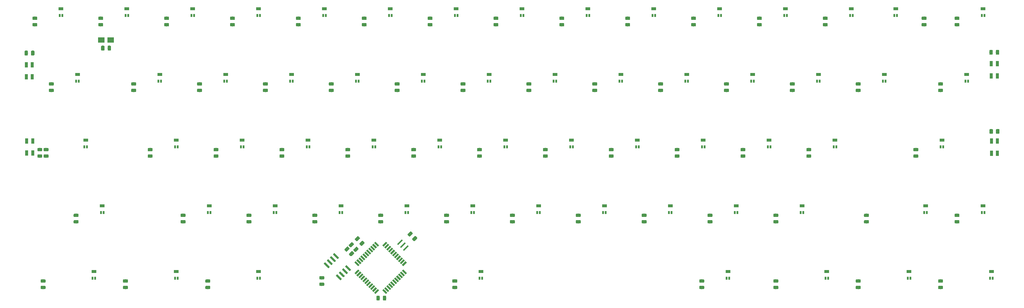
<source format=gbr>
G04 #@! TF.GenerationSoftware,KiCad,Pcbnew,(5.1.4)-1*
G04 #@! TF.CreationDate,2019-09-11T09:05:26+07:00*
G04 #@! TF.ProjectId,PCB,5043422e-6b69-4636-9164-5f7063625858,b*
G04 #@! TF.SameCoordinates,Original*
G04 #@! TF.FileFunction,Paste,Bot*
G04 #@! TF.FilePolarity,Positive*
%FSLAX46Y46*%
G04 Gerber Fmt 4.6, Leading zero omitted, Abs format (unit mm)*
G04 Created by KiCad (PCBNEW (5.1.4)-1) date 2019-09-11 09:05:26*
%MOMM*%
%LPD*%
G04 APERTURE LIST*
%ADD10C,0.100000*%
%ADD11C,0.975000*%
%ADD12R,0.850000X1.600000*%
%ADD13R,1.950000X1.500000*%
%ADD14R,0.600000X0.889000*%
%ADD15R,1.397000X0.889000*%
%ADD16C,0.600000*%
%ADD17C,0.550000*%
%ADD18C,0.400000*%
G04 APERTURE END LIST*
D10*
G36*
X262740142Y-4631174D02*
G01*
X262763803Y-4634684D01*
X262787007Y-4640496D01*
X262809529Y-4648554D01*
X262831153Y-4658782D01*
X262851670Y-4671079D01*
X262870883Y-4685329D01*
X262888607Y-4701393D01*
X262904671Y-4719117D01*
X262918921Y-4738330D01*
X262931218Y-4758847D01*
X262941446Y-4780471D01*
X262949504Y-4802993D01*
X262955316Y-4826197D01*
X262958826Y-4849858D01*
X262960000Y-4873750D01*
X262960000Y-5361250D01*
X262958826Y-5385142D01*
X262955316Y-5408803D01*
X262949504Y-5432007D01*
X262941446Y-5454529D01*
X262931218Y-5476153D01*
X262918921Y-5496670D01*
X262904671Y-5515883D01*
X262888607Y-5533607D01*
X262870883Y-5549671D01*
X262851670Y-5563921D01*
X262831153Y-5576218D01*
X262809529Y-5586446D01*
X262787007Y-5594504D01*
X262763803Y-5600316D01*
X262740142Y-5603826D01*
X262716250Y-5605000D01*
X261803750Y-5605000D01*
X261779858Y-5603826D01*
X261756197Y-5600316D01*
X261732993Y-5594504D01*
X261710471Y-5586446D01*
X261688847Y-5576218D01*
X261668330Y-5563921D01*
X261649117Y-5549671D01*
X261631393Y-5533607D01*
X261615329Y-5515883D01*
X261601079Y-5496670D01*
X261588782Y-5476153D01*
X261578554Y-5454529D01*
X261570496Y-5432007D01*
X261564684Y-5408803D01*
X261561174Y-5385142D01*
X261560000Y-5361250D01*
X261560000Y-4873750D01*
X261561174Y-4849858D01*
X261564684Y-4826197D01*
X261570496Y-4802993D01*
X261578554Y-4780471D01*
X261588782Y-4758847D01*
X261601079Y-4738330D01*
X261615329Y-4719117D01*
X261631393Y-4701393D01*
X261649117Y-4685329D01*
X261668330Y-4671079D01*
X261688847Y-4658782D01*
X261710471Y-4648554D01*
X261732993Y-4640496D01*
X261756197Y-4634684D01*
X261779858Y-4631174D01*
X261803750Y-4630000D01*
X262716250Y-4630000D01*
X262740142Y-4631174D01*
X262740142Y-4631174D01*
G37*
D11*
X262260000Y-5117500D03*
D10*
G36*
X262740142Y-2756174D02*
G01*
X262763803Y-2759684D01*
X262787007Y-2765496D01*
X262809529Y-2773554D01*
X262831153Y-2783782D01*
X262851670Y-2796079D01*
X262870883Y-2810329D01*
X262888607Y-2826393D01*
X262904671Y-2844117D01*
X262918921Y-2863330D01*
X262931218Y-2883847D01*
X262941446Y-2905471D01*
X262949504Y-2927993D01*
X262955316Y-2951197D01*
X262958826Y-2974858D01*
X262960000Y-2998750D01*
X262960000Y-3486250D01*
X262958826Y-3510142D01*
X262955316Y-3533803D01*
X262949504Y-3557007D01*
X262941446Y-3579529D01*
X262931218Y-3601153D01*
X262918921Y-3621670D01*
X262904671Y-3640883D01*
X262888607Y-3658607D01*
X262870883Y-3674671D01*
X262851670Y-3688921D01*
X262831153Y-3701218D01*
X262809529Y-3711446D01*
X262787007Y-3719504D01*
X262763803Y-3725316D01*
X262740142Y-3728826D01*
X262716250Y-3730000D01*
X261803750Y-3730000D01*
X261779858Y-3728826D01*
X261756197Y-3725316D01*
X261732993Y-3719504D01*
X261710471Y-3711446D01*
X261688847Y-3701218D01*
X261668330Y-3688921D01*
X261649117Y-3674671D01*
X261631393Y-3658607D01*
X261615329Y-3640883D01*
X261601079Y-3621670D01*
X261588782Y-3601153D01*
X261578554Y-3579529D01*
X261570496Y-3557007D01*
X261564684Y-3533803D01*
X261561174Y-3510142D01*
X261560000Y-3486250D01*
X261560000Y-2998750D01*
X261561174Y-2974858D01*
X261564684Y-2951197D01*
X261570496Y-2927993D01*
X261578554Y-2905471D01*
X261588782Y-2883847D01*
X261601079Y-2863330D01*
X261615329Y-2844117D01*
X261631393Y-2826393D01*
X261649117Y-2810329D01*
X261668330Y-2796079D01*
X261688847Y-2783782D01*
X261710471Y-2773554D01*
X261732993Y-2765496D01*
X261756197Y-2759684D01*
X261779858Y-2756174D01*
X261803750Y-2755000D01*
X262716250Y-2755000D01*
X262740142Y-2756174D01*
X262740142Y-2756174D01*
G37*
D11*
X262260000Y-3242500D03*
D10*
G36*
X262740142Y-61781174D02*
G01*
X262763803Y-61784684D01*
X262787007Y-61790496D01*
X262809529Y-61798554D01*
X262831153Y-61808782D01*
X262851670Y-61821079D01*
X262870883Y-61835329D01*
X262888607Y-61851393D01*
X262904671Y-61869117D01*
X262918921Y-61888330D01*
X262931218Y-61908847D01*
X262941446Y-61930471D01*
X262949504Y-61952993D01*
X262955316Y-61976197D01*
X262958826Y-61999858D01*
X262960000Y-62023750D01*
X262960000Y-62511250D01*
X262958826Y-62535142D01*
X262955316Y-62558803D01*
X262949504Y-62582007D01*
X262941446Y-62604529D01*
X262931218Y-62626153D01*
X262918921Y-62646670D01*
X262904671Y-62665883D01*
X262888607Y-62683607D01*
X262870883Y-62699671D01*
X262851670Y-62713921D01*
X262831153Y-62726218D01*
X262809529Y-62736446D01*
X262787007Y-62744504D01*
X262763803Y-62750316D01*
X262740142Y-62753826D01*
X262716250Y-62755000D01*
X261803750Y-62755000D01*
X261779858Y-62753826D01*
X261756197Y-62750316D01*
X261732993Y-62744504D01*
X261710471Y-62736446D01*
X261688847Y-62726218D01*
X261668330Y-62713921D01*
X261649117Y-62699671D01*
X261631393Y-62683607D01*
X261615329Y-62665883D01*
X261601079Y-62646670D01*
X261588782Y-62626153D01*
X261578554Y-62604529D01*
X261570496Y-62582007D01*
X261564684Y-62558803D01*
X261561174Y-62535142D01*
X261560000Y-62511250D01*
X261560000Y-62023750D01*
X261561174Y-61999858D01*
X261564684Y-61976197D01*
X261570496Y-61952993D01*
X261578554Y-61930471D01*
X261588782Y-61908847D01*
X261601079Y-61888330D01*
X261615329Y-61869117D01*
X261631393Y-61851393D01*
X261649117Y-61835329D01*
X261668330Y-61821079D01*
X261688847Y-61808782D01*
X261710471Y-61798554D01*
X261732993Y-61790496D01*
X261756197Y-61784684D01*
X261779858Y-61781174D01*
X261803750Y-61780000D01*
X262716250Y-61780000D01*
X262740142Y-61781174D01*
X262740142Y-61781174D01*
G37*
D11*
X262260000Y-62267500D03*
D10*
G36*
X262740142Y-59906174D02*
G01*
X262763803Y-59909684D01*
X262787007Y-59915496D01*
X262809529Y-59923554D01*
X262831153Y-59933782D01*
X262851670Y-59946079D01*
X262870883Y-59960329D01*
X262888607Y-59976393D01*
X262904671Y-59994117D01*
X262918921Y-60013330D01*
X262931218Y-60033847D01*
X262941446Y-60055471D01*
X262949504Y-60077993D01*
X262955316Y-60101197D01*
X262958826Y-60124858D01*
X262960000Y-60148750D01*
X262960000Y-60636250D01*
X262958826Y-60660142D01*
X262955316Y-60683803D01*
X262949504Y-60707007D01*
X262941446Y-60729529D01*
X262931218Y-60751153D01*
X262918921Y-60771670D01*
X262904671Y-60790883D01*
X262888607Y-60808607D01*
X262870883Y-60824671D01*
X262851670Y-60838921D01*
X262831153Y-60851218D01*
X262809529Y-60861446D01*
X262787007Y-60869504D01*
X262763803Y-60875316D01*
X262740142Y-60878826D01*
X262716250Y-60880000D01*
X261803750Y-60880000D01*
X261779858Y-60878826D01*
X261756197Y-60875316D01*
X261732993Y-60869504D01*
X261710471Y-60861446D01*
X261688847Y-60851218D01*
X261668330Y-60838921D01*
X261649117Y-60824671D01*
X261631393Y-60808607D01*
X261615329Y-60790883D01*
X261601079Y-60771670D01*
X261588782Y-60751153D01*
X261578554Y-60729529D01*
X261570496Y-60707007D01*
X261564684Y-60683803D01*
X261561174Y-60660142D01*
X261560000Y-60636250D01*
X261560000Y-60148750D01*
X261561174Y-60124858D01*
X261564684Y-60101197D01*
X261570496Y-60077993D01*
X261578554Y-60055471D01*
X261588782Y-60033847D01*
X261601079Y-60013330D01*
X261615329Y-59994117D01*
X261631393Y-59976393D01*
X261649117Y-59960329D01*
X261668330Y-59946079D01*
X261688847Y-59933782D01*
X261710471Y-59923554D01*
X261732993Y-59915496D01*
X261756197Y-59909684D01*
X261779858Y-59906174D01*
X261803750Y-59905000D01*
X262716250Y-59905000D01*
X262740142Y-59906174D01*
X262740142Y-59906174D01*
G37*
D11*
X262260000Y-60392500D03*
D10*
G36*
X250833892Y-42731174D02*
G01*
X250857553Y-42734684D01*
X250880757Y-42740496D01*
X250903279Y-42748554D01*
X250924903Y-42758782D01*
X250945420Y-42771079D01*
X250964633Y-42785329D01*
X250982357Y-42801393D01*
X250998421Y-42819117D01*
X251012671Y-42838330D01*
X251024968Y-42858847D01*
X251035196Y-42880471D01*
X251043254Y-42902993D01*
X251049066Y-42926197D01*
X251052576Y-42949858D01*
X251053750Y-42973750D01*
X251053750Y-43461250D01*
X251052576Y-43485142D01*
X251049066Y-43508803D01*
X251043254Y-43532007D01*
X251035196Y-43554529D01*
X251024968Y-43576153D01*
X251012671Y-43596670D01*
X250998421Y-43615883D01*
X250982357Y-43633607D01*
X250964633Y-43649671D01*
X250945420Y-43663921D01*
X250924903Y-43676218D01*
X250903279Y-43686446D01*
X250880757Y-43694504D01*
X250857553Y-43700316D01*
X250833892Y-43703826D01*
X250810000Y-43705000D01*
X249897500Y-43705000D01*
X249873608Y-43703826D01*
X249849947Y-43700316D01*
X249826743Y-43694504D01*
X249804221Y-43686446D01*
X249782597Y-43676218D01*
X249762080Y-43663921D01*
X249742867Y-43649671D01*
X249725143Y-43633607D01*
X249709079Y-43615883D01*
X249694829Y-43596670D01*
X249682532Y-43576153D01*
X249672304Y-43554529D01*
X249664246Y-43532007D01*
X249658434Y-43508803D01*
X249654924Y-43485142D01*
X249653750Y-43461250D01*
X249653750Y-42973750D01*
X249654924Y-42949858D01*
X249658434Y-42926197D01*
X249664246Y-42902993D01*
X249672304Y-42880471D01*
X249682532Y-42858847D01*
X249694829Y-42838330D01*
X249709079Y-42819117D01*
X249725143Y-42801393D01*
X249742867Y-42785329D01*
X249762080Y-42771079D01*
X249782597Y-42758782D01*
X249804221Y-42748554D01*
X249826743Y-42740496D01*
X249849947Y-42734684D01*
X249873608Y-42731174D01*
X249897500Y-42730000D01*
X250810000Y-42730000D01*
X250833892Y-42731174D01*
X250833892Y-42731174D01*
G37*
D11*
X250353750Y-43217500D03*
D10*
G36*
X250833892Y-40856174D02*
G01*
X250857553Y-40859684D01*
X250880757Y-40865496D01*
X250903279Y-40873554D01*
X250924903Y-40883782D01*
X250945420Y-40896079D01*
X250964633Y-40910329D01*
X250982357Y-40926393D01*
X250998421Y-40944117D01*
X251012671Y-40963330D01*
X251024968Y-40983847D01*
X251035196Y-41005471D01*
X251043254Y-41027993D01*
X251049066Y-41051197D01*
X251052576Y-41074858D01*
X251053750Y-41098750D01*
X251053750Y-41586250D01*
X251052576Y-41610142D01*
X251049066Y-41633803D01*
X251043254Y-41657007D01*
X251035196Y-41679529D01*
X251024968Y-41701153D01*
X251012671Y-41721670D01*
X250998421Y-41740883D01*
X250982357Y-41758607D01*
X250964633Y-41774671D01*
X250945420Y-41788921D01*
X250924903Y-41801218D01*
X250903279Y-41811446D01*
X250880757Y-41819504D01*
X250857553Y-41825316D01*
X250833892Y-41828826D01*
X250810000Y-41830000D01*
X249897500Y-41830000D01*
X249873608Y-41828826D01*
X249849947Y-41825316D01*
X249826743Y-41819504D01*
X249804221Y-41811446D01*
X249782597Y-41801218D01*
X249762080Y-41788921D01*
X249742867Y-41774671D01*
X249725143Y-41758607D01*
X249709079Y-41740883D01*
X249694829Y-41721670D01*
X249682532Y-41701153D01*
X249672304Y-41679529D01*
X249664246Y-41657007D01*
X249658434Y-41633803D01*
X249654924Y-41610142D01*
X249653750Y-41586250D01*
X249653750Y-41098750D01*
X249654924Y-41074858D01*
X249658434Y-41051197D01*
X249664246Y-41027993D01*
X249672304Y-41005471D01*
X249682532Y-40983847D01*
X249694829Y-40963330D01*
X249709079Y-40944117D01*
X249725143Y-40926393D01*
X249742867Y-40910329D01*
X249762080Y-40896079D01*
X249782597Y-40883782D01*
X249804221Y-40873554D01*
X249826743Y-40865496D01*
X249849947Y-40859684D01*
X249873608Y-40856174D01*
X249897500Y-40855000D01*
X250810000Y-40855000D01*
X250833892Y-40856174D01*
X250833892Y-40856174D01*
G37*
D11*
X250353750Y-41342500D03*
D10*
G36*
X257977642Y-23681174D02*
G01*
X258001303Y-23684684D01*
X258024507Y-23690496D01*
X258047029Y-23698554D01*
X258068653Y-23708782D01*
X258089170Y-23721079D01*
X258108383Y-23735329D01*
X258126107Y-23751393D01*
X258142171Y-23769117D01*
X258156421Y-23788330D01*
X258168718Y-23808847D01*
X258178946Y-23830471D01*
X258187004Y-23852993D01*
X258192816Y-23876197D01*
X258196326Y-23899858D01*
X258197500Y-23923750D01*
X258197500Y-24411250D01*
X258196326Y-24435142D01*
X258192816Y-24458803D01*
X258187004Y-24482007D01*
X258178946Y-24504529D01*
X258168718Y-24526153D01*
X258156421Y-24546670D01*
X258142171Y-24565883D01*
X258126107Y-24583607D01*
X258108383Y-24599671D01*
X258089170Y-24613921D01*
X258068653Y-24626218D01*
X258047029Y-24636446D01*
X258024507Y-24644504D01*
X258001303Y-24650316D01*
X257977642Y-24653826D01*
X257953750Y-24655000D01*
X257041250Y-24655000D01*
X257017358Y-24653826D01*
X256993697Y-24650316D01*
X256970493Y-24644504D01*
X256947971Y-24636446D01*
X256926347Y-24626218D01*
X256905830Y-24613921D01*
X256886617Y-24599671D01*
X256868893Y-24583607D01*
X256852829Y-24565883D01*
X256838579Y-24546670D01*
X256826282Y-24526153D01*
X256816054Y-24504529D01*
X256807996Y-24482007D01*
X256802184Y-24458803D01*
X256798674Y-24435142D01*
X256797500Y-24411250D01*
X256797500Y-23923750D01*
X256798674Y-23899858D01*
X256802184Y-23876197D01*
X256807996Y-23852993D01*
X256816054Y-23830471D01*
X256826282Y-23808847D01*
X256838579Y-23788330D01*
X256852829Y-23769117D01*
X256868893Y-23751393D01*
X256886617Y-23735329D01*
X256905830Y-23721079D01*
X256926347Y-23708782D01*
X256947971Y-23698554D01*
X256970493Y-23690496D01*
X256993697Y-23684684D01*
X257017358Y-23681174D01*
X257041250Y-23680000D01*
X257953750Y-23680000D01*
X257977642Y-23681174D01*
X257977642Y-23681174D01*
G37*
D11*
X257497500Y-24167500D03*
D10*
G36*
X257977642Y-21806174D02*
G01*
X258001303Y-21809684D01*
X258024507Y-21815496D01*
X258047029Y-21823554D01*
X258068653Y-21833782D01*
X258089170Y-21846079D01*
X258108383Y-21860329D01*
X258126107Y-21876393D01*
X258142171Y-21894117D01*
X258156421Y-21913330D01*
X258168718Y-21933847D01*
X258178946Y-21955471D01*
X258187004Y-21977993D01*
X258192816Y-22001197D01*
X258196326Y-22024858D01*
X258197500Y-22048750D01*
X258197500Y-22536250D01*
X258196326Y-22560142D01*
X258192816Y-22583803D01*
X258187004Y-22607007D01*
X258178946Y-22629529D01*
X258168718Y-22651153D01*
X258156421Y-22671670D01*
X258142171Y-22690883D01*
X258126107Y-22708607D01*
X258108383Y-22724671D01*
X258089170Y-22738921D01*
X258068653Y-22751218D01*
X258047029Y-22761446D01*
X258024507Y-22769504D01*
X258001303Y-22775316D01*
X257977642Y-22778826D01*
X257953750Y-22780000D01*
X257041250Y-22780000D01*
X257017358Y-22778826D01*
X256993697Y-22775316D01*
X256970493Y-22769504D01*
X256947971Y-22761446D01*
X256926347Y-22751218D01*
X256905830Y-22738921D01*
X256886617Y-22724671D01*
X256868893Y-22708607D01*
X256852829Y-22690883D01*
X256838579Y-22671670D01*
X256826282Y-22651153D01*
X256816054Y-22629529D01*
X256807996Y-22607007D01*
X256802184Y-22583803D01*
X256798674Y-22560142D01*
X256797500Y-22536250D01*
X256797500Y-22048750D01*
X256798674Y-22024858D01*
X256802184Y-22001197D01*
X256807996Y-21977993D01*
X256816054Y-21955471D01*
X256826282Y-21933847D01*
X256838579Y-21913330D01*
X256852829Y-21894117D01*
X256868893Y-21876393D01*
X256886617Y-21860329D01*
X256905830Y-21846079D01*
X256926347Y-21833782D01*
X256947971Y-21823554D01*
X256970493Y-21815496D01*
X256993697Y-21809684D01*
X257017358Y-21806174D01*
X257041250Y-21805000D01*
X257953750Y-21805000D01*
X257977642Y-21806174D01*
X257977642Y-21806174D01*
G37*
D11*
X257497500Y-22292500D03*
D10*
G36*
X253215142Y-4631174D02*
G01*
X253238803Y-4634684D01*
X253262007Y-4640496D01*
X253284529Y-4648554D01*
X253306153Y-4658782D01*
X253326670Y-4671079D01*
X253345883Y-4685329D01*
X253363607Y-4701393D01*
X253379671Y-4719117D01*
X253393921Y-4738330D01*
X253406218Y-4758847D01*
X253416446Y-4780471D01*
X253424504Y-4802993D01*
X253430316Y-4826197D01*
X253433826Y-4849858D01*
X253435000Y-4873750D01*
X253435000Y-5361250D01*
X253433826Y-5385142D01*
X253430316Y-5408803D01*
X253424504Y-5432007D01*
X253416446Y-5454529D01*
X253406218Y-5476153D01*
X253393921Y-5496670D01*
X253379671Y-5515883D01*
X253363607Y-5533607D01*
X253345883Y-5549671D01*
X253326670Y-5563921D01*
X253306153Y-5576218D01*
X253284529Y-5586446D01*
X253262007Y-5594504D01*
X253238803Y-5600316D01*
X253215142Y-5603826D01*
X253191250Y-5605000D01*
X252278750Y-5605000D01*
X252254858Y-5603826D01*
X252231197Y-5600316D01*
X252207993Y-5594504D01*
X252185471Y-5586446D01*
X252163847Y-5576218D01*
X252143330Y-5563921D01*
X252124117Y-5549671D01*
X252106393Y-5533607D01*
X252090329Y-5515883D01*
X252076079Y-5496670D01*
X252063782Y-5476153D01*
X252053554Y-5454529D01*
X252045496Y-5432007D01*
X252039684Y-5408803D01*
X252036174Y-5385142D01*
X252035000Y-5361250D01*
X252035000Y-4873750D01*
X252036174Y-4849858D01*
X252039684Y-4826197D01*
X252045496Y-4802993D01*
X252053554Y-4780471D01*
X252063782Y-4758847D01*
X252076079Y-4738330D01*
X252090329Y-4719117D01*
X252106393Y-4701393D01*
X252124117Y-4685329D01*
X252143330Y-4671079D01*
X252163847Y-4658782D01*
X252185471Y-4648554D01*
X252207993Y-4640496D01*
X252231197Y-4634684D01*
X252254858Y-4631174D01*
X252278750Y-4630000D01*
X253191250Y-4630000D01*
X253215142Y-4631174D01*
X253215142Y-4631174D01*
G37*
D11*
X252735000Y-5117500D03*
D10*
G36*
X253215142Y-2756174D02*
G01*
X253238803Y-2759684D01*
X253262007Y-2765496D01*
X253284529Y-2773554D01*
X253306153Y-2783782D01*
X253326670Y-2796079D01*
X253345883Y-2810329D01*
X253363607Y-2826393D01*
X253379671Y-2844117D01*
X253393921Y-2863330D01*
X253406218Y-2883847D01*
X253416446Y-2905471D01*
X253424504Y-2927993D01*
X253430316Y-2951197D01*
X253433826Y-2974858D01*
X253435000Y-2998750D01*
X253435000Y-3486250D01*
X253433826Y-3510142D01*
X253430316Y-3533803D01*
X253424504Y-3557007D01*
X253416446Y-3579529D01*
X253406218Y-3601153D01*
X253393921Y-3621670D01*
X253379671Y-3640883D01*
X253363607Y-3658607D01*
X253345883Y-3674671D01*
X253326670Y-3688921D01*
X253306153Y-3701218D01*
X253284529Y-3711446D01*
X253262007Y-3719504D01*
X253238803Y-3725316D01*
X253215142Y-3728826D01*
X253191250Y-3730000D01*
X252278750Y-3730000D01*
X252254858Y-3728826D01*
X252231197Y-3725316D01*
X252207993Y-3719504D01*
X252185471Y-3711446D01*
X252163847Y-3701218D01*
X252143330Y-3688921D01*
X252124117Y-3674671D01*
X252106393Y-3658607D01*
X252090329Y-3640883D01*
X252076079Y-3621670D01*
X252063782Y-3601153D01*
X252053554Y-3579529D01*
X252045496Y-3557007D01*
X252039684Y-3533803D01*
X252036174Y-3510142D01*
X252035000Y-3486250D01*
X252035000Y-2998750D01*
X252036174Y-2974858D01*
X252039684Y-2951197D01*
X252045496Y-2927993D01*
X252053554Y-2905471D01*
X252063782Y-2883847D01*
X252076079Y-2863330D01*
X252090329Y-2844117D01*
X252106393Y-2826393D01*
X252124117Y-2810329D01*
X252143330Y-2796079D01*
X252163847Y-2783782D01*
X252185471Y-2773554D01*
X252207993Y-2765496D01*
X252231197Y-2759684D01*
X252254858Y-2756174D01*
X252278750Y-2755000D01*
X253191250Y-2755000D01*
X253215142Y-2756174D01*
X253215142Y-2756174D01*
G37*
D11*
X252735000Y-3242500D03*
D10*
G36*
X257977642Y-80831174D02*
G01*
X258001303Y-80834684D01*
X258024507Y-80840496D01*
X258047029Y-80848554D01*
X258068653Y-80858782D01*
X258089170Y-80871079D01*
X258108383Y-80885329D01*
X258126107Y-80901393D01*
X258142171Y-80919117D01*
X258156421Y-80938330D01*
X258168718Y-80958847D01*
X258178946Y-80980471D01*
X258187004Y-81002993D01*
X258192816Y-81026197D01*
X258196326Y-81049858D01*
X258197500Y-81073750D01*
X258197500Y-81561250D01*
X258196326Y-81585142D01*
X258192816Y-81608803D01*
X258187004Y-81632007D01*
X258178946Y-81654529D01*
X258168718Y-81676153D01*
X258156421Y-81696670D01*
X258142171Y-81715883D01*
X258126107Y-81733607D01*
X258108383Y-81749671D01*
X258089170Y-81763921D01*
X258068653Y-81776218D01*
X258047029Y-81786446D01*
X258024507Y-81794504D01*
X258001303Y-81800316D01*
X257977642Y-81803826D01*
X257953750Y-81805000D01*
X257041250Y-81805000D01*
X257017358Y-81803826D01*
X256993697Y-81800316D01*
X256970493Y-81794504D01*
X256947971Y-81786446D01*
X256926347Y-81776218D01*
X256905830Y-81763921D01*
X256886617Y-81749671D01*
X256868893Y-81733607D01*
X256852829Y-81715883D01*
X256838579Y-81696670D01*
X256826282Y-81676153D01*
X256816054Y-81654529D01*
X256807996Y-81632007D01*
X256802184Y-81608803D01*
X256798674Y-81585142D01*
X256797500Y-81561250D01*
X256797500Y-81073750D01*
X256798674Y-81049858D01*
X256802184Y-81026197D01*
X256807996Y-81002993D01*
X256816054Y-80980471D01*
X256826282Y-80958847D01*
X256838579Y-80938330D01*
X256852829Y-80919117D01*
X256868893Y-80901393D01*
X256886617Y-80885329D01*
X256905830Y-80871079D01*
X256926347Y-80858782D01*
X256947971Y-80848554D01*
X256970493Y-80840496D01*
X256993697Y-80834684D01*
X257017358Y-80831174D01*
X257041250Y-80830000D01*
X257953750Y-80830000D01*
X257977642Y-80831174D01*
X257977642Y-80831174D01*
G37*
D11*
X257497500Y-81317500D03*
D10*
G36*
X257977642Y-78956174D02*
G01*
X258001303Y-78959684D01*
X258024507Y-78965496D01*
X258047029Y-78973554D01*
X258068653Y-78983782D01*
X258089170Y-78996079D01*
X258108383Y-79010329D01*
X258126107Y-79026393D01*
X258142171Y-79044117D01*
X258156421Y-79063330D01*
X258168718Y-79083847D01*
X258178946Y-79105471D01*
X258187004Y-79127993D01*
X258192816Y-79151197D01*
X258196326Y-79174858D01*
X258197500Y-79198750D01*
X258197500Y-79686250D01*
X258196326Y-79710142D01*
X258192816Y-79733803D01*
X258187004Y-79757007D01*
X258178946Y-79779529D01*
X258168718Y-79801153D01*
X258156421Y-79821670D01*
X258142171Y-79840883D01*
X258126107Y-79858607D01*
X258108383Y-79874671D01*
X258089170Y-79888921D01*
X258068653Y-79901218D01*
X258047029Y-79911446D01*
X258024507Y-79919504D01*
X258001303Y-79925316D01*
X257977642Y-79928826D01*
X257953750Y-79930000D01*
X257041250Y-79930000D01*
X257017358Y-79928826D01*
X256993697Y-79925316D01*
X256970493Y-79919504D01*
X256947971Y-79911446D01*
X256926347Y-79901218D01*
X256905830Y-79888921D01*
X256886617Y-79874671D01*
X256868893Y-79858607D01*
X256852829Y-79840883D01*
X256838579Y-79821670D01*
X256826282Y-79801153D01*
X256816054Y-79779529D01*
X256807996Y-79757007D01*
X256802184Y-79733803D01*
X256798674Y-79710142D01*
X256797500Y-79686250D01*
X256797500Y-79198750D01*
X256798674Y-79174858D01*
X256802184Y-79151197D01*
X256807996Y-79127993D01*
X256816054Y-79105471D01*
X256826282Y-79083847D01*
X256838579Y-79063330D01*
X256852829Y-79044117D01*
X256868893Y-79026393D01*
X256886617Y-79010329D01*
X256905830Y-78996079D01*
X256926347Y-78983782D01*
X256947971Y-78973554D01*
X256970493Y-78965496D01*
X256993697Y-78959684D01*
X257017358Y-78956174D01*
X257041250Y-78955000D01*
X257953750Y-78955000D01*
X257977642Y-78956174D01*
X257977642Y-78956174D01*
G37*
D11*
X257497500Y-79442500D03*
D10*
G36*
X236546392Y-61781174D02*
G01*
X236570053Y-61784684D01*
X236593257Y-61790496D01*
X236615779Y-61798554D01*
X236637403Y-61808782D01*
X236657920Y-61821079D01*
X236677133Y-61835329D01*
X236694857Y-61851393D01*
X236710921Y-61869117D01*
X236725171Y-61888330D01*
X236737468Y-61908847D01*
X236747696Y-61930471D01*
X236755754Y-61952993D01*
X236761566Y-61976197D01*
X236765076Y-61999858D01*
X236766250Y-62023750D01*
X236766250Y-62511250D01*
X236765076Y-62535142D01*
X236761566Y-62558803D01*
X236755754Y-62582007D01*
X236747696Y-62604529D01*
X236737468Y-62626153D01*
X236725171Y-62646670D01*
X236710921Y-62665883D01*
X236694857Y-62683607D01*
X236677133Y-62699671D01*
X236657920Y-62713921D01*
X236637403Y-62726218D01*
X236615779Y-62736446D01*
X236593257Y-62744504D01*
X236570053Y-62750316D01*
X236546392Y-62753826D01*
X236522500Y-62755000D01*
X235610000Y-62755000D01*
X235586108Y-62753826D01*
X235562447Y-62750316D01*
X235539243Y-62744504D01*
X235516721Y-62736446D01*
X235495097Y-62726218D01*
X235474580Y-62713921D01*
X235455367Y-62699671D01*
X235437643Y-62683607D01*
X235421579Y-62665883D01*
X235407329Y-62646670D01*
X235395032Y-62626153D01*
X235384804Y-62604529D01*
X235376746Y-62582007D01*
X235370934Y-62558803D01*
X235367424Y-62535142D01*
X235366250Y-62511250D01*
X235366250Y-62023750D01*
X235367424Y-61999858D01*
X235370934Y-61976197D01*
X235376746Y-61952993D01*
X235384804Y-61930471D01*
X235395032Y-61908847D01*
X235407329Y-61888330D01*
X235421579Y-61869117D01*
X235437643Y-61851393D01*
X235455367Y-61835329D01*
X235474580Y-61821079D01*
X235495097Y-61808782D01*
X235516721Y-61798554D01*
X235539243Y-61790496D01*
X235562447Y-61784684D01*
X235586108Y-61781174D01*
X235610000Y-61780000D01*
X236522500Y-61780000D01*
X236546392Y-61781174D01*
X236546392Y-61781174D01*
G37*
D11*
X236066250Y-62267500D03*
D10*
G36*
X236546392Y-59906174D02*
G01*
X236570053Y-59909684D01*
X236593257Y-59915496D01*
X236615779Y-59923554D01*
X236637403Y-59933782D01*
X236657920Y-59946079D01*
X236677133Y-59960329D01*
X236694857Y-59976393D01*
X236710921Y-59994117D01*
X236725171Y-60013330D01*
X236737468Y-60033847D01*
X236747696Y-60055471D01*
X236755754Y-60077993D01*
X236761566Y-60101197D01*
X236765076Y-60124858D01*
X236766250Y-60148750D01*
X236766250Y-60636250D01*
X236765076Y-60660142D01*
X236761566Y-60683803D01*
X236755754Y-60707007D01*
X236747696Y-60729529D01*
X236737468Y-60751153D01*
X236725171Y-60771670D01*
X236710921Y-60790883D01*
X236694857Y-60808607D01*
X236677133Y-60824671D01*
X236657920Y-60838921D01*
X236637403Y-60851218D01*
X236615779Y-60861446D01*
X236593257Y-60869504D01*
X236570053Y-60875316D01*
X236546392Y-60878826D01*
X236522500Y-60880000D01*
X235610000Y-60880000D01*
X235586108Y-60878826D01*
X235562447Y-60875316D01*
X235539243Y-60869504D01*
X235516721Y-60861446D01*
X235495097Y-60851218D01*
X235474580Y-60838921D01*
X235455367Y-60824671D01*
X235437643Y-60808607D01*
X235421579Y-60790883D01*
X235407329Y-60771670D01*
X235395032Y-60751153D01*
X235384804Y-60729529D01*
X235376746Y-60707007D01*
X235370934Y-60683803D01*
X235367424Y-60660142D01*
X235366250Y-60636250D01*
X235366250Y-60148750D01*
X235367424Y-60124858D01*
X235370934Y-60101197D01*
X235376746Y-60077993D01*
X235384804Y-60055471D01*
X235395032Y-60033847D01*
X235407329Y-60013330D01*
X235421579Y-59994117D01*
X235437643Y-59976393D01*
X235455367Y-59960329D01*
X235474580Y-59946079D01*
X235495097Y-59933782D01*
X235516721Y-59923554D01*
X235539243Y-59915496D01*
X235562447Y-59909684D01*
X235586108Y-59906174D01*
X235610000Y-59905000D01*
X236522500Y-59905000D01*
X236546392Y-59906174D01*
X236546392Y-59906174D01*
G37*
D11*
X236066250Y-60392500D03*
D10*
G36*
X234165142Y-23681174D02*
G01*
X234188803Y-23684684D01*
X234212007Y-23690496D01*
X234234529Y-23698554D01*
X234256153Y-23708782D01*
X234276670Y-23721079D01*
X234295883Y-23735329D01*
X234313607Y-23751393D01*
X234329671Y-23769117D01*
X234343921Y-23788330D01*
X234356218Y-23808847D01*
X234366446Y-23830471D01*
X234374504Y-23852993D01*
X234380316Y-23876197D01*
X234383826Y-23899858D01*
X234385000Y-23923750D01*
X234385000Y-24411250D01*
X234383826Y-24435142D01*
X234380316Y-24458803D01*
X234374504Y-24482007D01*
X234366446Y-24504529D01*
X234356218Y-24526153D01*
X234343921Y-24546670D01*
X234329671Y-24565883D01*
X234313607Y-24583607D01*
X234295883Y-24599671D01*
X234276670Y-24613921D01*
X234256153Y-24626218D01*
X234234529Y-24636446D01*
X234212007Y-24644504D01*
X234188803Y-24650316D01*
X234165142Y-24653826D01*
X234141250Y-24655000D01*
X233228750Y-24655000D01*
X233204858Y-24653826D01*
X233181197Y-24650316D01*
X233157993Y-24644504D01*
X233135471Y-24636446D01*
X233113847Y-24626218D01*
X233093330Y-24613921D01*
X233074117Y-24599671D01*
X233056393Y-24583607D01*
X233040329Y-24565883D01*
X233026079Y-24546670D01*
X233013782Y-24526153D01*
X233003554Y-24504529D01*
X232995496Y-24482007D01*
X232989684Y-24458803D01*
X232986174Y-24435142D01*
X232985000Y-24411250D01*
X232985000Y-23923750D01*
X232986174Y-23899858D01*
X232989684Y-23876197D01*
X232995496Y-23852993D01*
X233003554Y-23830471D01*
X233013782Y-23808847D01*
X233026079Y-23788330D01*
X233040329Y-23769117D01*
X233056393Y-23751393D01*
X233074117Y-23735329D01*
X233093330Y-23721079D01*
X233113847Y-23708782D01*
X233135471Y-23698554D01*
X233157993Y-23690496D01*
X233181197Y-23684684D01*
X233204858Y-23681174D01*
X233228750Y-23680000D01*
X234141250Y-23680000D01*
X234165142Y-23681174D01*
X234165142Y-23681174D01*
G37*
D11*
X233685000Y-24167500D03*
D10*
G36*
X234165142Y-21806174D02*
G01*
X234188803Y-21809684D01*
X234212007Y-21815496D01*
X234234529Y-21823554D01*
X234256153Y-21833782D01*
X234276670Y-21846079D01*
X234295883Y-21860329D01*
X234313607Y-21876393D01*
X234329671Y-21894117D01*
X234343921Y-21913330D01*
X234356218Y-21933847D01*
X234366446Y-21955471D01*
X234374504Y-21977993D01*
X234380316Y-22001197D01*
X234383826Y-22024858D01*
X234385000Y-22048750D01*
X234385000Y-22536250D01*
X234383826Y-22560142D01*
X234380316Y-22583803D01*
X234374504Y-22607007D01*
X234366446Y-22629529D01*
X234356218Y-22651153D01*
X234343921Y-22671670D01*
X234329671Y-22690883D01*
X234313607Y-22708607D01*
X234295883Y-22724671D01*
X234276670Y-22738921D01*
X234256153Y-22751218D01*
X234234529Y-22761446D01*
X234212007Y-22769504D01*
X234188803Y-22775316D01*
X234165142Y-22778826D01*
X234141250Y-22780000D01*
X233228750Y-22780000D01*
X233204858Y-22778826D01*
X233181197Y-22775316D01*
X233157993Y-22769504D01*
X233135471Y-22761446D01*
X233113847Y-22751218D01*
X233093330Y-22738921D01*
X233074117Y-22724671D01*
X233056393Y-22708607D01*
X233040329Y-22690883D01*
X233026079Y-22671670D01*
X233013782Y-22651153D01*
X233003554Y-22629529D01*
X232995496Y-22607007D01*
X232989684Y-22583803D01*
X232986174Y-22560142D01*
X232985000Y-22536250D01*
X232985000Y-22048750D01*
X232986174Y-22024858D01*
X232989684Y-22001197D01*
X232995496Y-21977993D01*
X233003554Y-21955471D01*
X233013782Y-21933847D01*
X233026079Y-21913330D01*
X233040329Y-21894117D01*
X233056393Y-21876393D01*
X233074117Y-21860329D01*
X233093330Y-21846079D01*
X233113847Y-21833782D01*
X233135471Y-21823554D01*
X233157993Y-21815496D01*
X233181197Y-21809684D01*
X233204858Y-21806174D01*
X233228750Y-21805000D01*
X234141250Y-21805000D01*
X234165142Y-21806174D01*
X234165142Y-21806174D01*
G37*
D11*
X233685000Y-22292500D03*
D10*
G36*
X224640142Y-4631174D02*
G01*
X224663803Y-4634684D01*
X224687007Y-4640496D01*
X224709529Y-4648554D01*
X224731153Y-4658782D01*
X224751670Y-4671079D01*
X224770883Y-4685329D01*
X224788607Y-4701393D01*
X224804671Y-4719117D01*
X224818921Y-4738330D01*
X224831218Y-4758847D01*
X224841446Y-4780471D01*
X224849504Y-4802993D01*
X224855316Y-4826197D01*
X224858826Y-4849858D01*
X224860000Y-4873750D01*
X224860000Y-5361250D01*
X224858826Y-5385142D01*
X224855316Y-5408803D01*
X224849504Y-5432007D01*
X224841446Y-5454529D01*
X224831218Y-5476153D01*
X224818921Y-5496670D01*
X224804671Y-5515883D01*
X224788607Y-5533607D01*
X224770883Y-5549671D01*
X224751670Y-5563921D01*
X224731153Y-5576218D01*
X224709529Y-5586446D01*
X224687007Y-5594504D01*
X224663803Y-5600316D01*
X224640142Y-5603826D01*
X224616250Y-5605000D01*
X223703750Y-5605000D01*
X223679858Y-5603826D01*
X223656197Y-5600316D01*
X223632993Y-5594504D01*
X223610471Y-5586446D01*
X223588847Y-5576218D01*
X223568330Y-5563921D01*
X223549117Y-5549671D01*
X223531393Y-5533607D01*
X223515329Y-5515883D01*
X223501079Y-5496670D01*
X223488782Y-5476153D01*
X223478554Y-5454529D01*
X223470496Y-5432007D01*
X223464684Y-5408803D01*
X223461174Y-5385142D01*
X223460000Y-5361250D01*
X223460000Y-4873750D01*
X223461174Y-4849858D01*
X223464684Y-4826197D01*
X223470496Y-4802993D01*
X223478554Y-4780471D01*
X223488782Y-4758847D01*
X223501079Y-4738330D01*
X223515329Y-4719117D01*
X223531393Y-4701393D01*
X223549117Y-4685329D01*
X223568330Y-4671079D01*
X223588847Y-4658782D01*
X223610471Y-4648554D01*
X223632993Y-4640496D01*
X223656197Y-4634684D01*
X223679858Y-4631174D01*
X223703750Y-4630000D01*
X224616250Y-4630000D01*
X224640142Y-4631174D01*
X224640142Y-4631174D01*
G37*
D11*
X224160000Y-5117500D03*
D10*
G36*
X224640142Y-2756174D02*
G01*
X224663803Y-2759684D01*
X224687007Y-2765496D01*
X224709529Y-2773554D01*
X224731153Y-2783782D01*
X224751670Y-2796079D01*
X224770883Y-2810329D01*
X224788607Y-2826393D01*
X224804671Y-2844117D01*
X224818921Y-2863330D01*
X224831218Y-2883847D01*
X224841446Y-2905471D01*
X224849504Y-2927993D01*
X224855316Y-2951197D01*
X224858826Y-2974858D01*
X224860000Y-2998750D01*
X224860000Y-3486250D01*
X224858826Y-3510142D01*
X224855316Y-3533803D01*
X224849504Y-3557007D01*
X224841446Y-3579529D01*
X224831218Y-3601153D01*
X224818921Y-3621670D01*
X224804671Y-3640883D01*
X224788607Y-3658607D01*
X224770883Y-3674671D01*
X224751670Y-3688921D01*
X224731153Y-3701218D01*
X224709529Y-3711446D01*
X224687007Y-3719504D01*
X224663803Y-3725316D01*
X224640142Y-3728826D01*
X224616250Y-3730000D01*
X223703750Y-3730000D01*
X223679858Y-3728826D01*
X223656197Y-3725316D01*
X223632993Y-3719504D01*
X223610471Y-3711446D01*
X223588847Y-3701218D01*
X223568330Y-3688921D01*
X223549117Y-3674671D01*
X223531393Y-3658607D01*
X223515329Y-3640883D01*
X223501079Y-3621670D01*
X223488782Y-3601153D01*
X223478554Y-3579529D01*
X223470496Y-3557007D01*
X223464684Y-3533803D01*
X223461174Y-3510142D01*
X223460000Y-3486250D01*
X223460000Y-2998750D01*
X223461174Y-2974858D01*
X223464684Y-2951197D01*
X223470496Y-2927993D01*
X223478554Y-2905471D01*
X223488782Y-2883847D01*
X223501079Y-2863330D01*
X223515329Y-2844117D01*
X223531393Y-2826393D01*
X223549117Y-2810329D01*
X223568330Y-2796079D01*
X223588847Y-2783782D01*
X223610471Y-2773554D01*
X223632993Y-2765496D01*
X223656197Y-2759684D01*
X223679858Y-2756174D01*
X223703750Y-2755000D01*
X224616250Y-2755000D01*
X224640142Y-2756174D01*
X224640142Y-2756174D01*
G37*
D11*
X224160000Y-3242500D03*
D10*
G36*
X234165142Y-80831174D02*
G01*
X234188803Y-80834684D01*
X234212007Y-80840496D01*
X234234529Y-80848554D01*
X234256153Y-80858782D01*
X234276670Y-80871079D01*
X234295883Y-80885329D01*
X234313607Y-80901393D01*
X234329671Y-80919117D01*
X234343921Y-80938330D01*
X234356218Y-80958847D01*
X234366446Y-80980471D01*
X234374504Y-81002993D01*
X234380316Y-81026197D01*
X234383826Y-81049858D01*
X234385000Y-81073750D01*
X234385000Y-81561250D01*
X234383826Y-81585142D01*
X234380316Y-81608803D01*
X234374504Y-81632007D01*
X234366446Y-81654529D01*
X234356218Y-81676153D01*
X234343921Y-81696670D01*
X234329671Y-81715883D01*
X234313607Y-81733607D01*
X234295883Y-81749671D01*
X234276670Y-81763921D01*
X234256153Y-81776218D01*
X234234529Y-81786446D01*
X234212007Y-81794504D01*
X234188803Y-81800316D01*
X234165142Y-81803826D01*
X234141250Y-81805000D01*
X233228750Y-81805000D01*
X233204858Y-81803826D01*
X233181197Y-81800316D01*
X233157993Y-81794504D01*
X233135471Y-81786446D01*
X233113847Y-81776218D01*
X233093330Y-81763921D01*
X233074117Y-81749671D01*
X233056393Y-81733607D01*
X233040329Y-81715883D01*
X233026079Y-81696670D01*
X233013782Y-81676153D01*
X233003554Y-81654529D01*
X232995496Y-81632007D01*
X232989684Y-81608803D01*
X232986174Y-81585142D01*
X232985000Y-81561250D01*
X232985000Y-81073750D01*
X232986174Y-81049858D01*
X232989684Y-81026197D01*
X232995496Y-81002993D01*
X233003554Y-80980471D01*
X233013782Y-80958847D01*
X233026079Y-80938330D01*
X233040329Y-80919117D01*
X233056393Y-80901393D01*
X233074117Y-80885329D01*
X233093330Y-80871079D01*
X233113847Y-80858782D01*
X233135471Y-80848554D01*
X233157993Y-80840496D01*
X233181197Y-80834684D01*
X233204858Y-80831174D01*
X233228750Y-80830000D01*
X234141250Y-80830000D01*
X234165142Y-80831174D01*
X234165142Y-80831174D01*
G37*
D11*
X233685000Y-81317500D03*
D10*
G36*
X234165142Y-78956174D02*
G01*
X234188803Y-78959684D01*
X234212007Y-78965496D01*
X234234529Y-78973554D01*
X234256153Y-78983782D01*
X234276670Y-78996079D01*
X234295883Y-79010329D01*
X234313607Y-79026393D01*
X234329671Y-79044117D01*
X234343921Y-79063330D01*
X234356218Y-79083847D01*
X234366446Y-79105471D01*
X234374504Y-79127993D01*
X234380316Y-79151197D01*
X234383826Y-79174858D01*
X234385000Y-79198750D01*
X234385000Y-79686250D01*
X234383826Y-79710142D01*
X234380316Y-79733803D01*
X234374504Y-79757007D01*
X234366446Y-79779529D01*
X234356218Y-79801153D01*
X234343921Y-79821670D01*
X234329671Y-79840883D01*
X234313607Y-79858607D01*
X234295883Y-79874671D01*
X234276670Y-79888921D01*
X234256153Y-79901218D01*
X234234529Y-79911446D01*
X234212007Y-79919504D01*
X234188803Y-79925316D01*
X234165142Y-79928826D01*
X234141250Y-79930000D01*
X233228750Y-79930000D01*
X233204858Y-79928826D01*
X233181197Y-79925316D01*
X233157993Y-79919504D01*
X233135471Y-79911446D01*
X233113847Y-79901218D01*
X233093330Y-79888921D01*
X233074117Y-79874671D01*
X233056393Y-79858607D01*
X233040329Y-79840883D01*
X233026079Y-79821670D01*
X233013782Y-79801153D01*
X233003554Y-79779529D01*
X232995496Y-79757007D01*
X232989684Y-79733803D01*
X232986174Y-79710142D01*
X232985000Y-79686250D01*
X232985000Y-79198750D01*
X232986174Y-79174858D01*
X232989684Y-79151197D01*
X232995496Y-79127993D01*
X233003554Y-79105471D01*
X233013782Y-79083847D01*
X233026079Y-79063330D01*
X233040329Y-79044117D01*
X233056393Y-79026393D01*
X233074117Y-79010329D01*
X233093330Y-78996079D01*
X233113847Y-78983782D01*
X233135471Y-78973554D01*
X233157993Y-78965496D01*
X233181197Y-78959684D01*
X233204858Y-78956174D01*
X233228750Y-78955000D01*
X234141250Y-78955000D01*
X234165142Y-78956174D01*
X234165142Y-78956174D01*
G37*
D11*
X233685000Y-79442500D03*
D10*
G36*
X219877642Y-42731174D02*
G01*
X219901303Y-42734684D01*
X219924507Y-42740496D01*
X219947029Y-42748554D01*
X219968653Y-42758782D01*
X219989170Y-42771079D01*
X220008383Y-42785329D01*
X220026107Y-42801393D01*
X220042171Y-42819117D01*
X220056421Y-42838330D01*
X220068718Y-42858847D01*
X220078946Y-42880471D01*
X220087004Y-42902993D01*
X220092816Y-42926197D01*
X220096326Y-42949858D01*
X220097500Y-42973750D01*
X220097500Y-43461250D01*
X220096326Y-43485142D01*
X220092816Y-43508803D01*
X220087004Y-43532007D01*
X220078946Y-43554529D01*
X220068718Y-43576153D01*
X220056421Y-43596670D01*
X220042171Y-43615883D01*
X220026107Y-43633607D01*
X220008383Y-43649671D01*
X219989170Y-43663921D01*
X219968653Y-43676218D01*
X219947029Y-43686446D01*
X219924507Y-43694504D01*
X219901303Y-43700316D01*
X219877642Y-43703826D01*
X219853750Y-43705000D01*
X218941250Y-43705000D01*
X218917358Y-43703826D01*
X218893697Y-43700316D01*
X218870493Y-43694504D01*
X218847971Y-43686446D01*
X218826347Y-43676218D01*
X218805830Y-43663921D01*
X218786617Y-43649671D01*
X218768893Y-43633607D01*
X218752829Y-43615883D01*
X218738579Y-43596670D01*
X218726282Y-43576153D01*
X218716054Y-43554529D01*
X218707996Y-43532007D01*
X218702184Y-43508803D01*
X218698674Y-43485142D01*
X218697500Y-43461250D01*
X218697500Y-42973750D01*
X218698674Y-42949858D01*
X218702184Y-42926197D01*
X218707996Y-42902993D01*
X218716054Y-42880471D01*
X218726282Y-42858847D01*
X218738579Y-42838330D01*
X218752829Y-42819117D01*
X218768893Y-42801393D01*
X218786617Y-42785329D01*
X218805830Y-42771079D01*
X218826347Y-42758782D01*
X218847971Y-42748554D01*
X218870493Y-42740496D01*
X218893697Y-42734684D01*
X218917358Y-42731174D01*
X218941250Y-42730000D01*
X219853750Y-42730000D01*
X219877642Y-42731174D01*
X219877642Y-42731174D01*
G37*
D11*
X219397500Y-43217500D03*
D10*
G36*
X219877642Y-40856174D02*
G01*
X219901303Y-40859684D01*
X219924507Y-40865496D01*
X219947029Y-40873554D01*
X219968653Y-40883782D01*
X219989170Y-40896079D01*
X220008383Y-40910329D01*
X220026107Y-40926393D01*
X220042171Y-40944117D01*
X220056421Y-40963330D01*
X220068718Y-40983847D01*
X220078946Y-41005471D01*
X220087004Y-41027993D01*
X220092816Y-41051197D01*
X220096326Y-41074858D01*
X220097500Y-41098750D01*
X220097500Y-41586250D01*
X220096326Y-41610142D01*
X220092816Y-41633803D01*
X220087004Y-41657007D01*
X220078946Y-41679529D01*
X220068718Y-41701153D01*
X220056421Y-41721670D01*
X220042171Y-41740883D01*
X220026107Y-41758607D01*
X220008383Y-41774671D01*
X219989170Y-41788921D01*
X219968653Y-41801218D01*
X219947029Y-41811446D01*
X219924507Y-41819504D01*
X219901303Y-41825316D01*
X219877642Y-41828826D01*
X219853750Y-41830000D01*
X218941250Y-41830000D01*
X218917358Y-41828826D01*
X218893697Y-41825316D01*
X218870493Y-41819504D01*
X218847971Y-41811446D01*
X218826347Y-41801218D01*
X218805830Y-41788921D01*
X218786617Y-41774671D01*
X218768893Y-41758607D01*
X218752829Y-41740883D01*
X218738579Y-41721670D01*
X218726282Y-41701153D01*
X218716054Y-41679529D01*
X218707996Y-41657007D01*
X218702184Y-41633803D01*
X218698674Y-41610142D01*
X218697500Y-41586250D01*
X218697500Y-41098750D01*
X218698674Y-41074858D01*
X218702184Y-41051197D01*
X218707996Y-41027993D01*
X218716054Y-41005471D01*
X218726282Y-40983847D01*
X218738579Y-40963330D01*
X218752829Y-40944117D01*
X218768893Y-40926393D01*
X218786617Y-40910329D01*
X218805830Y-40896079D01*
X218826347Y-40883782D01*
X218847971Y-40873554D01*
X218870493Y-40865496D01*
X218893697Y-40859684D01*
X218917358Y-40856174D01*
X218941250Y-40855000D01*
X219853750Y-40855000D01*
X219877642Y-40856174D01*
X219877642Y-40856174D01*
G37*
D11*
X219397500Y-41342500D03*
D10*
G36*
X215115142Y-23681174D02*
G01*
X215138803Y-23684684D01*
X215162007Y-23690496D01*
X215184529Y-23698554D01*
X215206153Y-23708782D01*
X215226670Y-23721079D01*
X215245883Y-23735329D01*
X215263607Y-23751393D01*
X215279671Y-23769117D01*
X215293921Y-23788330D01*
X215306218Y-23808847D01*
X215316446Y-23830471D01*
X215324504Y-23852993D01*
X215330316Y-23876197D01*
X215333826Y-23899858D01*
X215335000Y-23923750D01*
X215335000Y-24411250D01*
X215333826Y-24435142D01*
X215330316Y-24458803D01*
X215324504Y-24482007D01*
X215316446Y-24504529D01*
X215306218Y-24526153D01*
X215293921Y-24546670D01*
X215279671Y-24565883D01*
X215263607Y-24583607D01*
X215245883Y-24599671D01*
X215226670Y-24613921D01*
X215206153Y-24626218D01*
X215184529Y-24636446D01*
X215162007Y-24644504D01*
X215138803Y-24650316D01*
X215115142Y-24653826D01*
X215091250Y-24655000D01*
X214178750Y-24655000D01*
X214154858Y-24653826D01*
X214131197Y-24650316D01*
X214107993Y-24644504D01*
X214085471Y-24636446D01*
X214063847Y-24626218D01*
X214043330Y-24613921D01*
X214024117Y-24599671D01*
X214006393Y-24583607D01*
X213990329Y-24565883D01*
X213976079Y-24546670D01*
X213963782Y-24526153D01*
X213953554Y-24504529D01*
X213945496Y-24482007D01*
X213939684Y-24458803D01*
X213936174Y-24435142D01*
X213935000Y-24411250D01*
X213935000Y-23923750D01*
X213936174Y-23899858D01*
X213939684Y-23876197D01*
X213945496Y-23852993D01*
X213953554Y-23830471D01*
X213963782Y-23808847D01*
X213976079Y-23788330D01*
X213990329Y-23769117D01*
X214006393Y-23751393D01*
X214024117Y-23735329D01*
X214043330Y-23721079D01*
X214063847Y-23708782D01*
X214085471Y-23698554D01*
X214107993Y-23690496D01*
X214131197Y-23684684D01*
X214154858Y-23681174D01*
X214178750Y-23680000D01*
X215091250Y-23680000D01*
X215115142Y-23681174D01*
X215115142Y-23681174D01*
G37*
D11*
X214635000Y-24167500D03*
D10*
G36*
X215115142Y-21806174D02*
G01*
X215138803Y-21809684D01*
X215162007Y-21815496D01*
X215184529Y-21823554D01*
X215206153Y-21833782D01*
X215226670Y-21846079D01*
X215245883Y-21860329D01*
X215263607Y-21876393D01*
X215279671Y-21894117D01*
X215293921Y-21913330D01*
X215306218Y-21933847D01*
X215316446Y-21955471D01*
X215324504Y-21977993D01*
X215330316Y-22001197D01*
X215333826Y-22024858D01*
X215335000Y-22048750D01*
X215335000Y-22536250D01*
X215333826Y-22560142D01*
X215330316Y-22583803D01*
X215324504Y-22607007D01*
X215316446Y-22629529D01*
X215306218Y-22651153D01*
X215293921Y-22671670D01*
X215279671Y-22690883D01*
X215263607Y-22708607D01*
X215245883Y-22724671D01*
X215226670Y-22738921D01*
X215206153Y-22751218D01*
X215184529Y-22761446D01*
X215162007Y-22769504D01*
X215138803Y-22775316D01*
X215115142Y-22778826D01*
X215091250Y-22780000D01*
X214178750Y-22780000D01*
X214154858Y-22778826D01*
X214131197Y-22775316D01*
X214107993Y-22769504D01*
X214085471Y-22761446D01*
X214063847Y-22751218D01*
X214043330Y-22738921D01*
X214024117Y-22724671D01*
X214006393Y-22708607D01*
X213990329Y-22690883D01*
X213976079Y-22671670D01*
X213963782Y-22651153D01*
X213953554Y-22629529D01*
X213945496Y-22607007D01*
X213939684Y-22583803D01*
X213936174Y-22560142D01*
X213935000Y-22536250D01*
X213935000Y-22048750D01*
X213936174Y-22024858D01*
X213939684Y-22001197D01*
X213945496Y-21977993D01*
X213953554Y-21955471D01*
X213963782Y-21933847D01*
X213976079Y-21913330D01*
X213990329Y-21894117D01*
X214006393Y-21876393D01*
X214024117Y-21860329D01*
X214043330Y-21846079D01*
X214063847Y-21833782D01*
X214085471Y-21823554D01*
X214107993Y-21815496D01*
X214131197Y-21809684D01*
X214154858Y-21806174D01*
X214178750Y-21805000D01*
X215091250Y-21805000D01*
X215115142Y-21806174D01*
X215115142Y-21806174D01*
G37*
D11*
X214635000Y-22292500D03*
D10*
G36*
X205590142Y-4631174D02*
G01*
X205613803Y-4634684D01*
X205637007Y-4640496D01*
X205659529Y-4648554D01*
X205681153Y-4658782D01*
X205701670Y-4671079D01*
X205720883Y-4685329D01*
X205738607Y-4701393D01*
X205754671Y-4719117D01*
X205768921Y-4738330D01*
X205781218Y-4758847D01*
X205791446Y-4780471D01*
X205799504Y-4802993D01*
X205805316Y-4826197D01*
X205808826Y-4849858D01*
X205810000Y-4873750D01*
X205810000Y-5361250D01*
X205808826Y-5385142D01*
X205805316Y-5408803D01*
X205799504Y-5432007D01*
X205791446Y-5454529D01*
X205781218Y-5476153D01*
X205768921Y-5496670D01*
X205754671Y-5515883D01*
X205738607Y-5533607D01*
X205720883Y-5549671D01*
X205701670Y-5563921D01*
X205681153Y-5576218D01*
X205659529Y-5586446D01*
X205637007Y-5594504D01*
X205613803Y-5600316D01*
X205590142Y-5603826D01*
X205566250Y-5605000D01*
X204653750Y-5605000D01*
X204629858Y-5603826D01*
X204606197Y-5600316D01*
X204582993Y-5594504D01*
X204560471Y-5586446D01*
X204538847Y-5576218D01*
X204518330Y-5563921D01*
X204499117Y-5549671D01*
X204481393Y-5533607D01*
X204465329Y-5515883D01*
X204451079Y-5496670D01*
X204438782Y-5476153D01*
X204428554Y-5454529D01*
X204420496Y-5432007D01*
X204414684Y-5408803D01*
X204411174Y-5385142D01*
X204410000Y-5361250D01*
X204410000Y-4873750D01*
X204411174Y-4849858D01*
X204414684Y-4826197D01*
X204420496Y-4802993D01*
X204428554Y-4780471D01*
X204438782Y-4758847D01*
X204451079Y-4738330D01*
X204465329Y-4719117D01*
X204481393Y-4701393D01*
X204499117Y-4685329D01*
X204518330Y-4671079D01*
X204538847Y-4658782D01*
X204560471Y-4648554D01*
X204582993Y-4640496D01*
X204606197Y-4634684D01*
X204629858Y-4631174D01*
X204653750Y-4630000D01*
X205566250Y-4630000D01*
X205590142Y-4631174D01*
X205590142Y-4631174D01*
G37*
D11*
X205110000Y-5117500D03*
D10*
G36*
X205590142Y-2756174D02*
G01*
X205613803Y-2759684D01*
X205637007Y-2765496D01*
X205659529Y-2773554D01*
X205681153Y-2783782D01*
X205701670Y-2796079D01*
X205720883Y-2810329D01*
X205738607Y-2826393D01*
X205754671Y-2844117D01*
X205768921Y-2863330D01*
X205781218Y-2883847D01*
X205791446Y-2905471D01*
X205799504Y-2927993D01*
X205805316Y-2951197D01*
X205808826Y-2974858D01*
X205810000Y-2998750D01*
X205810000Y-3486250D01*
X205808826Y-3510142D01*
X205805316Y-3533803D01*
X205799504Y-3557007D01*
X205791446Y-3579529D01*
X205781218Y-3601153D01*
X205768921Y-3621670D01*
X205754671Y-3640883D01*
X205738607Y-3658607D01*
X205720883Y-3674671D01*
X205701670Y-3688921D01*
X205681153Y-3701218D01*
X205659529Y-3711446D01*
X205637007Y-3719504D01*
X205613803Y-3725316D01*
X205590142Y-3728826D01*
X205566250Y-3730000D01*
X204653750Y-3730000D01*
X204629858Y-3728826D01*
X204606197Y-3725316D01*
X204582993Y-3719504D01*
X204560471Y-3711446D01*
X204538847Y-3701218D01*
X204518330Y-3688921D01*
X204499117Y-3674671D01*
X204481393Y-3658607D01*
X204465329Y-3640883D01*
X204451079Y-3621670D01*
X204438782Y-3601153D01*
X204428554Y-3579529D01*
X204420496Y-3557007D01*
X204414684Y-3533803D01*
X204411174Y-3510142D01*
X204410000Y-3486250D01*
X204410000Y-2998750D01*
X204411174Y-2974858D01*
X204414684Y-2951197D01*
X204420496Y-2927993D01*
X204428554Y-2905471D01*
X204438782Y-2883847D01*
X204451079Y-2863330D01*
X204465329Y-2844117D01*
X204481393Y-2826393D01*
X204499117Y-2810329D01*
X204518330Y-2796079D01*
X204538847Y-2783782D01*
X204560471Y-2773554D01*
X204582993Y-2765496D01*
X204606197Y-2759684D01*
X204629858Y-2756174D01*
X204653750Y-2755000D01*
X205566250Y-2755000D01*
X205590142Y-2756174D01*
X205590142Y-2756174D01*
G37*
D11*
X205110000Y-3242500D03*
D10*
G36*
X210352642Y-80831174D02*
G01*
X210376303Y-80834684D01*
X210399507Y-80840496D01*
X210422029Y-80848554D01*
X210443653Y-80858782D01*
X210464170Y-80871079D01*
X210483383Y-80885329D01*
X210501107Y-80901393D01*
X210517171Y-80919117D01*
X210531421Y-80938330D01*
X210543718Y-80958847D01*
X210553946Y-80980471D01*
X210562004Y-81002993D01*
X210567816Y-81026197D01*
X210571326Y-81049858D01*
X210572500Y-81073750D01*
X210572500Y-81561250D01*
X210571326Y-81585142D01*
X210567816Y-81608803D01*
X210562004Y-81632007D01*
X210553946Y-81654529D01*
X210543718Y-81676153D01*
X210531421Y-81696670D01*
X210517171Y-81715883D01*
X210501107Y-81733607D01*
X210483383Y-81749671D01*
X210464170Y-81763921D01*
X210443653Y-81776218D01*
X210422029Y-81786446D01*
X210399507Y-81794504D01*
X210376303Y-81800316D01*
X210352642Y-81803826D01*
X210328750Y-81805000D01*
X209416250Y-81805000D01*
X209392358Y-81803826D01*
X209368697Y-81800316D01*
X209345493Y-81794504D01*
X209322971Y-81786446D01*
X209301347Y-81776218D01*
X209280830Y-81763921D01*
X209261617Y-81749671D01*
X209243893Y-81733607D01*
X209227829Y-81715883D01*
X209213579Y-81696670D01*
X209201282Y-81676153D01*
X209191054Y-81654529D01*
X209182996Y-81632007D01*
X209177184Y-81608803D01*
X209173674Y-81585142D01*
X209172500Y-81561250D01*
X209172500Y-81073750D01*
X209173674Y-81049858D01*
X209177184Y-81026197D01*
X209182996Y-81002993D01*
X209191054Y-80980471D01*
X209201282Y-80958847D01*
X209213579Y-80938330D01*
X209227829Y-80919117D01*
X209243893Y-80901393D01*
X209261617Y-80885329D01*
X209280830Y-80871079D01*
X209301347Y-80858782D01*
X209322971Y-80848554D01*
X209345493Y-80840496D01*
X209368697Y-80834684D01*
X209392358Y-80831174D01*
X209416250Y-80830000D01*
X210328750Y-80830000D01*
X210352642Y-80831174D01*
X210352642Y-80831174D01*
G37*
D11*
X209872500Y-81317500D03*
D10*
G36*
X210352642Y-78956174D02*
G01*
X210376303Y-78959684D01*
X210399507Y-78965496D01*
X210422029Y-78973554D01*
X210443653Y-78983782D01*
X210464170Y-78996079D01*
X210483383Y-79010329D01*
X210501107Y-79026393D01*
X210517171Y-79044117D01*
X210531421Y-79063330D01*
X210543718Y-79083847D01*
X210553946Y-79105471D01*
X210562004Y-79127993D01*
X210567816Y-79151197D01*
X210571326Y-79174858D01*
X210572500Y-79198750D01*
X210572500Y-79686250D01*
X210571326Y-79710142D01*
X210567816Y-79733803D01*
X210562004Y-79757007D01*
X210553946Y-79779529D01*
X210543718Y-79801153D01*
X210531421Y-79821670D01*
X210517171Y-79840883D01*
X210501107Y-79858607D01*
X210483383Y-79874671D01*
X210464170Y-79888921D01*
X210443653Y-79901218D01*
X210422029Y-79911446D01*
X210399507Y-79919504D01*
X210376303Y-79925316D01*
X210352642Y-79928826D01*
X210328750Y-79930000D01*
X209416250Y-79930000D01*
X209392358Y-79928826D01*
X209368697Y-79925316D01*
X209345493Y-79919504D01*
X209322971Y-79911446D01*
X209301347Y-79901218D01*
X209280830Y-79888921D01*
X209261617Y-79874671D01*
X209243893Y-79858607D01*
X209227829Y-79840883D01*
X209213579Y-79821670D01*
X209201282Y-79801153D01*
X209191054Y-79779529D01*
X209182996Y-79757007D01*
X209177184Y-79733803D01*
X209173674Y-79710142D01*
X209172500Y-79686250D01*
X209172500Y-79198750D01*
X209173674Y-79174858D01*
X209177184Y-79151197D01*
X209182996Y-79127993D01*
X209191054Y-79105471D01*
X209201282Y-79083847D01*
X209213579Y-79063330D01*
X209227829Y-79044117D01*
X209243893Y-79026393D01*
X209261617Y-79010329D01*
X209280830Y-78996079D01*
X209301347Y-78983782D01*
X209322971Y-78973554D01*
X209345493Y-78965496D01*
X209368697Y-78959684D01*
X209392358Y-78956174D01*
X209416250Y-78955000D01*
X210328750Y-78955000D01*
X210352642Y-78956174D01*
X210352642Y-78956174D01*
G37*
D11*
X209872500Y-79442500D03*
D10*
G36*
X210352642Y-61781174D02*
G01*
X210376303Y-61784684D01*
X210399507Y-61790496D01*
X210422029Y-61798554D01*
X210443653Y-61808782D01*
X210464170Y-61821079D01*
X210483383Y-61835329D01*
X210501107Y-61851393D01*
X210517171Y-61869117D01*
X210531421Y-61888330D01*
X210543718Y-61908847D01*
X210553946Y-61930471D01*
X210562004Y-61952993D01*
X210567816Y-61976197D01*
X210571326Y-61999858D01*
X210572500Y-62023750D01*
X210572500Y-62511250D01*
X210571326Y-62535142D01*
X210567816Y-62558803D01*
X210562004Y-62582007D01*
X210553946Y-62604529D01*
X210543718Y-62626153D01*
X210531421Y-62646670D01*
X210517171Y-62665883D01*
X210501107Y-62683607D01*
X210483383Y-62699671D01*
X210464170Y-62713921D01*
X210443653Y-62726218D01*
X210422029Y-62736446D01*
X210399507Y-62744504D01*
X210376303Y-62750316D01*
X210352642Y-62753826D01*
X210328750Y-62755000D01*
X209416250Y-62755000D01*
X209392358Y-62753826D01*
X209368697Y-62750316D01*
X209345493Y-62744504D01*
X209322971Y-62736446D01*
X209301347Y-62726218D01*
X209280830Y-62713921D01*
X209261617Y-62699671D01*
X209243893Y-62683607D01*
X209227829Y-62665883D01*
X209213579Y-62646670D01*
X209201282Y-62626153D01*
X209191054Y-62604529D01*
X209182996Y-62582007D01*
X209177184Y-62558803D01*
X209173674Y-62535142D01*
X209172500Y-62511250D01*
X209172500Y-62023750D01*
X209173674Y-61999858D01*
X209177184Y-61976197D01*
X209182996Y-61952993D01*
X209191054Y-61930471D01*
X209201282Y-61908847D01*
X209213579Y-61888330D01*
X209227829Y-61869117D01*
X209243893Y-61851393D01*
X209261617Y-61835329D01*
X209280830Y-61821079D01*
X209301347Y-61808782D01*
X209322971Y-61798554D01*
X209345493Y-61790496D01*
X209368697Y-61784684D01*
X209392358Y-61781174D01*
X209416250Y-61780000D01*
X210328750Y-61780000D01*
X210352642Y-61781174D01*
X210352642Y-61781174D01*
G37*
D11*
X209872500Y-62267500D03*
D10*
G36*
X210352642Y-59906174D02*
G01*
X210376303Y-59909684D01*
X210399507Y-59915496D01*
X210422029Y-59923554D01*
X210443653Y-59933782D01*
X210464170Y-59946079D01*
X210483383Y-59960329D01*
X210501107Y-59976393D01*
X210517171Y-59994117D01*
X210531421Y-60013330D01*
X210543718Y-60033847D01*
X210553946Y-60055471D01*
X210562004Y-60077993D01*
X210567816Y-60101197D01*
X210571326Y-60124858D01*
X210572500Y-60148750D01*
X210572500Y-60636250D01*
X210571326Y-60660142D01*
X210567816Y-60683803D01*
X210562004Y-60707007D01*
X210553946Y-60729529D01*
X210543718Y-60751153D01*
X210531421Y-60771670D01*
X210517171Y-60790883D01*
X210501107Y-60808607D01*
X210483383Y-60824671D01*
X210464170Y-60838921D01*
X210443653Y-60851218D01*
X210422029Y-60861446D01*
X210399507Y-60869504D01*
X210376303Y-60875316D01*
X210352642Y-60878826D01*
X210328750Y-60880000D01*
X209416250Y-60880000D01*
X209392358Y-60878826D01*
X209368697Y-60875316D01*
X209345493Y-60869504D01*
X209322971Y-60861446D01*
X209301347Y-60851218D01*
X209280830Y-60838921D01*
X209261617Y-60824671D01*
X209243893Y-60808607D01*
X209227829Y-60790883D01*
X209213579Y-60771670D01*
X209201282Y-60751153D01*
X209191054Y-60729529D01*
X209182996Y-60707007D01*
X209177184Y-60683803D01*
X209173674Y-60660142D01*
X209172500Y-60636250D01*
X209172500Y-60148750D01*
X209173674Y-60124858D01*
X209177184Y-60101197D01*
X209182996Y-60077993D01*
X209191054Y-60055471D01*
X209201282Y-60033847D01*
X209213579Y-60013330D01*
X209227829Y-59994117D01*
X209243893Y-59976393D01*
X209261617Y-59960329D01*
X209280830Y-59946079D01*
X209301347Y-59933782D01*
X209322971Y-59923554D01*
X209345493Y-59915496D01*
X209368697Y-59909684D01*
X209392358Y-59906174D01*
X209416250Y-59905000D01*
X210328750Y-59905000D01*
X210352642Y-59906174D01*
X210352642Y-59906174D01*
G37*
D11*
X209872500Y-60392500D03*
D10*
G36*
X200827642Y-42731174D02*
G01*
X200851303Y-42734684D01*
X200874507Y-42740496D01*
X200897029Y-42748554D01*
X200918653Y-42758782D01*
X200939170Y-42771079D01*
X200958383Y-42785329D01*
X200976107Y-42801393D01*
X200992171Y-42819117D01*
X201006421Y-42838330D01*
X201018718Y-42858847D01*
X201028946Y-42880471D01*
X201037004Y-42902993D01*
X201042816Y-42926197D01*
X201046326Y-42949858D01*
X201047500Y-42973750D01*
X201047500Y-43461250D01*
X201046326Y-43485142D01*
X201042816Y-43508803D01*
X201037004Y-43532007D01*
X201028946Y-43554529D01*
X201018718Y-43576153D01*
X201006421Y-43596670D01*
X200992171Y-43615883D01*
X200976107Y-43633607D01*
X200958383Y-43649671D01*
X200939170Y-43663921D01*
X200918653Y-43676218D01*
X200897029Y-43686446D01*
X200874507Y-43694504D01*
X200851303Y-43700316D01*
X200827642Y-43703826D01*
X200803750Y-43705000D01*
X199891250Y-43705000D01*
X199867358Y-43703826D01*
X199843697Y-43700316D01*
X199820493Y-43694504D01*
X199797971Y-43686446D01*
X199776347Y-43676218D01*
X199755830Y-43663921D01*
X199736617Y-43649671D01*
X199718893Y-43633607D01*
X199702829Y-43615883D01*
X199688579Y-43596670D01*
X199676282Y-43576153D01*
X199666054Y-43554529D01*
X199657996Y-43532007D01*
X199652184Y-43508803D01*
X199648674Y-43485142D01*
X199647500Y-43461250D01*
X199647500Y-42973750D01*
X199648674Y-42949858D01*
X199652184Y-42926197D01*
X199657996Y-42902993D01*
X199666054Y-42880471D01*
X199676282Y-42858847D01*
X199688579Y-42838330D01*
X199702829Y-42819117D01*
X199718893Y-42801393D01*
X199736617Y-42785329D01*
X199755830Y-42771079D01*
X199776347Y-42758782D01*
X199797971Y-42748554D01*
X199820493Y-42740496D01*
X199843697Y-42734684D01*
X199867358Y-42731174D01*
X199891250Y-42730000D01*
X200803750Y-42730000D01*
X200827642Y-42731174D01*
X200827642Y-42731174D01*
G37*
D11*
X200347500Y-43217500D03*
D10*
G36*
X200827642Y-40856174D02*
G01*
X200851303Y-40859684D01*
X200874507Y-40865496D01*
X200897029Y-40873554D01*
X200918653Y-40883782D01*
X200939170Y-40896079D01*
X200958383Y-40910329D01*
X200976107Y-40926393D01*
X200992171Y-40944117D01*
X201006421Y-40963330D01*
X201018718Y-40983847D01*
X201028946Y-41005471D01*
X201037004Y-41027993D01*
X201042816Y-41051197D01*
X201046326Y-41074858D01*
X201047500Y-41098750D01*
X201047500Y-41586250D01*
X201046326Y-41610142D01*
X201042816Y-41633803D01*
X201037004Y-41657007D01*
X201028946Y-41679529D01*
X201018718Y-41701153D01*
X201006421Y-41721670D01*
X200992171Y-41740883D01*
X200976107Y-41758607D01*
X200958383Y-41774671D01*
X200939170Y-41788921D01*
X200918653Y-41801218D01*
X200897029Y-41811446D01*
X200874507Y-41819504D01*
X200851303Y-41825316D01*
X200827642Y-41828826D01*
X200803750Y-41830000D01*
X199891250Y-41830000D01*
X199867358Y-41828826D01*
X199843697Y-41825316D01*
X199820493Y-41819504D01*
X199797971Y-41811446D01*
X199776347Y-41801218D01*
X199755830Y-41788921D01*
X199736617Y-41774671D01*
X199718893Y-41758607D01*
X199702829Y-41740883D01*
X199688579Y-41721670D01*
X199676282Y-41701153D01*
X199666054Y-41679529D01*
X199657996Y-41657007D01*
X199652184Y-41633803D01*
X199648674Y-41610142D01*
X199647500Y-41586250D01*
X199647500Y-41098750D01*
X199648674Y-41074858D01*
X199652184Y-41051197D01*
X199657996Y-41027993D01*
X199666054Y-41005471D01*
X199676282Y-40983847D01*
X199688579Y-40963330D01*
X199702829Y-40944117D01*
X199718893Y-40926393D01*
X199736617Y-40910329D01*
X199755830Y-40896079D01*
X199776347Y-40883782D01*
X199797971Y-40873554D01*
X199820493Y-40865496D01*
X199843697Y-40859684D01*
X199867358Y-40856174D01*
X199891250Y-40855000D01*
X200803750Y-40855000D01*
X200827642Y-40856174D01*
X200827642Y-40856174D01*
G37*
D11*
X200347500Y-41342500D03*
D10*
G36*
X196065142Y-23681174D02*
G01*
X196088803Y-23684684D01*
X196112007Y-23690496D01*
X196134529Y-23698554D01*
X196156153Y-23708782D01*
X196176670Y-23721079D01*
X196195883Y-23735329D01*
X196213607Y-23751393D01*
X196229671Y-23769117D01*
X196243921Y-23788330D01*
X196256218Y-23808847D01*
X196266446Y-23830471D01*
X196274504Y-23852993D01*
X196280316Y-23876197D01*
X196283826Y-23899858D01*
X196285000Y-23923750D01*
X196285000Y-24411250D01*
X196283826Y-24435142D01*
X196280316Y-24458803D01*
X196274504Y-24482007D01*
X196266446Y-24504529D01*
X196256218Y-24526153D01*
X196243921Y-24546670D01*
X196229671Y-24565883D01*
X196213607Y-24583607D01*
X196195883Y-24599671D01*
X196176670Y-24613921D01*
X196156153Y-24626218D01*
X196134529Y-24636446D01*
X196112007Y-24644504D01*
X196088803Y-24650316D01*
X196065142Y-24653826D01*
X196041250Y-24655000D01*
X195128750Y-24655000D01*
X195104858Y-24653826D01*
X195081197Y-24650316D01*
X195057993Y-24644504D01*
X195035471Y-24636446D01*
X195013847Y-24626218D01*
X194993330Y-24613921D01*
X194974117Y-24599671D01*
X194956393Y-24583607D01*
X194940329Y-24565883D01*
X194926079Y-24546670D01*
X194913782Y-24526153D01*
X194903554Y-24504529D01*
X194895496Y-24482007D01*
X194889684Y-24458803D01*
X194886174Y-24435142D01*
X194885000Y-24411250D01*
X194885000Y-23923750D01*
X194886174Y-23899858D01*
X194889684Y-23876197D01*
X194895496Y-23852993D01*
X194903554Y-23830471D01*
X194913782Y-23808847D01*
X194926079Y-23788330D01*
X194940329Y-23769117D01*
X194956393Y-23751393D01*
X194974117Y-23735329D01*
X194993330Y-23721079D01*
X195013847Y-23708782D01*
X195035471Y-23698554D01*
X195057993Y-23690496D01*
X195081197Y-23684684D01*
X195104858Y-23681174D01*
X195128750Y-23680000D01*
X196041250Y-23680000D01*
X196065142Y-23681174D01*
X196065142Y-23681174D01*
G37*
D11*
X195585000Y-24167500D03*
D10*
G36*
X196065142Y-21806174D02*
G01*
X196088803Y-21809684D01*
X196112007Y-21815496D01*
X196134529Y-21823554D01*
X196156153Y-21833782D01*
X196176670Y-21846079D01*
X196195883Y-21860329D01*
X196213607Y-21876393D01*
X196229671Y-21894117D01*
X196243921Y-21913330D01*
X196256218Y-21933847D01*
X196266446Y-21955471D01*
X196274504Y-21977993D01*
X196280316Y-22001197D01*
X196283826Y-22024858D01*
X196285000Y-22048750D01*
X196285000Y-22536250D01*
X196283826Y-22560142D01*
X196280316Y-22583803D01*
X196274504Y-22607007D01*
X196266446Y-22629529D01*
X196256218Y-22651153D01*
X196243921Y-22671670D01*
X196229671Y-22690883D01*
X196213607Y-22708607D01*
X196195883Y-22724671D01*
X196176670Y-22738921D01*
X196156153Y-22751218D01*
X196134529Y-22761446D01*
X196112007Y-22769504D01*
X196088803Y-22775316D01*
X196065142Y-22778826D01*
X196041250Y-22780000D01*
X195128750Y-22780000D01*
X195104858Y-22778826D01*
X195081197Y-22775316D01*
X195057993Y-22769504D01*
X195035471Y-22761446D01*
X195013847Y-22751218D01*
X194993330Y-22738921D01*
X194974117Y-22724671D01*
X194956393Y-22708607D01*
X194940329Y-22690883D01*
X194926079Y-22671670D01*
X194913782Y-22651153D01*
X194903554Y-22629529D01*
X194895496Y-22607007D01*
X194889684Y-22583803D01*
X194886174Y-22560142D01*
X194885000Y-22536250D01*
X194885000Y-22048750D01*
X194886174Y-22024858D01*
X194889684Y-22001197D01*
X194895496Y-21977993D01*
X194903554Y-21955471D01*
X194913782Y-21933847D01*
X194926079Y-21913330D01*
X194940329Y-21894117D01*
X194956393Y-21876393D01*
X194974117Y-21860329D01*
X194993330Y-21846079D01*
X195013847Y-21833782D01*
X195035471Y-21823554D01*
X195057993Y-21815496D01*
X195081197Y-21809684D01*
X195104858Y-21806174D01*
X195128750Y-21805000D01*
X196041250Y-21805000D01*
X196065142Y-21806174D01*
X196065142Y-21806174D01*
G37*
D11*
X195585000Y-22292500D03*
D10*
G36*
X186540142Y-4631174D02*
G01*
X186563803Y-4634684D01*
X186587007Y-4640496D01*
X186609529Y-4648554D01*
X186631153Y-4658782D01*
X186651670Y-4671079D01*
X186670883Y-4685329D01*
X186688607Y-4701393D01*
X186704671Y-4719117D01*
X186718921Y-4738330D01*
X186731218Y-4758847D01*
X186741446Y-4780471D01*
X186749504Y-4802993D01*
X186755316Y-4826197D01*
X186758826Y-4849858D01*
X186760000Y-4873750D01*
X186760000Y-5361250D01*
X186758826Y-5385142D01*
X186755316Y-5408803D01*
X186749504Y-5432007D01*
X186741446Y-5454529D01*
X186731218Y-5476153D01*
X186718921Y-5496670D01*
X186704671Y-5515883D01*
X186688607Y-5533607D01*
X186670883Y-5549671D01*
X186651670Y-5563921D01*
X186631153Y-5576218D01*
X186609529Y-5586446D01*
X186587007Y-5594504D01*
X186563803Y-5600316D01*
X186540142Y-5603826D01*
X186516250Y-5605000D01*
X185603750Y-5605000D01*
X185579858Y-5603826D01*
X185556197Y-5600316D01*
X185532993Y-5594504D01*
X185510471Y-5586446D01*
X185488847Y-5576218D01*
X185468330Y-5563921D01*
X185449117Y-5549671D01*
X185431393Y-5533607D01*
X185415329Y-5515883D01*
X185401079Y-5496670D01*
X185388782Y-5476153D01*
X185378554Y-5454529D01*
X185370496Y-5432007D01*
X185364684Y-5408803D01*
X185361174Y-5385142D01*
X185360000Y-5361250D01*
X185360000Y-4873750D01*
X185361174Y-4849858D01*
X185364684Y-4826197D01*
X185370496Y-4802993D01*
X185378554Y-4780471D01*
X185388782Y-4758847D01*
X185401079Y-4738330D01*
X185415329Y-4719117D01*
X185431393Y-4701393D01*
X185449117Y-4685329D01*
X185468330Y-4671079D01*
X185488847Y-4658782D01*
X185510471Y-4648554D01*
X185532993Y-4640496D01*
X185556197Y-4634684D01*
X185579858Y-4631174D01*
X185603750Y-4630000D01*
X186516250Y-4630000D01*
X186540142Y-4631174D01*
X186540142Y-4631174D01*
G37*
D11*
X186060000Y-5117500D03*
D10*
G36*
X186540142Y-2756174D02*
G01*
X186563803Y-2759684D01*
X186587007Y-2765496D01*
X186609529Y-2773554D01*
X186631153Y-2783782D01*
X186651670Y-2796079D01*
X186670883Y-2810329D01*
X186688607Y-2826393D01*
X186704671Y-2844117D01*
X186718921Y-2863330D01*
X186731218Y-2883847D01*
X186741446Y-2905471D01*
X186749504Y-2927993D01*
X186755316Y-2951197D01*
X186758826Y-2974858D01*
X186760000Y-2998750D01*
X186760000Y-3486250D01*
X186758826Y-3510142D01*
X186755316Y-3533803D01*
X186749504Y-3557007D01*
X186741446Y-3579529D01*
X186731218Y-3601153D01*
X186718921Y-3621670D01*
X186704671Y-3640883D01*
X186688607Y-3658607D01*
X186670883Y-3674671D01*
X186651670Y-3688921D01*
X186631153Y-3701218D01*
X186609529Y-3711446D01*
X186587007Y-3719504D01*
X186563803Y-3725316D01*
X186540142Y-3728826D01*
X186516250Y-3730000D01*
X185603750Y-3730000D01*
X185579858Y-3728826D01*
X185556197Y-3725316D01*
X185532993Y-3719504D01*
X185510471Y-3711446D01*
X185488847Y-3701218D01*
X185468330Y-3688921D01*
X185449117Y-3674671D01*
X185431393Y-3658607D01*
X185415329Y-3640883D01*
X185401079Y-3621670D01*
X185388782Y-3601153D01*
X185378554Y-3579529D01*
X185370496Y-3557007D01*
X185364684Y-3533803D01*
X185361174Y-3510142D01*
X185360000Y-3486250D01*
X185360000Y-2998750D01*
X185361174Y-2974858D01*
X185364684Y-2951197D01*
X185370496Y-2927993D01*
X185378554Y-2905471D01*
X185388782Y-2883847D01*
X185401079Y-2863330D01*
X185415329Y-2844117D01*
X185431393Y-2826393D01*
X185449117Y-2810329D01*
X185468330Y-2796079D01*
X185488847Y-2783782D01*
X185510471Y-2773554D01*
X185532993Y-2765496D01*
X185556197Y-2759684D01*
X185579858Y-2756174D01*
X185603750Y-2755000D01*
X186516250Y-2755000D01*
X186540142Y-2756174D01*
X186540142Y-2756174D01*
G37*
D11*
X186060000Y-3242500D03*
D10*
G36*
X188921392Y-80831174D02*
G01*
X188945053Y-80834684D01*
X188968257Y-80840496D01*
X188990779Y-80848554D01*
X189012403Y-80858782D01*
X189032920Y-80871079D01*
X189052133Y-80885329D01*
X189069857Y-80901393D01*
X189085921Y-80919117D01*
X189100171Y-80938330D01*
X189112468Y-80958847D01*
X189122696Y-80980471D01*
X189130754Y-81002993D01*
X189136566Y-81026197D01*
X189140076Y-81049858D01*
X189141250Y-81073750D01*
X189141250Y-81561250D01*
X189140076Y-81585142D01*
X189136566Y-81608803D01*
X189130754Y-81632007D01*
X189122696Y-81654529D01*
X189112468Y-81676153D01*
X189100171Y-81696670D01*
X189085921Y-81715883D01*
X189069857Y-81733607D01*
X189052133Y-81749671D01*
X189032920Y-81763921D01*
X189012403Y-81776218D01*
X188990779Y-81786446D01*
X188968257Y-81794504D01*
X188945053Y-81800316D01*
X188921392Y-81803826D01*
X188897500Y-81805000D01*
X187985000Y-81805000D01*
X187961108Y-81803826D01*
X187937447Y-81800316D01*
X187914243Y-81794504D01*
X187891721Y-81786446D01*
X187870097Y-81776218D01*
X187849580Y-81763921D01*
X187830367Y-81749671D01*
X187812643Y-81733607D01*
X187796579Y-81715883D01*
X187782329Y-81696670D01*
X187770032Y-81676153D01*
X187759804Y-81654529D01*
X187751746Y-81632007D01*
X187745934Y-81608803D01*
X187742424Y-81585142D01*
X187741250Y-81561250D01*
X187741250Y-81073750D01*
X187742424Y-81049858D01*
X187745934Y-81026197D01*
X187751746Y-81002993D01*
X187759804Y-80980471D01*
X187770032Y-80958847D01*
X187782329Y-80938330D01*
X187796579Y-80919117D01*
X187812643Y-80901393D01*
X187830367Y-80885329D01*
X187849580Y-80871079D01*
X187870097Y-80858782D01*
X187891721Y-80848554D01*
X187914243Y-80840496D01*
X187937447Y-80834684D01*
X187961108Y-80831174D01*
X187985000Y-80830000D01*
X188897500Y-80830000D01*
X188921392Y-80831174D01*
X188921392Y-80831174D01*
G37*
D11*
X188441250Y-81317500D03*
D10*
G36*
X188921392Y-78956174D02*
G01*
X188945053Y-78959684D01*
X188968257Y-78965496D01*
X188990779Y-78973554D01*
X189012403Y-78983782D01*
X189032920Y-78996079D01*
X189052133Y-79010329D01*
X189069857Y-79026393D01*
X189085921Y-79044117D01*
X189100171Y-79063330D01*
X189112468Y-79083847D01*
X189122696Y-79105471D01*
X189130754Y-79127993D01*
X189136566Y-79151197D01*
X189140076Y-79174858D01*
X189141250Y-79198750D01*
X189141250Y-79686250D01*
X189140076Y-79710142D01*
X189136566Y-79733803D01*
X189130754Y-79757007D01*
X189122696Y-79779529D01*
X189112468Y-79801153D01*
X189100171Y-79821670D01*
X189085921Y-79840883D01*
X189069857Y-79858607D01*
X189052133Y-79874671D01*
X189032920Y-79888921D01*
X189012403Y-79901218D01*
X188990779Y-79911446D01*
X188968257Y-79919504D01*
X188945053Y-79925316D01*
X188921392Y-79928826D01*
X188897500Y-79930000D01*
X187985000Y-79930000D01*
X187961108Y-79928826D01*
X187937447Y-79925316D01*
X187914243Y-79919504D01*
X187891721Y-79911446D01*
X187870097Y-79901218D01*
X187849580Y-79888921D01*
X187830367Y-79874671D01*
X187812643Y-79858607D01*
X187796579Y-79840883D01*
X187782329Y-79821670D01*
X187770032Y-79801153D01*
X187759804Y-79779529D01*
X187751746Y-79757007D01*
X187745934Y-79733803D01*
X187742424Y-79710142D01*
X187741250Y-79686250D01*
X187741250Y-79198750D01*
X187742424Y-79174858D01*
X187745934Y-79151197D01*
X187751746Y-79127993D01*
X187759804Y-79105471D01*
X187770032Y-79083847D01*
X187782329Y-79063330D01*
X187796579Y-79044117D01*
X187812643Y-79026393D01*
X187830367Y-79010329D01*
X187849580Y-78996079D01*
X187870097Y-78983782D01*
X187891721Y-78973554D01*
X187914243Y-78965496D01*
X187937447Y-78959684D01*
X187961108Y-78956174D01*
X187985000Y-78955000D01*
X188897500Y-78955000D01*
X188921392Y-78956174D01*
X188921392Y-78956174D01*
G37*
D11*
X188441250Y-79442500D03*
D10*
G36*
X191302642Y-61781174D02*
G01*
X191326303Y-61784684D01*
X191349507Y-61790496D01*
X191372029Y-61798554D01*
X191393653Y-61808782D01*
X191414170Y-61821079D01*
X191433383Y-61835329D01*
X191451107Y-61851393D01*
X191467171Y-61869117D01*
X191481421Y-61888330D01*
X191493718Y-61908847D01*
X191503946Y-61930471D01*
X191512004Y-61952993D01*
X191517816Y-61976197D01*
X191521326Y-61999858D01*
X191522500Y-62023750D01*
X191522500Y-62511250D01*
X191521326Y-62535142D01*
X191517816Y-62558803D01*
X191512004Y-62582007D01*
X191503946Y-62604529D01*
X191493718Y-62626153D01*
X191481421Y-62646670D01*
X191467171Y-62665883D01*
X191451107Y-62683607D01*
X191433383Y-62699671D01*
X191414170Y-62713921D01*
X191393653Y-62726218D01*
X191372029Y-62736446D01*
X191349507Y-62744504D01*
X191326303Y-62750316D01*
X191302642Y-62753826D01*
X191278750Y-62755000D01*
X190366250Y-62755000D01*
X190342358Y-62753826D01*
X190318697Y-62750316D01*
X190295493Y-62744504D01*
X190272971Y-62736446D01*
X190251347Y-62726218D01*
X190230830Y-62713921D01*
X190211617Y-62699671D01*
X190193893Y-62683607D01*
X190177829Y-62665883D01*
X190163579Y-62646670D01*
X190151282Y-62626153D01*
X190141054Y-62604529D01*
X190132996Y-62582007D01*
X190127184Y-62558803D01*
X190123674Y-62535142D01*
X190122500Y-62511250D01*
X190122500Y-62023750D01*
X190123674Y-61999858D01*
X190127184Y-61976197D01*
X190132996Y-61952993D01*
X190141054Y-61930471D01*
X190151282Y-61908847D01*
X190163579Y-61888330D01*
X190177829Y-61869117D01*
X190193893Y-61851393D01*
X190211617Y-61835329D01*
X190230830Y-61821079D01*
X190251347Y-61808782D01*
X190272971Y-61798554D01*
X190295493Y-61790496D01*
X190318697Y-61784684D01*
X190342358Y-61781174D01*
X190366250Y-61780000D01*
X191278750Y-61780000D01*
X191302642Y-61781174D01*
X191302642Y-61781174D01*
G37*
D11*
X190822500Y-62267500D03*
D10*
G36*
X191302642Y-59906174D02*
G01*
X191326303Y-59909684D01*
X191349507Y-59915496D01*
X191372029Y-59923554D01*
X191393653Y-59933782D01*
X191414170Y-59946079D01*
X191433383Y-59960329D01*
X191451107Y-59976393D01*
X191467171Y-59994117D01*
X191481421Y-60013330D01*
X191493718Y-60033847D01*
X191503946Y-60055471D01*
X191512004Y-60077993D01*
X191517816Y-60101197D01*
X191521326Y-60124858D01*
X191522500Y-60148750D01*
X191522500Y-60636250D01*
X191521326Y-60660142D01*
X191517816Y-60683803D01*
X191512004Y-60707007D01*
X191503946Y-60729529D01*
X191493718Y-60751153D01*
X191481421Y-60771670D01*
X191467171Y-60790883D01*
X191451107Y-60808607D01*
X191433383Y-60824671D01*
X191414170Y-60838921D01*
X191393653Y-60851218D01*
X191372029Y-60861446D01*
X191349507Y-60869504D01*
X191326303Y-60875316D01*
X191302642Y-60878826D01*
X191278750Y-60880000D01*
X190366250Y-60880000D01*
X190342358Y-60878826D01*
X190318697Y-60875316D01*
X190295493Y-60869504D01*
X190272971Y-60861446D01*
X190251347Y-60851218D01*
X190230830Y-60838921D01*
X190211617Y-60824671D01*
X190193893Y-60808607D01*
X190177829Y-60790883D01*
X190163579Y-60771670D01*
X190151282Y-60751153D01*
X190141054Y-60729529D01*
X190132996Y-60707007D01*
X190127184Y-60683803D01*
X190123674Y-60660142D01*
X190122500Y-60636250D01*
X190122500Y-60148750D01*
X190123674Y-60124858D01*
X190127184Y-60101197D01*
X190132996Y-60077993D01*
X190141054Y-60055471D01*
X190151282Y-60033847D01*
X190163579Y-60013330D01*
X190177829Y-59994117D01*
X190193893Y-59976393D01*
X190211617Y-59960329D01*
X190230830Y-59946079D01*
X190251347Y-59933782D01*
X190272971Y-59923554D01*
X190295493Y-59915496D01*
X190318697Y-59909684D01*
X190342358Y-59906174D01*
X190366250Y-59905000D01*
X191278750Y-59905000D01*
X191302642Y-59906174D01*
X191302642Y-59906174D01*
G37*
D11*
X190822500Y-60392500D03*
D10*
G36*
X181777642Y-42731174D02*
G01*
X181801303Y-42734684D01*
X181824507Y-42740496D01*
X181847029Y-42748554D01*
X181868653Y-42758782D01*
X181889170Y-42771079D01*
X181908383Y-42785329D01*
X181926107Y-42801393D01*
X181942171Y-42819117D01*
X181956421Y-42838330D01*
X181968718Y-42858847D01*
X181978946Y-42880471D01*
X181987004Y-42902993D01*
X181992816Y-42926197D01*
X181996326Y-42949858D01*
X181997500Y-42973750D01*
X181997500Y-43461250D01*
X181996326Y-43485142D01*
X181992816Y-43508803D01*
X181987004Y-43532007D01*
X181978946Y-43554529D01*
X181968718Y-43576153D01*
X181956421Y-43596670D01*
X181942171Y-43615883D01*
X181926107Y-43633607D01*
X181908383Y-43649671D01*
X181889170Y-43663921D01*
X181868653Y-43676218D01*
X181847029Y-43686446D01*
X181824507Y-43694504D01*
X181801303Y-43700316D01*
X181777642Y-43703826D01*
X181753750Y-43705000D01*
X180841250Y-43705000D01*
X180817358Y-43703826D01*
X180793697Y-43700316D01*
X180770493Y-43694504D01*
X180747971Y-43686446D01*
X180726347Y-43676218D01*
X180705830Y-43663921D01*
X180686617Y-43649671D01*
X180668893Y-43633607D01*
X180652829Y-43615883D01*
X180638579Y-43596670D01*
X180626282Y-43576153D01*
X180616054Y-43554529D01*
X180607996Y-43532007D01*
X180602184Y-43508803D01*
X180598674Y-43485142D01*
X180597500Y-43461250D01*
X180597500Y-42973750D01*
X180598674Y-42949858D01*
X180602184Y-42926197D01*
X180607996Y-42902993D01*
X180616054Y-42880471D01*
X180626282Y-42858847D01*
X180638579Y-42838330D01*
X180652829Y-42819117D01*
X180668893Y-42801393D01*
X180686617Y-42785329D01*
X180705830Y-42771079D01*
X180726347Y-42758782D01*
X180747971Y-42748554D01*
X180770493Y-42740496D01*
X180793697Y-42734684D01*
X180817358Y-42731174D01*
X180841250Y-42730000D01*
X181753750Y-42730000D01*
X181777642Y-42731174D01*
X181777642Y-42731174D01*
G37*
D11*
X181297500Y-43217500D03*
D10*
G36*
X181777642Y-40856174D02*
G01*
X181801303Y-40859684D01*
X181824507Y-40865496D01*
X181847029Y-40873554D01*
X181868653Y-40883782D01*
X181889170Y-40896079D01*
X181908383Y-40910329D01*
X181926107Y-40926393D01*
X181942171Y-40944117D01*
X181956421Y-40963330D01*
X181968718Y-40983847D01*
X181978946Y-41005471D01*
X181987004Y-41027993D01*
X181992816Y-41051197D01*
X181996326Y-41074858D01*
X181997500Y-41098750D01*
X181997500Y-41586250D01*
X181996326Y-41610142D01*
X181992816Y-41633803D01*
X181987004Y-41657007D01*
X181978946Y-41679529D01*
X181968718Y-41701153D01*
X181956421Y-41721670D01*
X181942171Y-41740883D01*
X181926107Y-41758607D01*
X181908383Y-41774671D01*
X181889170Y-41788921D01*
X181868653Y-41801218D01*
X181847029Y-41811446D01*
X181824507Y-41819504D01*
X181801303Y-41825316D01*
X181777642Y-41828826D01*
X181753750Y-41830000D01*
X180841250Y-41830000D01*
X180817358Y-41828826D01*
X180793697Y-41825316D01*
X180770493Y-41819504D01*
X180747971Y-41811446D01*
X180726347Y-41801218D01*
X180705830Y-41788921D01*
X180686617Y-41774671D01*
X180668893Y-41758607D01*
X180652829Y-41740883D01*
X180638579Y-41721670D01*
X180626282Y-41701153D01*
X180616054Y-41679529D01*
X180607996Y-41657007D01*
X180602184Y-41633803D01*
X180598674Y-41610142D01*
X180597500Y-41586250D01*
X180597500Y-41098750D01*
X180598674Y-41074858D01*
X180602184Y-41051197D01*
X180607996Y-41027993D01*
X180616054Y-41005471D01*
X180626282Y-40983847D01*
X180638579Y-40963330D01*
X180652829Y-40944117D01*
X180668893Y-40926393D01*
X180686617Y-40910329D01*
X180705830Y-40896079D01*
X180726347Y-40883782D01*
X180747971Y-40873554D01*
X180770493Y-40865496D01*
X180793697Y-40859684D01*
X180817358Y-40856174D01*
X180841250Y-40855000D01*
X181753750Y-40855000D01*
X181777642Y-40856174D01*
X181777642Y-40856174D01*
G37*
D11*
X181297500Y-41342500D03*
D10*
G36*
X177015142Y-23681174D02*
G01*
X177038803Y-23684684D01*
X177062007Y-23690496D01*
X177084529Y-23698554D01*
X177106153Y-23708782D01*
X177126670Y-23721079D01*
X177145883Y-23735329D01*
X177163607Y-23751393D01*
X177179671Y-23769117D01*
X177193921Y-23788330D01*
X177206218Y-23808847D01*
X177216446Y-23830471D01*
X177224504Y-23852993D01*
X177230316Y-23876197D01*
X177233826Y-23899858D01*
X177235000Y-23923750D01*
X177235000Y-24411250D01*
X177233826Y-24435142D01*
X177230316Y-24458803D01*
X177224504Y-24482007D01*
X177216446Y-24504529D01*
X177206218Y-24526153D01*
X177193921Y-24546670D01*
X177179671Y-24565883D01*
X177163607Y-24583607D01*
X177145883Y-24599671D01*
X177126670Y-24613921D01*
X177106153Y-24626218D01*
X177084529Y-24636446D01*
X177062007Y-24644504D01*
X177038803Y-24650316D01*
X177015142Y-24653826D01*
X176991250Y-24655000D01*
X176078750Y-24655000D01*
X176054858Y-24653826D01*
X176031197Y-24650316D01*
X176007993Y-24644504D01*
X175985471Y-24636446D01*
X175963847Y-24626218D01*
X175943330Y-24613921D01*
X175924117Y-24599671D01*
X175906393Y-24583607D01*
X175890329Y-24565883D01*
X175876079Y-24546670D01*
X175863782Y-24526153D01*
X175853554Y-24504529D01*
X175845496Y-24482007D01*
X175839684Y-24458803D01*
X175836174Y-24435142D01*
X175835000Y-24411250D01*
X175835000Y-23923750D01*
X175836174Y-23899858D01*
X175839684Y-23876197D01*
X175845496Y-23852993D01*
X175853554Y-23830471D01*
X175863782Y-23808847D01*
X175876079Y-23788330D01*
X175890329Y-23769117D01*
X175906393Y-23751393D01*
X175924117Y-23735329D01*
X175943330Y-23721079D01*
X175963847Y-23708782D01*
X175985471Y-23698554D01*
X176007993Y-23690496D01*
X176031197Y-23684684D01*
X176054858Y-23681174D01*
X176078750Y-23680000D01*
X176991250Y-23680000D01*
X177015142Y-23681174D01*
X177015142Y-23681174D01*
G37*
D11*
X176535000Y-24167500D03*
D10*
G36*
X177015142Y-21806174D02*
G01*
X177038803Y-21809684D01*
X177062007Y-21815496D01*
X177084529Y-21823554D01*
X177106153Y-21833782D01*
X177126670Y-21846079D01*
X177145883Y-21860329D01*
X177163607Y-21876393D01*
X177179671Y-21894117D01*
X177193921Y-21913330D01*
X177206218Y-21933847D01*
X177216446Y-21955471D01*
X177224504Y-21977993D01*
X177230316Y-22001197D01*
X177233826Y-22024858D01*
X177235000Y-22048750D01*
X177235000Y-22536250D01*
X177233826Y-22560142D01*
X177230316Y-22583803D01*
X177224504Y-22607007D01*
X177216446Y-22629529D01*
X177206218Y-22651153D01*
X177193921Y-22671670D01*
X177179671Y-22690883D01*
X177163607Y-22708607D01*
X177145883Y-22724671D01*
X177126670Y-22738921D01*
X177106153Y-22751218D01*
X177084529Y-22761446D01*
X177062007Y-22769504D01*
X177038803Y-22775316D01*
X177015142Y-22778826D01*
X176991250Y-22780000D01*
X176078750Y-22780000D01*
X176054858Y-22778826D01*
X176031197Y-22775316D01*
X176007993Y-22769504D01*
X175985471Y-22761446D01*
X175963847Y-22751218D01*
X175943330Y-22738921D01*
X175924117Y-22724671D01*
X175906393Y-22708607D01*
X175890329Y-22690883D01*
X175876079Y-22671670D01*
X175863782Y-22651153D01*
X175853554Y-22629529D01*
X175845496Y-22607007D01*
X175839684Y-22583803D01*
X175836174Y-22560142D01*
X175835000Y-22536250D01*
X175835000Y-22048750D01*
X175836174Y-22024858D01*
X175839684Y-22001197D01*
X175845496Y-21977993D01*
X175853554Y-21955471D01*
X175863782Y-21933847D01*
X175876079Y-21913330D01*
X175890329Y-21894117D01*
X175906393Y-21876393D01*
X175924117Y-21860329D01*
X175943330Y-21846079D01*
X175963847Y-21833782D01*
X175985471Y-21823554D01*
X176007993Y-21815496D01*
X176031197Y-21809684D01*
X176054858Y-21806174D01*
X176078750Y-21805000D01*
X176991250Y-21805000D01*
X177015142Y-21806174D01*
X177015142Y-21806174D01*
G37*
D11*
X176535000Y-22292500D03*
D10*
G36*
X167490142Y-4631174D02*
G01*
X167513803Y-4634684D01*
X167537007Y-4640496D01*
X167559529Y-4648554D01*
X167581153Y-4658782D01*
X167601670Y-4671079D01*
X167620883Y-4685329D01*
X167638607Y-4701393D01*
X167654671Y-4719117D01*
X167668921Y-4738330D01*
X167681218Y-4758847D01*
X167691446Y-4780471D01*
X167699504Y-4802993D01*
X167705316Y-4826197D01*
X167708826Y-4849858D01*
X167710000Y-4873750D01*
X167710000Y-5361250D01*
X167708826Y-5385142D01*
X167705316Y-5408803D01*
X167699504Y-5432007D01*
X167691446Y-5454529D01*
X167681218Y-5476153D01*
X167668921Y-5496670D01*
X167654671Y-5515883D01*
X167638607Y-5533607D01*
X167620883Y-5549671D01*
X167601670Y-5563921D01*
X167581153Y-5576218D01*
X167559529Y-5586446D01*
X167537007Y-5594504D01*
X167513803Y-5600316D01*
X167490142Y-5603826D01*
X167466250Y-5605000D01*
X166553750Y-5605000D01*
X166529858Y-5603826D01*
X166506197Y-5600316D01*
X166482993Y-5594504D01*
X166460471Y-5586446D01*
X166438847Y-5576218D01*
X166418330Y-5563921D01*
X166399117Y-5549671D01*
X166381393Y-5533607D01*
X166365329Y-5515883D01*
X166351079Y-5496670D01*
X166338782Y-5476153D01*
X166328554Y-5454529D01*
X166320496Y-5432007D01*
X166314684Y-5408803D01*
X166311174Y-5385142D01*
X166310000Y-5361250D01*
X166310000Y-4873750D01*
X166311174Y-4849858D01*
X166314684Y-4826197D01*
X166320496Y-4802993D01*
X166328554Y-4780471D01*
X166338782Y-4758847D01*
X166351079Y-4738330D01*
X166365329Y-4719117D01*
X166381393Y-4701393D01*
X166399117Y-4685329D01*
X166418330Y-4671079D01*
X166438847Y-4658782D01*
X166460471Y-4648554D01*
X166482993Y-4640496D01*
X166506197Y-4634684D01*
X166529858Y-4631174D01*
X166553750Y-4630000D01*
X167466250Y-4630000D01*
X167490142Y-4631174D01*
X167490142Y-4631174D01*
G37*
D11*
X167010000Y-5117500D03*
D10*
G36*
X167490142Y-2756174D02*
G01*
X167513803Y-2759684D01*
X167537007Y-2765496D01*
X167559529Y-2773554D01*
X167581153Y-2783782D01*
X167601670Y-2796079D01*
X167620883Y-2810329D01*
X167638607Y-2826393D01*
X167654671Y-2844117D01*
X167668921Y-2863330D01*
X167681218Y-2883847D01*
X167691446Y-2905471D01*
X167699504Y-2927993D01*
X167705316Y-2951197D01*
X167708826Y-2974858D01*
X167710000Y-2998750D01*
X167710000Y-3486250D01*
X167708826Y-3510142D01*
X167705316Y-3533803D01*
X167699504Y-3557007D01*
X167691446Y-3579529D01*
X167681218Y-3601153D01*
X167668921Y-3621670D01*
X167654671Y-3640883D01*
X167638607Y-3658607D01*
X167620883Y-3674671D01*
X167601670Y-3688921D01*
X167581153Y-3701218D01*
X167559529Y-3711446D01*
X167537007Y-3719504D01*
X167513803Y-3725316D01*
X167490142Y-3728826D01*
X167466250Y-3730000D01*
X166553750Y-3730000D01*
X166529858Y-3728826D01*
X166506197Y-3725316D01*
X166482993Y-3719504D01*
X166460471Y-3711446D01*
X166438847Y-3701218D01*
X166418330Y-3688921D01*
X166399117Y-3674671D01*
X166381393Y-3658607D01*
X166365329Y-3640883D01*
X166351079Y-3621670D01*
X166338782Y-3601153D01*
X166328554Y-3579529D01*
X166320496Y-3557007D01*
X166314684Y-3533803D01*
X166311174Y-3510142D01*
X166310000Y-3486250D01*
X166310000Y-2998750D01*
X166311174Y-2974858D01*
X166314684Y-2951197D01*
X166320496Y-2927993D01*
X166328554Y-2905471D01*
X166338782Y-2883847D01*
X166351079Y-2863330D01*
X166365329Y-2844117D01*
X166381393Y-2826393D01*
X166399117Y-2810329D01*
X166418330Y-2796079D01*
X166438847Y-2783782D01*
X166460471Y-2773554D01*
X166482993Y-2765496D01*
X166506197Y-2759684D01*
X166529858Y-2756174D01*
X166553750Y-2755000D01*
X167466250Y-2755000D01*
X167490142Y-2756174D01*
X167490142Y-2756174D01*
G37*
D11*
X167010000Y-3242500D03*
D10*
G36*
X172252642Y-61781174D02*
G01*
X172276303Y-61784684D01*
X172299507Y-61790496D01*
X172322029Y-61798554D01*
X172343653Y-61808782D01*
X172364170Y-61821079D01*
X172383383Y-61835329D01*
X172401107Y-61851393D01*
X172417171Y-61869117D01*
X172431421Y-61888330D01*
X172443718Y-61908847D01*
X172453946Y-61930471D01*
X172462004Y-61952993D01*
X172467816Y-61976197D01*
X172471326Y-61999858D01*
X172472500Y-62023750D01*
X172472500Y-62511250D01*
X172471326Y-62535142D01*
X172467816Y-62558803D01*
X172462004Y-62582007D01*
X172453946Y-62604529D01*
X172443718Y-62626153D01*
X172431421Y-62646670D01*
X172417171Y-62665883D01*
X172401107Y-62683607D01*
X172383383Y-62699671D01*
X172364170Y-62713921D01*
X172343653Y-62726218D01*
X172322029Y-62736446D01*
X172299507Y-62744504D01*
X172276303Y-62750316D01*
X172252642Y-62753826D01*
X172228750Y-62755000D01*
X171316250Y-62755000D01*
X171292358Y-62753826D01*
X171268697Y-62750316D01*
X171245493Y-62744504D01*
X171222971Y-62736446D01*
X171201347Y-62726218D01*
X171180830Y-62713921D01*
X171161617Y-62699671D01*
X171143893Y-62683607D01*
X171127829Y-62665883D01*
X171113579Y-62646670D01*
X171101282Y-62626153D01*
X171091054Y-62604529D01*
X171082996Y-62582007D01*
X171077184Y-62558803D01*
X171073674Y-62535142D01*
X171072500Y-62511250D01*
X171072500Y-62023750D01*
X171073674Y-61999858D01*
X171077184Y-61976197D01*
X171082996Y-61952993D01*
X171091054Y-61930471D01*
X171101282Y-61908847D01*
X171113579Y-61888330D01*
X171127829Y-61869117D01*
X171143893Y-61851393D01*
X171161617Y-61835329D01*
X171180830Y-61821079D01*
X171201347Y-61808782D01*
X171222971Y-61798554D01*
X171245493Y-61790496D01*
X171268697Y-61784684D01*
X171292358Y-61781174D01*
X171316250Y-61780000D01*
X172228750Y-61780000D01*
X172252642Y-61781174D01*
X172252642Y-61781174D01*
G37*
D11*
X171772500Y-62267500D03*
D10*
G36*
X172252642Y-59906174D02*
G01*
X172276303Y-59909684D01*
X172299507Y-59915496D01*
X172322029Y-59923554D01*
X172343653Y-59933782D01*
X172364170Y-59946079D01*
X172383383Y-59960329D01*
X172401107Y-59976393D01*
X172417171Y-59994117D01*
X172431421Y-60013330D01*
X172443718Y-60033847D01*
X172453946Y-60055471D01*
X172462004Y-60077993D01*
X172467816Y-60101197D01*
X172471326Y-60124858D01*
X172472500Y-60148750D01*
X172472500Y-60636250D01*
X172471326Y-60660142D01*
X172467816Y-60683803D01*
X172462004Y-60707007D01*
X172453946Y-60729529D01*
X172443718Y-60751153D01*
X172431421Y-60771670D01*
X172417171Y-60790883D01*
X172401107Y-60808607D01*
X172383383Y-60824671D01*
X172364170Y-60838921D01*
X172343653Y-60851218D01*
X172322029Y-60861446D01*
X172299507Y-60869504D01*
X172276303Y-60875316D01*
X172252642Y-60878826D01*
X172228750Y-60880000D01*
X171316250Y-60880000D01*
X171292358Y-60878826D01*
X171268697Y-60875316D01*
X171245493Y-60869504D01*
X171222971Y-60861446D01*
X171201347Y-60851218D01*
X171180830Y-60838921D01*
X171161617Y-60824671D01*
X171143893Y-60808607D01*
X171127829Y-60790883D01*
X171113579Y-60771670D01*
X171101282Y-60751153D01*
X171091054Y-60729529D01*
X171082996Y-60707007D01*
X171077184Y-60683803D01*
X171073674Y-60660142D01*
X171072500Y-60636250D01*
X171072500Y-60148750D01*
X171073674Y-60124858D01*
X171077184Y-60101197D01*
X171082996Y-60077993D01*
X171091054Y-60055471D01*
X171101282Y-60033847D01*
X171113579Y-60013330D01*
X171127829Y-59994117D01*
X171143893Y-59976393D01*
X171161617Y-59960329D01*
X171180830Y-59946079D01*
X171201347Y-59933782D01*
X171222971Y-59923554D01*
X171245493Y-59915496D01*
X171268697Y-59909684D01*
X171292358Y-59906174D01*
X171316250Y-59905000D01*
X172228750Y-59905000D01*
X172252642Y-59906174D01*
X172252642Y-59906174D01*
G37*
D11*
X171772500Y-60392500D03*
D10*
G36*
X162727642Y-42731174D02*
G01*
X162751303Y-42734684D01*
X162774507Y-42740496D01*
X162797029Y-42748554D01*
X162818653Y-42758782D01*
X162839170Y-42771079D01*
X162858383Y-42785329D01*
X162876107Y-42801393D01*
X162892171Y-42819117D01*
X162906421Y-42838330D01*
X162918718Y-42858847D01*
X162928946Y-42880471D01*
X162937004Y-42902993D01*
X162942816Y-42926197D01*
X162946326Y-42949858D01*
X162947500Y-42973750D01*
X162947500Y-43461250D01*
X162946326Y-43485142D01*
X162942816Y-43508803D01*
X162937004Y-43532007D01*
X162928946Y-43554529D01*
X162918718Y-43576153D01*
X162906421Y-43596670D01*
X162892171Y-43615883D01*
X162876107Y-43633607D01*
X162858383Y-43649671D01*
X162839170Y-43663921D01*
X162818653Y-43676218D01*
X162797029Y-43686446D01*
X162774507Y-43694504D01*
X162751303Y-43700316D01*
X162727642Y-43703826D01*
X162703750Y-43705000D01*
X161791250Y-43705000D01*
X161767358Y-43703826D01*
X161743697Y-43700316D01*
X161720493Y-43694504D01*
X161697971Y-43686446D01*
X161676347Y-43676218D01*
X161655830Y-43663921D01*
X161636617Y-43649671D01*
X161618893Y-43633607D01*
X161602829Y-43615883D01*
X161588579Y-43596670D01*
X161576282Y-43576153D01*
X161566054Y-43554529D01*
X161557996Y-43532007D01*
X161552184Y-43508803D01*
X161548674Y-43485142D01*
X161547500Y-43461250D01*
X161547500Y-42973750D01*
X161548674Y-42949858D01*
X161552184Y-42926197D01*
X161557996Y-42902993D01*
X161566054Y-42880471D01*
X161576282Y-42858847D01*
X161588579Y-42838330D01*
X161602829Y-42819117D01*
X161618893Y-42801393D01*
X161636617Y-42785329D01*
X161655830Y-42771079D01*
X161676347Y-42758782D01*
X161697971Y-42748554D01*
X161720493Y-42740496D01*
X161743697Y-42734684D01*
X161767358Y-42731174D01*
X161791250Y-42730000D01*
X162703750Y-42730000D01*
X162727642Y-42731174D01*
X162727642Y-42731174D01*
G37*
D11*
X162247500Y-43217500D03*
D10*
G36*
X162727642Y-40856174D02*
G01*
X162751303Y-40859684D01*
X162774507Y-40865496D01*
X162797029Y-40873554D01*
X162818653Y-40883782D01*
X162839170Y-40896079D01*
X162858383Y-40910329D01*
X162876107Y-40926393D01*
X162892171Y-40944117D01*
X162906421Y-40963330D01*
X162918718Y-40983847D01*
X162928946Y-41005471D01*
X162937004Y-41027993D01*
X162942816Y-41051197D01*
X162946326Y-41074858D01*
X162947500Y-41098750D01*
X162947500Y-41586250D01*
X162946326Y-41610142D01*
X162942816Y-41633803D01*
X162937004Y-41657007D01*
X162928946Y-41679529D01*
X162918718Y-41701153D01*
X162906421Y-41721670D01*
X162892171Y-41740883D01*
X162876107Y-41758607D01*
X162858383Y-41774671D01*
X162839170Y-41788921D01*
X162818653Y-41801218D01*
X162797029Y-41811446D01*
X162774507Y-41819504D01*
X162751303Y-41825316D01*
X162727642Y-41828826D01*
X162703750Y-41830000D01*
X161791250Y-41830000D01*
X161767358Y-41828826D01*
X161743697Y-41825316D01*
X161720493Y-41819504D01*
X161697971Y-41811446D01*
X161676347Y-41801218D01*
X161655830Y-41788921D01*
X161636617Y-41774671D01*
X161618893Y-41758607D01*
X161602829Y-41740883D01*
X161588579Y-41721670D01*
X161576282Y-41701153D01*
X161566054Y-41679529D01*
X161557996Y-41657007D01*
X161552184Y-41633803D01*
X161548674Y-41610142D01*
X161547500Y-41586250D01*
X161547500Y-41098750D01*
X161548674Y-41074858D01*
X161552184Y-41051197D01*
X161557996Y-41027993D01*
X161566054Y-41005471D01*
X161576282Y-40983847D01*
X161588579Y-40963330D01*
X161602829Y-40944117D01*
X161618893Y-40926393D01*
X161636617Y-40910329D01*
X161655830Y-40896079D01*
X161676347Y-40883782D01*
X161697971Y-40873554D01*
X161720493Y-40865496D01*
X161743697Y-40859684D01*
X161767358Y-40856174D01*
X161791250Y-40855000D01*
X162703750Y-40855000D01*
X162727642Y-40856174D01*
X162727642Y-40856174D01*
G37*
D11*
X162247500Y-41342500D03*
D10*
G36*
X157965142Y-23681174D02*
G01*
X157988803Y-23684684D01*
X158012007Y-23690496D01*
X158034529Y-23698554D01*
X158056153Y-23708782D01*
X158076670Y-23721079D01*
X158095883Y-23735329D01*
X158113607Y-23751393D01*
X158129671Y-23769117D01*
X158143921Y-23788330D01*
X158156218Y-23808847D01*
X158166446Y-23830471D01*
X158174504Y-23852993D01*
X158180316Y-23876197D01*
X158183826Y-23899858D01*
X158185000Y-23923750D01*
X158185000Y-24411250D01*
X158183826Y-24435142D01*
X158180316Y-24458803D01*
X158174504Y-24482007D01*
X158166446Y-24504529D01*
X158156218Y-24526153D01*
X158143921Y-24546670D01*
X158129671Y-24565883D01*
X158113607Y-24583607D01*
X158095883Y-24599671D01*
X158076670Y-24613921D01*
X158056153Y-24626218D01*
X158034529Y-24636446D01*
X158012007Y-24644504D01*
X157988803Y-24650316D01*
X157965142Y-24653826D01*
X157941250Y-24655000D01*
X157028750Y-24655000D01*
X157004858Y-24653826D01*
X156981197Y-24650316D01*
X156957993Y-24644504D01*
X156935471Y-24636446D01*
X156913847Y-24626218D01*
X156893330Y-24613921D01*
X156874117Y-24599671D01*
X156856393Y-24583607D01*
X156840329Y-24565883D01*
X156826079Y-24546670D01*
X156813782Y-24526153D01*
X156803554Y-24504529D01*
X156795496Y-24482007D01*
X156789684Y-24458803D01*
X156786174Y-24435142D01*
X156785000Y-24411250D01*
X156785000Y-23923750D01*
X156786174Y-23899858D01*
X156789684Y-23876197D01*
X156795496Y-23852993D01*
X156803554Y-23830471D01*
X156813782Y-23808847D01*
X156826079Y-23788330D01*
X156840329Y-23769117D01*
X156856393Y-23751393D01*
X156874117Y-23735329D01*
X156893330Y-23721079D01*
X156913847Y-23708782D01*
X156935471Y-23698554D01*
X156957993Y-23690496D01*
X156981197Y-23684684D01*
X157004858Y-23681174D01*
X157028750Y-23680000D01*
X157941250Y-23680000D01*
X157965142Y-23681174D01*
X157965142Y-23681174D01*
G37*
D11*
X157485000Y-24167500D03*
D10*
G36*
X157965142Y-21806174D02*
G01*
X157988803Y-21809684D01*
X158012007Y-21815496D01*
X158034529Y-21823554D01*
X158056153Y-21833782D01*
X158076670Y-21846079D01*
X158095883Y-21860329D01*
X158113607Y-21876393D01*
X158129671Y-21894117D01*
X158143921Y-21913330D01*
X158156218Y-21933847D01*
X158166446Y-21955471D01*
X158174504Y-21977993D01*
X158180316Y-22001197D01*
X158183826Y-22024858D01*
X158185000Y-22048750D01*
X158185000Y-22536250D01*
X158183826Y-22560142D01*
X158180316Y-22583803D01*
X158174504Y-22607007D01*
X158166446Y-22629529D01*
X158156218Y-22651153D01*
X158143921Y-22671670D01*
X158129671Y-22690883D01*
X158113607Y-22708607D01*
X158095883Y-22724671D01*
X158076670Y-22738921D01*
X158056153Y-22751218D01*
X158034529Y-22761446D01*
X158012007Y-22769504D01*
X157988803Y-22775316D01*
X157965142Y-22778826D01*
X157941250Y-22780000D01*
X157028750Y-22780000D01*
X157004858Y-22778826D01*
X156981197Y-22775316D01*
X156957993Y-22769504D01*
X156935471Y-22761446D01*
X156913847Y-22751218D01*
X156893330Y-22738921D01*
X156874117Y-22724671D01*
X156856393Y-22708607D01*
X156840329Y-22690883D01*
X156826079Y-22671670D01*
X156813782Y-22651153D01*
X156803554Y-22629529D01*
X156795496Y-22607007D01*
X156789684Y-22583803D01*
X156786174Y-22560142D01*
X156785000Y-22536250D01*
X156785000Y-22048750D01*
X156786174Y-22024858D01*
X156789684Y-22001197D01*
X156795496Y-21977993D01*
X156803554Y-21955471D01*
X156813782Y-21933847D01*
X156826079Y-21913330D01*
X156840329Y-21894117D01*
X156856393Y-21876393D01*
X156874117Y-21860329D01*
X156893330Y-21846079D01*
X156913847Y-21833782D01*
X156935471Y-21823554D01*
X156957993Y-21815496D01*
X156981197Y-21809684D01*
X157004858Y-21806174D01*
X157028750Y-21805000D01*
X157941250Y-21805000D01*
X157965142Y-21806174D01*
X157965142Y-21806174D01*
G37*
D11*
X157485000Y-22292500D03*
D10*
G36*
X148440142Y-4631174D02*
G01*
X148463803Y-4634684D01*
X148487007Y-4640496D01*
X148509529Y-4648554D01*
X148531153Y-4658782D01*
X148551670Y-4671079D01*
X148570883Y-4685329D01*
X148588607Y-4701393D01*
X148604671Y-4719117D01*
X148618921Y-4738330D01*
X148631218Y-4758847D01*
X148641446Y-4780471D01*
X148649504Y-4802993D01*
X148655316Y-4826197D01*
X148658826Y-4849858D01*
X148660000Y-4873750D01*
X148660000Y-5361250D01*
X148658826Y-5385142D01*
X148655316Y-5408803D01*
X148649504Y-5432007D01*
X148641446Y-5454529D01*
X148631218Y-5476153D01*
X148618921Y-5496670D01*
X148604671Y-5515883D01*
X148588607Y-5533607D01*
X148570883Y-5549671D01*
X148551670Y-5563921D01*
X148531153Y-5576218D01*
X148509529Y-5586446D01*
X148487007Y-5594504D01*
X148463803Y-5600316D01*
X148440142Y-5603826D01*
X148416250Y-5605000D01*
X147503750Y-5605000D01*
X147479858Y-5603826D01*
X147456197Y-5600316D01*
X147432993Y-5594504D01*
X147410471Y-5586446D01*
X147388847Y-5576218D01*
X147368330Y-5563921D01*
X147349117Y-5549671D01*
X147331393Y-5533607D01*
X147315329Y-5515883D01*
X147301079Y-5496670D01*
X147288782Y-5476153D01*
X147278554Y-5454529D01*
X147270496Y-5432007D01*
X147264684Y-5408803D01*
X147261174Y-5385142D01*
X147260000Y-5361250D01*
X147260000Y-4873750D01*
X147261174Y-4849858D01*
X147264684Y-4826197D01*
X147270496Y-4802993D01*
X147278554Y-4780471D01*
X147288782Y-4758847D01*
X147301079Y-4738330D01*
X147315329Y-4719117D01*
X147331393Y-4701393D01*
X147349117Y-4685329D01*
X147368330Y-4671079D01*
X147388847Y-4658782D01*
X147410471Y-4648554D01*
X147432993Y-4640496D01*
X147456197Y-4634684D01*
X147479858Y-4631174D01*
X147503750Y-4630000D01*
X148416250Y-4630000D01*
X148440142Y-4631174D01*
X148440142Y-4631174D01*
G37*
D11*
X147960000Y-5117500D03*
D10*
G36*
X148440142Y-2756174D02*
G01*
X148463803Y-2759684D01*
X148487007Y-2765496D01*
X148509529Y-2773554D01*
X148531153Y-2783782D01*
X148551670Y-2796079D01*
X148570883Y-2810329D01*
X148588607Y-2826393D01*
X148604671Y-2844117D01*
X148618921Y-2863330D01*
X148631218Y-2883847D01*
X148641446Y-2905471D01*
X148649504Y-2927993D01*
X148655316Y-2951197D01*
X148658826Y-2974858D01*
X148660000Y-2998750D01*
X148660000Y-3486250D01*
X148658826Y-3510142D01*
X148655316Y-3533803D01*
X148649504Y-3557007D01*
X148641446Y-3579529D01*
X148631218Y-3601153D01*
X148618921Y-3621670D01*
X148604671Y-3640883D01*
X148588607Y-3658607D01*
X148570883Y-3674671D01*
X148551670Y-3688921D01*
X148531153Y-3701218D01*
X148509529Y-3711446D01*
X148487007Y-3719504D01*
X148463803Y-3725316D01*
X148440142Y-3728826D01*
X148416250Y-3730000D01*
X147503750Y-3730000D01*
X147479858Y-3728826D01*
X147456197Y-3725316D01*
X147432993Y-3719504D01*
X147410471Y-3711446D01*
X147388847Y-3701218D01*
X147368330Y-3688921D01*
X147349117Y-3674671D01*
X147331393Y-3658607D01*
X147315329Y-3640883D01*
X147301079Y-3621670D01*
X147288782Y-3601153D01*
X147278554Y-3579529D01*
X147270496Y-3557007D01*
X147264684Y-3533803D01*
X147261174Y-3510142D01*
X147260000Y-3486250D01*
X147260000Y-2998750D01*
X147261174Y-2974858D01*
X147264684Y-2951197D01*
X147270496Y-2927993D01*
X147278554Y-2905471D01*
X147288782Y-2883847D01*
X147301079Y-2863330D01*
X147315329Y-2844117D01*
X147331393Y-2826393D01*
X147349117Y-2810329D01*
X147368330Y-2796079D01*
X147388847Y-2783782D01*
X147410471Y-2773554D01*
X147432993Y-2765496D01*
X147456197Y-2759684D01*
X147479858Y-2756174D01*
X147503750Y-2755000D01*
X148416250Y-2755000D01*
X148440142Y-2756174D01*
X148440142Y-2756174D01*
G37*
D11*
X147960000Y-3242500D03*
D10*
G36*
X153202642Y-61781174D02*
G01*
X153226303Y-61784684D01*
X153249507Y-61790496D01*
X153272029Y-61798554D01*
X153293653Y-61808782D01*
X153314170Y-61821079D01*
X153333383Y-61835329D01*
X153351107Y-61851393D01*
X153367171Y-61869117D01*
X153381421Y-61888330D01*
X153393718Y-61908847D01*
X153403946Y-61930471D01*
X153412004Y-61952993D01*
X153417816Y-61976197D01*
X153421326Y-61999858D01*
X153422500Y-62023750D01*
X153422500Y-62511250D01*
X153421326Y-62535142D01*
X153417816Y-62558803D01*
X153412004Y-62582007D01*
X153403946Y-62604529D01*
X153393718Y-62626153D01*
X153381421Y-62646670D01*
X153367171Y-62665883D01*
X153351107Y-62683607D01*
X153333383Y-62699671D01*
X153314170Y-62713921D01*
X153293653Y-62726218D01*
X153272029Y-62736446D01*
X153249507Y-62744504D01*
X153226303Y-62750316D01*
X153202642Y-62753826D01*
X153178750Y-62755000D01*
X152266250Y-62755000D01*
X152242358Y-62753826D01*
X152218697Y-62750316D01*
X152195493Y-62744504D01*
X152172971Y-62736446D01*
X152151347Y-62726218D01*
X152130830Y-62713921D01*
X152111617Y-62699671D01*
X152093893Y-62683607D01*
X152077829Y-62665883D01*
X152063579Y-62646670D01*
X152051282Y-62626153D01*
X152041054Y-62604529D01*
X152032996Y-62582007D01*
X152027184Y-62558803D01*
X152023674Y-62535142D01*
X152022500Y-62511250D01*
X152022500Y-62023750D01*
X152023674Y-61999858D01*
X152027184Y-61976197D01*
X152032996Y-61952993D01*
X152041054Y-61930471D01*
X152051282Y-61908847D01*
X152063579Y-61888330D01*
X152077829Y-61869117D01*
X152093893Y-61851393D01*
X152111617Y-61835329D01*
X152130830Y-61821079D01*
X152151347Y-61808782D01*
X152172971Y-61798554D01*
X152195493Y-61790496D01*
X152218697Y-61784684D01*
X152242358Y-61781174D01*
X152266250Y-61780000D01*
X153178750Y-61780000D01*
X153202642Y-61781174D01*
X153202642Y-61781174D01*
G37*
D11*
X152722500Y-62267500D03*
D10*
G36*
X153202642Y-59906174D02*
G01*
X153226303Y-59909684D01*
X153249507Y-59915496D01*
X153272029Y-59923554D01*
X153293653Y-59933782D01*
X153314170Y-59946079D01*
X153333383Y-59960329D01*
X153351107Y-59976393D01*
X153367171Y-59994117D01*
X153381421Y-60013330D01*
X153393718Y-60033847D01*
X153403946Y-60055471D01*
X153412004Y-60077993D01*
X153417816Y-60101197D01*
X153421326Y-60124858D01*
X153422500Y-60148750D01*
X153422500Y-60636250D01*
X153421326Y-60660142D01*
X153417816Y-60683803D01*
X153412004Y-60707007D01*
X153403946Y-60729529D01*
X153393718Y-60751153D01*
X153381421Y-60771670D01*
X153367171Y-60790883D01*
X153351107Y-60808607D01*
X153333383Y-60824671D01*
X153314170Y-60838921D01*
X153293653Y-60851218D01*
X153272029Y-60861446D01*
X153249507Y-60869504D01*
X153226303Y-60875316D01*
X153202642Y-60878826D01*
X153178750Y-60880000D01*
X152266250Y-60880000D01*
X152242358Y-60878826D01*
X152218697Y-60875316D01*
X152195493Y-60869504D01*
X152172971Y-60861446D01*
X152151347Y-60851218D01*
X152130830Y-60838921D01*
X152111617Y-60824671D01*
X152093893Y-60808607D01*
X152077829Y-60790883D01*
X152063579Y-60771670D01*
X152051282Y-60751153D01*
X152041054Y-60729529D01*
X152032996Y-60707007D01*
X152027184Y-60683803D01*
X152023674Y-60660142D01*
X152022500Y-60636250D01*
X152022500Y-60148750D01*
X152023674Y-60124858D01*
X152027184Y-60101197D01*
X152032996Y-60077993D01*
X152041054Y-60055471D01*
X152051282Y-60033847D01*
X152063579Y-60013330D01*
X152077829Y-59994117D01*
X152093893Y-59976393D01*
X152111617Y-59960329D01*
X152130830Y-59946079D01*
X152151347Y-59933782D01*
X152172971Y-59923554D01*
X152195493Y-59915496D01*
X152218697Y-59909684D01*
X152242358Y-59906174D01*
X152266250Y-59905000D01*
X153178750Y-59905000D01*
X153202642Y-59906174D01*
X153202642Y-59906174D01*
G37*
D11*
X152722500Y-60392500D03*
D10*
G36*
X143677642Y-42731174D02*
G01*
X143701303Y-42734684D01*
X143724507Y-42740496D01*
X143747029Y-42748554D01*
X143768653Y-42758782D01*
X143789170Y-42771079D01*
X143808383Y-42785329D01*
X143826107Y-42801393D01*
X143842171Y-42819117D01*
X143856421Y-42838330D01*
X143868718Y-42858847D01*
X143878946Y-42880471D01*
X143887004Y-42902993D01*
X143892816Y-42926197D01*
X143896326Y-42949858D01*
X143897500Y-42973750D01*
X143897500Y-43461250D01*
X143896326Y-43485142D01*
X143892816Y-43508803D01*
X143887004Y-43532007D01*
X143878946Y-43554529D01*
X143868718Y-43576153D01*
X143856421Y-43596670D01*
X143842171Y-43615883D01*
X143826107Y-43633607D01*
X143808383Y-43649671D01*
X143789170Y-43663921D01*
X143768653Y-43676218D01*
X143747029Y-43686446D01*
X143724507Y-43694504D01*
X143701303Y-43700316D01*
X143677642Y-43703826D01*
X143653750Y-43705000D01*
X142741250Y-43705000D01*
X142717358Y-43703826D01*
X142693697Y-43700316D01*
X142670493Y-43694504D01*
X142647971Y-43686446D01*
X142626347Y-43676218D01*
X142605830Y-43663921D01*
X142586617Y-43649671D01*
X142568893Y-43633607D01*
X142552829Y-43615883D01*
X142538579Y-43596670D01*
X142526282Y-43576153D01*
X142516054Y-43554529D01*
X142507996Y-43532007D01*
X142502184Y-43508803D01*
X142498674Y-43485142D01*
X142497500Y-43461250D01*
X142497500Y-42973750D01*
X142498674Y-42949858D01*
X142502184Y-42926197D01*
X142507996Y-42902993D01*
X142516054Y-42880471D01*
X142526282Y-42858847D01*
X142538579Y-42838330D01*
X142552829Y-42819117D01*
X142568893Y-42801393D01*
X142586617Y-42785329D01*
X142605830Y-42771079D01*
X142626347Y-42758782D01*
X142647971Y-42748554D01*
X142670493Y-42740496D01*
X142693697Y-42734684D01*
X142717358Y-42731174D01*
X142741250Y-42730000D01*
X143653750Y-42730000D01*
X143677642Y-42731174D01*
X143677642Y-42731174D01*
G37*
D11*
X143197500Y-43217500D03*
D10*
G36*
X143677642Y-40856174D02*
G01*
X143701303Y-40859684D01*
X143724507Y-40865496D01*
X143747029Y-40873554D01*
X143768653Y-40883782D01*
X143789170Y-40896079D01*
X143808383Y-40910329D01*
X143826107Y-40926393D01*
X143842171Y-40944117D01*
X143856421Y-40963330D01*
X143868718Y-40983847D01*
X143878946Y-41005471D01*
X143887004Y-41027993D01*
X143892816Y-41051197D01*
X143896326Y-41074858D01*
X143897500Y-41098750D01*
X143897500Y-41586250D01*
X143896326Y-41610142D01*
X143892816Y-41633803D01*
X143887004Y-41657007D01*
X143878946Y-41679529D01*
X143868718Y-41701153D01*
X143856421Y-41721670D01*
X143842171Y-41740883D01*
X143826107Y-41758607D01*
X143808383Y-41774671D01*
X143789170Y-41788921D01*
X143768653Y-41801218D01*
X143747029Y-41811446D01*
X143724507Y-41819504D01*
X143701303Y-41825316D01*
X143677642Y-41828826D01*
X143653750Y-41830000D01*
X142741250Y-41830000D01*
X142717358Y-41828826D01*
X142693697Y-41825316D01*
X142670493Y-41819504D01*
X142647971Y-41811446D01*
X142626347Y-41801218D01*
X142605830Y-41788921D01*
X142586617Y-41774671D01*
X142568893Y-41758607D01*
X142552829Y-41740883D01*
X142538579Y-41721670D01*
X142526282Y-41701153D01*
X142516054Y-41679529D01*
X142507996Y-41657007D01*
X142502184Y-41633803D01*
X142498674Y-41610142D01*
X142497500Y-41586250D01*
X142497500Y-41098750D01*
X142498674Y-41074858D01*
X142502184Y-41051197D01*
X142507996Y-41027993D01*
X142516054Y-41005471D01*
X142526282Y-40983847D01*
X142538579Y-40963330D01*
X142552829Y-40944117D01*
X142568893Y-40926393D01*
X142586617Y-40910329D01*
X142605830Y-40896079D01*
X142626347Y-40883782D01*
X142647971Y-40873554D01*
X142670493Y-40865496D01*
X142693697Y-40859684D01*
X142717358Y-40856174D01*
X142741250Y-40855000D01*
X143653750Y-40855000D01*
X143677642Y-40856174D01*
X143677642Y-40856174D01*
G37*
D11*
X143197500Y-41342500D03*
D10*
G36*
X138915142Y-23681174D02*
G01*
X138938803Y-23684684D01*
X138962007Y-23690496D01*
X138984529Y-23698554D01*
X139006153Y-23708782D01*
X139026670Y-23721079D01*
X139045883Y-23735329D01*
X139063607Y-23751393D01*
X139079671Y-23769117D01*
X139093921Y-23788330D01*
X139106218Y-23808847D01*
X139116446Y-23830471D01*
X139124504Y-23852993D01*
X139130316Y-23876197D01*
X139133826Y-23899858D01*
X139135000Y-23923750D01*
X139135000Y-24411250D01*
X139133826Y-24435142D01*
X139130316Y-24458803D01*
X139124504Y-24482007D01*
X139116446Y-24504529D01*
X139106218Y-24526153D01*
X139093921Y-24546670D01*
X139079671Y-24565883D01*
X139063607Y-24583607D01*
X139045883Y-24599671D01*
X139026670Y-24613921D01*
X139006153Y-24626218D01*
X138984529Y-24636446D01*
X138962007Y-24644504D01*
X138938803Y-24650316D01*
X138915142Y-24653826D01*
X138891250Y-24655000D01*
X137978750Y-24655000D01*
X137954858Y-24653826D01*
X137931197Y-24650316D01*
X137907993Y-24644504D01*
X137885471Y-24636446D01*
X137863847Y-24626218D01*
X137843330Y-24613921D01*
X137824117Y-24599671D01*
X137806393Y-24583607D01*
X137790329Y-24565883D01*
X137776079Y-24546670D01*
X137763782Y-24526153D01*
X137753554Y-24504529D01*
X137745496Y-24482007D01*
X137739684Y-24458803D01*
X137736174Y-24435142D01*
X137735000Y-24411250D01*
X137735000Y-23923750D01*
X137736174Y-23899858D01*
X137739684Y-23876197D01*
X137745496Y-23852993D01*
X137753554Y-23830471D01*
X137763782Y-23808847D01*
X137776079Y-23788330D01*
X137790329Y-23769117D01*
X137806393Y-23751393D01*
X137824117Y-23735329D01*
X137843330Y-23721079D01*
X137863847Y-23708782D01*
X137885471Y-23698554D01*
X137907993Y-23690496D01*
X137931197Y-23684684D01*
X137954858Y-23681174D01*
X137978750Y-23680000D01*
X138891250Y-23680000D01*
X138915142Y-23681174D01*
X138915142Y-23681174D01*
G37*
D11*
X138435000Y-24167500D03*
D10*
G36*
X138915142Y-21806174D02*
G01*
X138938803Y-21809684D01*
X138962007Y-21815496D01*
X138984529Y-21823554D01*
X139006153Y-21833782D01*
X139026670Y-21846079D01*
X139045883Y-21860329D01*
X139063607Y-21876393D01*
X139079671Y-21894117D01*
X139093921Y-21913330D01*
X139106218Y-21933847D01*
X139116446Y-21955471D01*
X139124504Y-21977993D01*
X139130316Y-22001197D01*
X139133826Y-22024858D01*
X139135000Y-22048750D01*
X139135000Y-22536250D01*
X139133826Y-22560142D01*
X139130316Y-22583803D01*
X139124504Y-22607007D01*
X139116446Y-22629529D01*
X139106218Y-22651153D01*
X139093921Y-22671670D01*
X139079671Y-22690883D01*
X139063607Y-22708607D01*
X139045883Y-22724671D01*
X139026670Y-22738921D01*
X139006153Y-22751218D01*
X138984529Y-22761446D01*
X138962007Y-22769504D01*
X138938803Y-22775316D01*
X138915142Y-22778826D01*
X138891250Y-22780000D01*
X137978750Y-22780000D01*
X137954858Y-22778826D01*
X137931197Y-22775316D01*
X137907993Y-22769504D01*
X137885471Y-22761446D01*
X137863847Y-22751218D01*
X137843330Y-22738921D01*
X137824117Y-22724671D01*
X137806393Y-22708607D01*
X137790329Y-22690883D01*
X137776079Y-22671670D01*
X137763782Y-22651153D01*
X137753554Y-22629529D01*
X137745496Y-22607007D01*
X137739684Y-22583803D01*
X137736174Y-22560142D01*
X137735000Y-22536250D01*
X137735000Y-22048750D01*
X137736174Y-22024858D01*
X137739684Y-22001197D01*
X137745496Y-21977993D01*
X137753554Y-21955471D01*
X137763782Y-21933847D01*
X137776079Y-21913330D01*
X137790329Y-21894117D01*
X137806393Y-21876393D01*
X137824117Y-21860329D01*
X137843330Y-21846079D01*
X137863847Y-21833782D01*
X137885471Y-21823554D01*
X137907993Y-21815496D01*
X137931197Y-21809684D01*
X137954858Y-21806174D01*
X137978750Y-21805000D01*
X138891250Y-21805000D01*
X138915142Y-21806174D01*
X138915142Y-21806174D01*
G37*
D11*
X138435000Y-22292500D03*
D10*
G36*
X129390142Y-4631174D02*
G01*
X129413803Y-4634684D01*
X129437007Y-4640496D01*
X129459529Y-4648554D01*
X129481153Y-4658782D01*
X129501670Y-4671079D01*
X129520883Y-4685329D01*
X129538607Y-4701393D01*
X129554671Y-4719117D01*
X129568921Y-4738330D01*
X129581218Y-4758847D01*
X129591446Y-4780471D01*
X129599504Y-4802993D01*
X129605316Y-4826197D01*
X129608826Y-4849858D01*
X129610000Y-4873750D01*
X129610000Y-5361250D01*
X129608826Y-5385142D01*
X129605316Y-5408803D01*
X129599504Y-5432007D01*
X129591446Y-5454529D01*
X129581218Y-5476153D01*
X129568921Y-5496670D01*
X129554671Y-5515883D01*
X129538607Y-5533607D01*
X129520883Y-5549671D01*
X129501670Y-5563921D01*
X129481153Y-5576218D01*
X129459529Y-5586446D01*
X129437007Y-5594504D01*
X129413803Y-5600316D01*
X129390142Y-5603826D01*
X129366250Y-5605000D01*
X128453750Y-5605000D01*
X128429858Y-5603826D01*
X128406197Y-5600316D01*
X128382993Y-5594504D01*
X128360471Y-5586446D01*
X128338847Y-5576218D01*
X128318330Y-5563921D01*
X128299117Y-5549671D01*
X128281393Y-5533607D01*
X128265329Y-5515883D01*
X128251079Y-5496670D01*
X128238782Y-5476153D01*
X128228554Y-5454529D01*
X128220496Y-5432007D01*
X128214684Y-5408803D01*
X128211174Y-5385142D01*
X128210000Y-5361250D01*
X128210000Y-4873750D01*
X128211174Y-4849858D01*
X128214684Y-4826197D01*
X128220496Y-4802993D01*
X128228554Y-4780471D01*
X128238782Y-4758847D01*
X128251079Y-4738330D01*
X128265329Y-4719117D01*
X128281393Y-4701393D01*
X128299117Y-4685329D01*
X128318330Y-4671079D01*
X128338847Y-4658782D01*
X128360471Y-4648554D01*
X128382993Y-4640496D01*
X128406197Y-4634684D01*
X128429858Y-4631174D01*
X128453750Y-4630000D01*
X129366250Y-4630000D01*
X129390142Y-4631174D01*
X129390142Y-4631174D01*
G37*
D11*
X128910000Y-5117500D03*
D10*
G36*
X129390142Y-2756174D02*
G01*
X129413803Y-2759684D01*
X129437007Y-2765496D01*
X129459529Y-2773554D01*
X129481153Y-2783782D01*
X129501670Y-2796079D01*
X129520883Y-2810329D01*
X129538607Y-2826393D01*
X129554671Y-2844117D01*
X129568921Y-2863330D01*
X129581218Y-2883847D01*
X129591446Y-2905471D01*
X129599504Y-2927993D01*
X129605316Y-2951197D01*
X129608826Y-2974858D01*
X129610000Y-2998750D01*
X129610000Y-3486250D01*
X129608826Y-3510142D01*
X129605316Y-3533803D01*
X129599504Y-3557007D01*
X129591446Y-3579529D01*
X129581218Y-3601153D01*
X129568921Y-3621670D01*
X129554671Y-3640883D01*
X129538607Y-3658607D01*
X129520883Y-3674671D01*
X129501670Y-3688921D01*
X129481153Y-3701218D01*
X129459529Y-3711446D01*
X129437007Y-3719504D01*
X129413803Y-3725316D01*
X129390142Y-3728826D01*
X129366250Y-3730000D01*
X128453750Y-3730000D01*
X128429858Y-3728826D01*
X128406197Y-3725316D01*
X128382993Y-3719504D01*
X128360471Y-3711446D01*
X128338847Y-3701218D01*
X128318330Y-3688921D01*
X128299117Y-3674671D01*
X128281393Y-3658607D01*
X128265329Y-3640883D01*
X128251079Y-3621670D01*
X128238782Y-3601153D01*
X128228554Y-3579529D01*
X128220496Y-3557007D01*
X128214684Y-3533803D01*
X128211174Y-3510142D01*
X128210000Y-3486250D01*
X128210000Y-2998750D01*
X128211174Y-2974858D01*
X128214684Y-2951197D01*
X128220496Y-2927993D01*
X128228554Y-2905471D01*
X128238782Y-2883847D01*
X128251079Y-2863330D01*
X128265329Y-2844117D01*
X128281393Y-2826393D01*
X128299117Y-2810329D01*
X128318330Y-2796079D01*
X128338847Y-2783782D01*
X128360471Y-2773554D01*
X128382993Y-2765496D01*
X128406197Y-2759684D01*
X128429858Y-2756174D01*
X128453750Y-2755000D01*
X129366250Y-2755000D01*
X129390142Y-2756174D01*
X129390142Y-2756174D01*
G37*
D11*
X128910000Y-3242500D03*
D10*
G36*
X117483892Y-80831174D02*
G01*
X117507553Y-80834684D01*
X117530757Y-80840496D01*
X117553279Y-80848554D01*
X117574903Y-80858782D01*
X117595420Y-80871079D01*
X117614633Y-80885329D01*
X117632357Y-80901393D01*
X117648421Y-80919117D01*
X117662671Y-80938330D01*
X117674968Y-80958847D01*
X117685196Y-80980471D01*
X117693254Y-81002993D01*
X117699066Y-81026197D01*
X117702576Y-81049858D01*
X117703750Y-81073750D01*
X117703750Y-81561250D01*
X117702576Y-81585142D01*
X117699066Y-81608803D01*
X117693254Y-81632007D01*
X117685196Y-81654529D01*
X117674968Y-81676153D01*
X117662671Y-81696670D01*
X117648421Y-81715883D01*
X117632357Y-81733607D01*
X117614633Y-81749671D01*
X117595420Y-81763921D01*
X117574903Y-81776218D01*
X117553279Y-81786446D01*
X117530757Y-81794504D01*
X117507553Y-81800316D01*
X117483892Y-81803826D01*
X117460000Y-81805000D01*
X116547500Y-81805000D01*
X116523608Y-81803826D01*
X116499947Y-81800316D01*
X116476743Y-81794504D01*
X116454221Y-81786446D01*
X116432597Y-81776218D01*
X116412080Y-81763921D01*
X116392867Y-81749671D01*
X116375143Y-81733607D01*
X116359079Y-81715883D01*
X116344829Y-81696670D01*
X116332532Y-81676153D01*
X116322304Y-81654529D01*
X116314246Y-81632007D01*
X116308434Y-81608803D01*
X116304924Y-81585142D01*
X116303750Y-81561250D01*
X116303750Y-81073750D01*
X116304924Y-81049858D01*
X116308434Y-81026197D01*
X116314246Y-81002993D01*
X116322304Y-80980471D01*
X116332532Y-80958847D01*
X116344829Y-80938330D01*
X116359079Y-80919117D01*
X116375143Y-80901393D01*
X116392867Y-80885329D01*
X116412080Y-80871079D01*
X116432597Y-80858782D01*
X116454221Y-80848554D01*
X116476743Y-80840496D01*
X116499947Y-80834684D01*
X116523608Y-80831174D01*
X116547500Y-80830000D01*
X117460000Y-80830000D01*
X117483892Y-80831174D01*
X117483892Y-80831174D01*
G37*
D11*
X117003750Y-81317500D03*
D10*
G36*
X117483892Y-78956174D02*
G01*
X117507553Y-78959684D01*
X117530757Y-78965496D01*
X117553279Y-78973554D01*
X117574903Y-78983782D01*
X117595420Y-78996079D01*
X117614633Y-79010329D01*
X117632357Y-79026393D01*
X117648421Y-79044117D01*
X117662671Y-79063330D01*
X117674968Y-79083847D01*
X117685196Y-79105471D01*
X117693254Y-79127993D01*
X117699066Y-79151197D01*
X117702576Y-79174858D01*
X117703750Y-79198750D01*
X117703750Y-79686250D01*
X117702576Y-79710142D01*
X117699066Y-79733803D01*
X117693254Y-79757007D01*
X117685196Y-79779529D01*
X117674968Y-79801153D01*
X117662671Y-79821670D01*
X117648421Y-79840883D01*
X117632357Y-79858607D01*
X117614633Y-79874671D01*
X117595420Y-79888921D01*
X117574903Y-79901218D01*
X117553279Y-79911446D01*
X117530757Y-79919504D01*
X117507553Y-79925316D01*
X117483892Y-79928826D01*
X117460000Y-79930000D01*
X116547500Y-79930000D01*
X116523608Y-79928826D01*
X116499947Y-79925316D01*
X116476743Y-79919504D01*
X116454221Y-79911446D01*
X116432597Y-79901218D01*
X116412080Y-79888921D01*
X116392867Y-79874671D01*
X116375143Y-79858607D01*
X116359079Y-79840883D01*
X116344829Y-79821670D01*
X116332532Y-79801153D01*
X116322304Y-79779529D01*
X116314246Y-79757007D01*
X116308434Y-79733803D01*
X116304924Y-79710142D01*
X116303750Y-79686250D01*
X116303750Y-79198750D01*
X116304924Y-79174858D01*
X116308434Y-79151197D01*
X116314246Y-79127993D01*
X116322304Y-79105471D01*
X116332532Y-79083847D01*
X116344829Y-79063330D01*
X116359079Y-79044117D01*
X116375143Y-79026393D01*
X116392867Y-79010329D01*
X116412080Y-78996079D01*
X116432597Y-78983782D01*
X116454221Y-78973554D01*
X116476743Y-78965496D01*
X116499947Y-78959684D01*
X116523608Y-78956174D01*
X116547500Y-78955000D01*
X117460000Y-78955000D01*
X117483892Y-78956174D01*
X117483892Y-78956174D01*
G37*
D11*
X117003750Y-79442500D03*
D10*
G36*
X134152642Y-61781174D02*
G01*
X134176303Y-61784684D01*
X134199507Y-61790496D01*
X134222029Y-61798554D01*
X134243653Y-61808782D01*
X134264170Y-61821079D01*
X134283383Y-61835329D01*
X134301107Y-61851393D01*
X134317171Y-61869117D01*
X134331421Y-61888330D01*
X134343718Y-61908847D01*
X134353946Y-61930471D01*
X134362004Y-61952993D01*
X134367816Y-61976197D01*
X134371326Y-61999858D01*
X134372500Y-62023750D01*
X134372500Y-62511250D01*
X134371326Y-62535142D01*
X134367816Y-62558803D01*
X134362004Y-62582007D01*
X134353946Y-62604529D01*
X134343718Y-62626153D01*
X134331421Y-62646670D01*
X134317171Y-62665883D01*
X134301107Y-62683607D01*
X134283383Y-62699671D01*
X134264170Y-62713921D01*
X134243653Y-62726218D01*
X134222029Y-62736446D01*
X134199507Y-62744504D01*
X134176303Y-62750316D01*
X134152642Y-62753826D01*
X134128750Y-62755000D01*
X133216250Y-62755000D01*
X133192358Y-62753826D01*
X133168697Y-62750316D01*
X133145493Y-62744504D01*
X133122971Y-62736446D01*
X133101347Y-62726218D01*
X133080830Y-62713921D01*
X133061617Y-62699671D01*
X133043893Y-62683607D01*
X133027829Y-62665883D01*
X133013579Y-62646670D01*
X133001282Y-62626153D01*
X132991054Y-62604529D01*
X132982996Y-62582007D01*
X132977184Y-62558803D01*
X132973674Y-62535142D01*
X132972500Y-62511250D01*
X132972500Y-62023750D01*
X132973674Y-61999858D01*
X132977184Y-61976197D01*
X132982996Y-61952993D01*
X132991054Y-61930471D01*
X133001282Y-61908847D01*
X133013579Y-61888330D01*
X133027829Y-61869117D01*
X133043893Y-61851393D01*
X133061617Y-61835329D01*
X133080830Y-61821079D01*
X133101347Y-61808782D01*
X133122971Y-61798554D01*
X133145493Y-61790496D01*
X133168697Y-61784684D01*
X133192358Y-61781174D01*
X133216250Y-61780000D01*
X134128750Y-61780000D01*
X134152642Y-61781174D01*
X134152642Y-61781174D01*
G37*
D11*
X133672500Y-62267500D03*
D10*
G36*
X134152642Y-59906174D02*
G01*
X134176303Y-59909684D01*
X134199507Y-59915496D01*
X134222029Y-59923554D01*
X134243653Y-59933782D01*
X134264170Y-59946079D01*
X134283383Y-59960329D01*
X134301107Y-59976393D01*
X134317171Y-59994117D01*
X134331421Y-60013330D01*
X134343718Y-60033847D01*
X134353946Y-60055471D01*
X134362004Y-60077993D01*
X134367816Y-60101197D01*
X134371326Y-60124858D01*
X134372500Y-60148750D01*
X134372500Y-60636250D01*
X134371326Y-60660142D01*
X134367816Y-60683803D01*
X134362004Y-60707007D01*
X134353946Y-60729529D01*
X134343718Y-60751153D01*
X134331421Y-60771670D01*
X134317171Y-60790883D01*
X134301107Y-60808607D01*
X134283383Y-60824671D01*
X134264170Y-60838921D01*
X134243653Y-60851218D01*
X134222029Y-60861446D01*
X134199507Y-60869504D01*
X134176303Y-60875316D01*
X134152642Y-60878826D01*
X134128750Y-60880000D01*
X133216250Y-60880000D01*
X133192358Y-60878826D01*
X133168697Y-60875316D01*
X133145493Y-60869504D01*
X133122971Y-60861446D01*
X133101347Y-60851218D01*
X133080830Y-60838921D01*
X133061617Y-60824671D01*
X133043893Y-60808607D01*
X133027829Y-60790883D01*
X133013579Y-60771670D01*
X133001282Y-60751153D01*
X132991054Y-60729529D01*
X132982996Y-60707007D01*
X132977184Y-60683803D01*
X132973674Y-60660142D01*
X132972500Y-60636250D01*
X132972500Y-60148750D01*
X132973674Y-60124858D01*
X132977184Y-60101197D01*
X132982996Y-60077993D01*
X132991054Y-60055471D01*
X133001282Y-60033847D01*
X133013579Y-60013330D01*
X133027829Y-59994117D01*
X133043893Y-59976393D01*
X133061617Y-59960329D01*
X133080830Y-59946079D01*
X133101347Y-59933782D01*
X133122971Y-59923554D01*
X133145493Y-59915496D01*
X133168697Y-59909684D01*
X133192358Y-59906174D01*
X133216250Y-59905000D01*
X134128750Y-59905000D01*
X134152642Y-59906174D01*
X134152642Y-59906174D01*
G37*
D11*
X133672500Y-60392500D03*
D10*
G36*
X124627642Y-42731174D02*
G01*
X124651303Y-42734684D01*
X124674507Y-42740496D01*
X124697029Y-42748554D01*
X124718653Y-42758782D01*
X124739170Y-42771079D01*
X124758383Y-42785329D01*
X124776107Y-42801393D01*
X124792171Y-42819117D01*
X124806421Y-42838330D01*
X124818718Y-42858847D01*
X124828946Y-42880471D01*
X124837004Y-42902993D01*
X124842816Y-42926197D01*
X124846326Y-42949858D01*
X124847500Y-42973750D01*
X124847500Y-43461250D01*
X124846326Y-43485142D01*
X124842816Y-43508803D01*
X124837004Y-43532007D01*
X124828946Y-43554529D01*
X124818718Y-43576153D01*
X124806421Y-43596670D01*
X124792171Y-43615883D01*
X124776107Y-43633607D01*
X124758383Y-43649671D01*
X124739170Y-43663921D01*
X124718653Y-43676218D01*
X124697029Y-43686446D01*
X124674507Y-43694504D01*
X124651303Y-43700316D01*
X124627642Y-43703826D01*
X124603750Y-43705000D01*
X123691250Y-43705000D01*
X123667358Y-43703826D01*
X123643697Y-43700316D01*
X123620493Y-43694504D01*
X123597971Y-43686446D01*
X123576347Y-43676218D01*
X123555830Y-43663921D01*
X123536617Y-43649671D01*
X123518893Y-43633607D01*
X123502829Y-43615883D01*
X123488579Y-43596670D01*
X123476282Y-43576153D01*
X123466054Y-43554529D01*
X123457996Y-43532007D01*
X123452184Y-43508803D01*
X123448674Y-43485142D01*
X123447500Y-43461250D01*
X123447500Y-42973750D01*
X123448674Y-42949858D01*
X123452184Y-42926197D01*
X123457996Y-42902993D01*
X123466054Y-42880471D01*
X123476282Y-42858847D01*
X123488579Y-42838330D01*
X123502829Y-42819117D01*
X123518893Y-42801393D01*
X123536617Y-42785329D01*
X123555830Y-42771079D01*
X123576347Y-42758782D01*
X123597971Y-42748554D01*
X123620493Y-42740496D01*
X123643697Y-42734684D01*
X123667358Y-42731174D01*
X123691250Y-42730000D01*
X124603750Y-42730000D01*
X124627642Y-42731174D01*
X124627642Y-42731174D01*
G37*
D11*
X124147500Y-43217500D03*
D10*
G36*
X124627642Y-40856174D02*
G01*
X124651303Y-40859684D01*
X124674507Y-40865496D01*
X124697029Y-40873554D01*
X124718653Y-40883782D01*
X124739170Y-40896079D01*
X124758383Y-40910329D01*
X124776107Y-40926393D01*
X124792171Y-40944117D01*
X124806421Y-40963330D01*
X124818718Y-40983847D01*
X124828946Y-41005471D01*
X124837004Y-41027993D01*
X124842816Y-41051197D01*
X124846326Y-41074858D01*
X124847500Y-41098750D01*
X124847500Y-41586250D01*
X124846326Y-41610142D01*
X124842816Y-41633803D01*
X124837004Y-41657007D01*
X124828946Y-41679529D01*
X124818718Y-41701153D01*
X124806421Y-41721670D01*
X124792171Y-41740883D01*
X124776107Y-41758607D01*
X124758383Y-41774671D01*
X124739170Y-41788921D01*
X124718653Y-41801218D01*
X124697029Y-41811446D01*
X124674507Y-41819504D01*
X124651303Y-41825316D01*
X124627642Y-41828826D01*
X124603750Y-41830000D01*
X123691250Y-41830000D01*
X123667358Y-41828826D01*
X123643697Y-41825316D01*
X123620493Y-41819504D01*
X123597971Y-41811446D01*
X123576347Y-41801218D01*
X123555830Y-41788921D01*
X123536617Y-41774671D01*
X123518893Y-41758607D01*
X123502829Y-41740883D01*
X123488579Y-41721670D01*
X123476282Y-41701153D01*
X123466054Y-41679529D01*
X123457996Y-41657007D01*
X123452184Y-41633803D01*
X123448674Y-41610142D01*
X123447500Y-41586250D01*
X123447500Y-41098750D01*
X123448674Y-41074858D01*
X123452184Y-41051197D01*
X123457996Y-41027993D01*
X123466054Y-41005471D01*
X123476282Y-40983847D01*
X123488579Y-40963330D01*
X123502829Y-40944117D01*
X123518893Y-40926393D01*
X123536617Y-40910329D01*
X123555830Y-40896079D01*
X123576347Y-40883782D01*
X123597971Y-40873554D01*
X123620493Y-40865496D01*
X123643697Y-40859684D01*
X123667358Y-40856174D01*
X123691250Y-40855000D01*
X124603750Y-40855000D01*
X124627642Y-40856174D01*
X124627642Y-40856174D01*
G37*
D11*
X124147500Y-41342500D03*
D10*
G36*
X119865142Y-23681174D02*
G01*
X119888803Y-23684684D01*
X119912007Y-23690496D01*
X119934529Y-23698554D01*
X119956153Y-23708782D01*
X119976670Y-23721079D01*
X119995883Y-23735329D01*
X120013607Y-23751393D01*
X120029671Y-23769117D01*
X120043921Y-23788330D01*
X120056218Y-23808847D01*
X120066446Y-23830471D01*
X120074504Y-23852993D01*
X120080316Y-23876197D01*
X120083826Y-23899858D01*
X120085000Y-23923750D01*
X120085000Y-24411250D01*
X120083826Y-24435142D01*
X120080316Y-24458803D01*
X120074504Y-24482007D01*
X120066446Y-24504529D01*
X120056218Y-24526153D01*
X120043921Y-24546670D01*
X120029671Y-24565883D01*
X120013607Y-24583607D01*
X119995883Y-24599671D01*
X119976670Y-24613921D01*
X119956153Y-24626218D01*
X119934529Y-24636446D01*
X119912007Y-24644504D01*
X119888803Y-24650316D01*
X119865142Y-24653826D01*
X119841250Y-24655000D01*
X118928750Y-24655000D01*
X118904858Y-24653826D01*
X118881197Y-24650316D01*
X118857993Y-24644504D01*
X118835471Y-24636446D01*
X118813847Y-24626218D01*
X118793330Y-24613921D01*
X118774117Y-24599671D01*
X118756393Y-24583607D01*
X118740329Y-24565883D01*
X118726079Y-24546670D01*
X118713782Y-24526153D01*
X118703554Y-24504529D01*
X118695496Y-24482007D01*
X118689684Y-24458803D01*
X118686174Y-24435142D01*
X118685000Y-24411250D01*
X118685000Y-23923750D01*
X118686174Y-23899858D01*
X118689684Y-23876197D01*
X118695496Y-23852993D01*
X118703554Y-23830471D01*
X118713782Y-23808847D01*
X118726079Y-23788330D01*
X118740329Y-23769117D01*
X118756393Y-23751393D01*
X118774117Y-23735329D01*
X118793330Y-23721079D01*
X118813847Y-23708782D01*
X118835471Y-23698554D01*
X118857993Y-23690496D01*
X118881197Y-23684684D01*
X118904858Y-23681174D01*
X118928750Y-23680000D01*
X119841250Y-23680000D01*
X119865142Y-23681174D01*
X119865142Y-23681174D01*
G37*
D11*
X119385000Y-24167500D03*
D10*
G36*
X119865142Y-21806174D02*
G01*
X119888803Y-21809684D01*
X119912007Y-21815496D01*
X119934529Y-21823554D01*
X119956153Y-21833782D01*
X119976670Y-21846079D01*
X119995883Y-21860329D01*
X120013607Y-21876393D01*
X120029671Y-21894117D01*
X120043921Y-21913330D01*
X120056218Y-21933847D01*
X120066446Y-21955471D01*
X120074504Y-21977993D01*
X120080316Y-22001197D01*
X120083826Y-22024858D01*
X120085000Y-22048750D01*
X120085000Y-22536250D01*
X120083826Y-22560142D01*
X120080316Y-22583803D01*
X120074504Y-22607007D01*
X120066446Y-22629529D01*
X120056218Y-22651153D01*
X120043921Y-22671670D01*
X120029671Y-22690883D01*
X120013607Y-22708607D01*
X119995883Y-22724671D01*
X119976670Y-22738921D01*
X119956153Y-22751218D01*
X119934529Y-22761446D01*
X119912007Y-22769504D01*
X119888803Y-22775316D01*
X119865142Y-22778826D01*
X119841250Y-22780000D01*
X118928750Y-22780000D01*
X118904858Y-22778826D01*
X118881197Y-22775316D01*
X118857993Y-22769504D01*
X118835471Y-22761446D01*
X118813847Y-22751218D01*
X118793330Y-22738921D01*
X118774117Y-22724671D01*
X118756393Y-22708607D01*
X118740329Y-22690883D01*
X118726079Y-22671670D01*
X118713782Y-22651153D01*
X118703554Y-22629529D01*
X118695496Y-22607007D01*
X118689684Y-22583803D01*
X118686174Y-22560142D01*
X118685000Y-22536250D01*
X118685000Y-22048750D01*
X118686174Y-22024858D01*
X118689684Y-22001197D01*
X118695496Y-21977993D01*
X118703554Y-21955471D01*
X118713782Y-21933847D01*
X118726079Y-21913330D01*
X118740329Y-21894117D01*
X118756393Y-21876393D01*
X118774117Y-21860329D01*
X118793330Y-21846079D01*
X118813847Y-21833782D01*
X118835471Y-21823554D01*
X118857993Y-21815496D01*
X118881197Y-21809684D01*
X118904858Y-21806174D01*
X118928750Y-21805000D01*
X119841250Y-21805000D01*
X119865142Y-21806174D01*
X119865142Y-21806174D01*
G37*
D11*
X119385000Y-22292500D03*
D10*
G36*
X110340142Y-4631174D02*
G01*
X110363803Y-4634684D01*
X110387007Y-4640496D01*
X110409529Y-4648554D01*
X110431153Y-4658782D01*
X110451670Y-4671079D01*
X110470883Y-4685329D01*
X110488607Y-4701393D01*
X110504671Y-4719117D01*
X110518921Y-4738330D01*
X110531218Y-4758847D01*
X110541446Y-4780471D01*
X110549504Y-4802993D01*
X110555316Y-4826197D01*
X110558826Y-4849858D01*
X110560000Y-4873750D01*
X110560000Y-5361250D01*
X110558826Y-5385142D01*
X110555316Y-5408803D01*
X110549504Y-5432007D01*
X110541446Y-5454529D01*
X110531218Y-5476153D01*
X110518921Y-5496670D01*
X110504671Y-5515883D01*
X110488607Y-5533607D01*
X110470883Y-5549671D01*
X110451670Y-5563921D01*
X110431153Y-5576218D01*
X110409529Y-5586446D01*
X110387007Y-5594504D01*
X110363803Y-5600316D01*
X110340142Y-5603826D01*
X110316250Y-5605000D01*
X109403750Y-5605000D01*
X109379858Y-5603826D01*
X109356197Y-5600316D01*
X109332993Y-5594504D01*
X109310471Y-5586446D01*
X109288847Y-5576218D01*
X109268330Y-5563921D01*
X109249117Y-5549671D01*
X109231393Y-5533607D01*
X109215329Y-5515883D01*
X109201079Y-5496670D01*
X109188782Y-5476153D01*
X109178554Y-5454529D01*
X109170496Y-5432007D01*
X109164684Y-5408803D01*
X109161174Y-5385142D01*
X109160000Y-5361250D01*
X109160000Y-4873750D01*
X109161174Y-4849858D01*
X109164684Y-4826197D01*
X109170496Y-4802993D01*
X109178554Y-4780471D01*
X109188782Y-4758847D01*
X109201079Y-4738330D01*
X109215329Y-4719117D01*
X109231393Y-4701393D01*
X109249117Y-4685329D01*
X109268330Y-4671079D01*
X109288847Y-4658782D01*
X109310471Y-4648554D01*
X109332993Y-4640496D01*
X109356197Y-4634684D01*
X109379858Y-4631174D01*
X109403750Y-4630000D01*
X110316250Y-4630000D01*
X110340142Y-4631174D01*
X110340142Y-4631174D01*
G37*
D11*
X109860000Y-5117500D03*
D10*
G36*
X110340142Y-2756174D02*
G01*
X110363803Y-2759684D01*
X110387007Y-2765496D01*
X110409529Y-2773554D01*
X110431153Y-2783782D01*
X110451670Y-2796079D01*
X110470883Y-2810329D01*
X110488607Y-2826393D01*
X110504671Y-2844117D01*
X110518921Y-2863330D01*
X110531218Y-2883847D01*
X110541446Y-2905471D01*
X110549504Y-2927993D01*
X110555316Y-2951197D01*
X110558826Y-2974858D01*
X110560000Y-2998750D01*
X110560000Y-3486250D01*
X110558826Y-3510142D01*
X110555316Y-3533803D01*
X110549504Y-3557007D01*
X110541446Y-3579529D01*
X110531218Y-3601153D01*
X110518921Y-3621670D01*
X110504671Y-3640883D01*
X110488607Y-3658607D01*
X110470883Y-3674671D01*
X110451670Y-3688921D01*
X110431153Y-3701218D01*
X110409529Y-3711446D01*
X110387007Y-3719504D01*
X110363803Y-3725316D01*
X110340142Y-3728826D01*
X110316250Y-3730000D01*
X109403750Y-3730000D01*
X109379858Y-3728826D01*
X109356197Y-3725316D01*
X109332993Y-3719504D01*
X109310471Y-3711446D01*
X109288847Y-3701218D01*
X109268330Y-3688921D01*
X109249117Y-3674671D01*
X109231393Y-3658607D01*
X109215329Y-3640883D01*
X109201079Y-3621670D01*
X109188782Y-3601153D01*
X109178554Y-3579529D01*
X109170496Y-3557007D01*
X109164684Y-3533803D01*
X109161174Y-3510142D01*
X109160000Y-3486250D01*
X109160000Y-2998750D01*
X109161174Y-2974858D01*
X109164684Y-2951197D01*
X109170496Y-2927993D01*
X109178554Y-2905471D01*
X109188782Y-2883847D01*
X109201079Y-2863330D01*
X109215329Y-2844117D01*
X109231393Y-2826393D01*
X109249117Y-2810329D01*
X109268330Y-2796079D01*
X109288847Y-2783782D01*
X109310471Y-2773554D01*
X109332993Y-2765496D01*
X109356197Y-2759684D01*
X109379858Y-2756174D01*
X109403750Y-2755000D01*
X110316250Y-2755000D01*
X110340142Y-2756174D01*
X110340142Y-2756174D01*
G37*
D11*
X109860000Y-3242500D03*
D10*
G36*
X115102642Y-61781174D02*
G01*
X115126303Y-61784684D01*
X115149507Y-61790496D01*
X115172029Y-61798554D01*
X115193653Y-61808782D01*
X115214170Y-61821079D01*
X115233383Y-61835329D01*
X115251107Y-61851393D01*
X115267171Y-61869117D01*
X115281421Y-61888330D01*
X115293718Y-61908847D01*
X115303946Y-61930471D01*
X115312004Y-61952993D01*
X115317816Y-61976197D01*
X115321326Y-61999858D01*
X115322500Y-62023750D01*
X115322500Y-62511250D01*
X115321326Y-62535142D01*
X115317816Y-62558803D01*
X115312004Y-62582007D01*
X115303946Y-62604529D01*
X115293718Y-62626153D01*
X115281421Y-62646670D01*
X115267171Y-62665883D01*
X115251107Y-62683607D01*
X115233383Y-62699671D01*
X115214170Y-62713921D01*
X115193653Y-62726218D01*
X115172029Y-62736446D01*
X115149507Y-62744504D01*
X115126303Y-62750316D01*
X115102642Y-62753826D01*
X115078750Y-62755000D01*
X114166250Y-62755000D01*
X114142358Y-62753826D01*
X114118697Y-62750316D01*
X114095493Y-62744504D01*
X114072971Y-62736446D01*
X114051347Y-62726218D01*
X114030830Y-62713921D01*
X114011617Y-62699671D01*
X113993893Y-62683607D01*
X113977829Y-62665883D01*
X113963579Y-62646670D01*
X113951282Y-62626153D01*
X113941054Y-62604529D01*
X113932996Y-62582007D01*
X113927184Y-62558803D01*
X113923674Y-62535142D01*
X113922500Y-62511250D01*
X113922500Y-62023750D01*
X113923674Y-61999858D01*
X113927184Y-61976197D01*
X113932996Y-61952993D01*
X113941054Y-61930471D01*
X113951282Y-61908847D01*
X113963579Y-61888330D01*
X113977829Y-61869117D01*
X113993893Y-61851393D01*
X114011617Y-61835329D01*
X114030830Y-61821079D01*
X114051347Y-61808782D01*
X114072971Y-61798554D01*
X114095493Y-61790496D01*
X114118697Y-61784684D01*
X114142358Y-61781174D01*
X114166250Y-61780000D01*
X115078750Y-61780000D01*
X115102642Y-61781174D01*
X115102642Y-61781174D01*
G37*
D11*
X114622500Y-62267500D03*
D10*
G36*
X115102642Y-59906174D02*
G01*
X115126303Y-59909684D01*
X115149507Y-59915496D01*
X115172029Y-59923554D01*
X115193653Y-59933782D01*
X115214170Y-59946079D01*
X115233383Y-59960329D01*
X115251107Y-59976393D01*
X115267171Y-59994117D01*
X115281421Y-60013330D01*
X115293718Y-60033847D01*
X115303946Y-60055471D01*
X115312004Y-60077993D01*
X115317816Y-60101197D01*
X115321326Y-60124858D01*
X115322500Y-60148750D01*
X115322500Y-60636250D01*
X115321326Y-60660142D01*
X115317816Y-60683803D01*
X115312004Y-60707007D01*
X115303946Y-60729529D01*
X115293718Y-60751153D01*
X115281421Y-60771670D01*
X115267171Y-60790883D01*
X115251107Y-60808607D01*
X115233383Y-60824671D01*
X115214170Y-60838921D01*
X115193653Y-60851218D01*
X115172029Y-60861446D01*
X115149507Y-60869504D01*
X115126303Y-60875316D01*
X115102642Y-60878826D01*
X115078750Y-60880000D01*
X114166250Y-60880000D01*
X114142358Y-60878826D01*
X114118697Y-60875316D01*
X114095493Y-60869504D01*
X114072971Y-60861446D01*
X114051347Y-60851218D01*
X114030830Y-60838921D01*
X114011617Y-60824671D01*
X113993893Y-60808607D01*
X113977829Y-60790883D01*
X113963579Y-60771670D01*
X113951282Y-60751153D01*
X113941054Y-60729529D01*
X113932996Y-60707007D01*
X113927184Y-60683803D01*
X113923674Y-60660142D01*
X113922500Y-60636250D01*
X113922500Y-60148750D01*
X113923674Y-60124858D01*
X113927184Y-60101197D01*
X113932996Y-60077993D01*
X113941054Y-60055471D01*
X113951282Y-60033847D01*
X113963579Y-60013330D01*
X113977829Y-59994117D01*
X113993893Y-59976393D01*
X114011617Y-59960329D01*
X114030830Y-59946079D01*
X114051347Y-59933782D01*
X114072971Y-59923554D01*
X114095493Y-59915496D01*
X114118697Y-59909684D01*
X114142358Y-59906174D01*
X114166250Y-59905000D01*
X115078750Y-59905000D01*
X115102642Y-59906174D01*
X115102642Y-59906174D01*
G37*
D11*
X114622500Y-60392500D03*
D10*
G36*
X105577642Y-42731174D02*
G01*
X105601303Y-42734684D01*
X105624507Y-42740496D01*
X105647029Y-42748554D01*
X105668653Y-42758782D01*
X105689170Y-42771079D01*
X105708383Y-42785329D01*
X105726107Y-42801393D01*
X105742171Y-42819117D01*
X105756421Y-42838330D01*
X105768718Y-42858847D01*
X105778946Y-42880471D01*
X105787004Y-42902993D01*
X105792816Y-42926197D01*
X105796326Y-42949858D01*
X105797500Y-42973750D01*
X105797500Y-43461250D01*
X105796326Y-43485142D01*
X105792816Y-43508803D01*
X105787004Y-43532007D01*
X105778946Y-43554529D01*
X105768718Y-43576153D01*
X105756421Y-43596670D01*
X105742171Y-43615883D01*
X105726107Y-43633607D01*
X105708383Y-43649671D01*
X105689170Y-43663921D01*
X105668653Y-43676218D01*
X105647029Y-43686446D01*
X105624507Y-43694504D01*
X105601303Y-43700316D01*
X105577642Y-43703826D01*
X105553750Y-43705000D01*
X104641250Y-43705000D01*
X104617358Y-43703826D01*
X104593697Y-43700316D01*
X104570493Y-43694504D01*
X104547971Y-43686446D01*
X104526347Y-43676218D01*
X104505830Y-43663921D01*
X104486617Y-43649671D01*
X104468893Y-43633607D01*
X104452829Y-43615883D01*
X104438579Y-43596670D01*
X104426282Y-43576153D01*
X104416054Y-43554529D01*
X104407996Y-43532007D01*
X104402184Y-43508803D01*
X104398674Y-43485142D01*
X104397500Y-43461250D01*
X104397500Y-42973750D01*
X104398674Y-42949858D01*
X104402184Y-42926197D01*
X104407996Y-42902993D01*
X104416054Y-42880471D01*
X104426282Y-42858847D01*
X104438579Y-42838330D01*
X104452829Y-42819117D01*
X104468893Y-42801393D01*
X104486617Y-42785329D01*
X104505830Y-42771079D01*
X104526347Y-42758782D01*
X104547971Y-42748554D01*
X104570493Y-42740496D01*
X104593697Y-42734684D01*
X104617358Y-42731174D01*
X104641250Y-42730000D01*
X105553750Y-42730000D01*
X105577642Y-42731174D01*
X105577642Y-42731174D01*
G37*
D11*
X105097500Y-43217500D03*
D10*
G36*
X105577642Y-40856174D02*
G01*
X105601303Y-40859684D01*
X105624507Y-40865496D01*
X105647029Y-40873554D01*
X105668653Y-40883782D01*
X105689170Y-40896079D01*
X105708383Y-40910329D01*
X105726107Y-40926393D01*
X105742171Y-40944117D01*
X105756421Y-40963330D01*
X105768718Y-40983847D01*
X105778946Y-41005471D01*
X105787004Y-41027993D01*
X105792816Y-41051197D01*
X105796326Y-41074858D01*
X105797500Y-41098750D01*
X105797500Y-41586250D01*
X105796326Y-41610142D01*
X105792816Y-41633803D01*
X105787004Y-41657007D01*
X105778946Y-41679529D01*
X105768718Y-41701153D01*
X105756421Y-41721670D01*
X105742171Y-41740883D01*
X105726107Y-41758607D01*
X105708383Y-41774671D01*
X105689170Y-41788921D01*
X105668653Y-41801218D01*
X105647029Y-41811446D01*
X105624507Y-41819504D01*
X105601303Y-41825316D01*
X105577642Y-41828826D01*
X105553750Y-41830000D01*
X104641250Y-41830000D01*
X104617358Y-41828826D01*
X104593697Y-41825316D01*
X104570493Y-41819504D01*
X104547971Y-41811446D01*
X104526347Y-41801218D01*
X104505830Y-41788921D01*
X104486617Y-41774671D01*
X104468893Y-41758607D01*
X104452829Y-41740883D01*
X104438579Y-41721670D01*
X104426282Y-41701153D01*
X104416054Y-41679529D01*
X104407996Y-41657007D01*
X104402184Y-41633803D01*
X104398674Y-41610142D01*
X104397500Y-41586250D01*
X104397500Y-41098750D01*
X104398674Y-41074858D01*
X104402184Y-41051197D01*
X104407996Y-41027993D01*
X104416054Y-41005471D01*
X104426282Y-40983847D01*
X104438579Y-40963330D01*
X104452829Y-40944117D01*
X104468893Y-40926393D01*
X104486617Y-40910329D01*
X104505830Y-40896079D01*
X104526347Y-40883782D01*
X104547971Y-40873554D01*
X104570493Y-40865496D01*
X104593697Y-40859684D01*
X104617358Y-40856174D01*
X104641250Y-40855000D01*
X105553750Y-40855000D01*
X105577642Y-40856174D01*
X105577642Y-40856174D01*
G37*
D11*
X105097500Y-41342500D03*
D10*
G36*
X100815142Y-23681174D02*
G01*
X100838803Y-23684684D01*
X100862007Y-23690496D01*
X100884529Y-23698554D01*
X100906153Y-23708782D01*
X100926670Y-23721079D01*
X100945883Y-23735329D01*
X100963607Y-23751393D01*
X100979671Y-23769117D01*
X100993921Y-23788330D01*
X101006218Y-23808847D01*
X101016446Y-23830471D01*
X101024504Y-23852993D01*
X101030316Y-23876197D01*
X101033826Y-23899858D01*
X101035000Y-23923750D01*
X101035000Y-24411250D01*
X101033826Y-24435142D01*
X101030316Y-24458803D01*
X101024504Y-24482007D01*
X101016446Y-24504529D01*
X101006218Y-24526153D01*
X100993921Y-24546670D01*
X100979671Y-24565883D01*
X100963607Y-24583607D01*
X100945883Y-24599671D01*
X100926670Y-24613921D01*
X100906153Y-24626218D01*
X100884529Y-24636446D01*
X100862007Y-24644504D01*
X100838803Y-24650316D01*
X100815142Y-24653826D01*
X100791250Y-24655000D01*
X99878750Y-24655000D01*
X99854858Y-24653826D01*
X99831197Y-24650316D01*
X99807993Y-24644504D01*
X99785471Y-24636446D01*
X99763847Y-24626218D01*
X99743330Y-24613921D01*
X99724117Y-24599671D01*
X99706393Y-24583607D01*
X99690329Y-24565883D01*
X99676079Y-24546670D01*
X99663782Y-24526153D01*
X99653554Y-24504529D01*
X99645496Y-24482007D01*
X99639684Y-24458803D01*
X99636174Y-24435142D01*
X99635000Y-24411250D01*
X99635000Y-23923750D01*
X99636174Y-23899858D01*
X99639684Y-23876197D01*
X99645496Y-23852993D01*
X99653554Y-23830471D01*
X99663782Y-23808847D01*
X99676079Y-23788330D01*
X99690329Y-23769117D01*
X99706393Y-23751393D01*
X99724117Y-23735329D01*
X99743330Y-23721079D01*
X99763847Y-23708782D01*
X99785471Y-23698554D01*
X99807993Y-23690496D01*
X99831197Y-23684684D01*
X99854858Y-23681174D01*
X99878750Y-23680000D01*
X100791250Y-23680000D01*
X100815142Y-23681174D01*
X100815142Y-23681174D01*
G37*
D11*
X100335000Y-24167500D03*
D10*
G36*
X100815142Y-21806174D02*
G01*
X100838803Y-21809684D01*
X100862007Y-21815496D01*
X100884529Y-21823554D01*
X100906153Y-21833782D01*
X100926670Y-21846079D01*
X100945883Y-21860329D01*
X100963607Y-21876393D01*
X100979671Y-21894117D01*
X100993921Y-21913330D01*
X101006218Y-21933847D01*
X101016446Y-21955471D01*
X101024504Y-21977993D01*
X101030316Y-22001197D01*
X101033826Y-22024858D01*
X101035000Y-22048750D01*
X101035000Y-22536250D01*
X101033826Y-22560142D01*
X101030316Y-22583803D01*
X101024504Y-22607007D01*
X101016446Y-22629529D01*
X101006218Y-22651153D01*
X100993921Y-22671670D01*
X100979671Y-22690883D01*
X100963607Y-22708607D01*
X100945883Y-22724671D01*
X100926670Y-22738921D01*
X100906153Y-22751218D01*
X100884529Y-22761446D01*
X100862007Y-22769504D01*
X100838803Y-22775316D01*
X100815142Y-22778826D01*
X100791250Y-22780000D01*
X99878750Y-22780000D01*
X99854858Y-22778826D01*
X99831197Y-22775316D01*
X99807993Y-22769504D01*
X99785471Y-22761446D01*
X99763847Y-22751218D01*
X99743330Y-22738921D01*
X99724117Y-22724671D01*
X99706393Y-22708607D01*
X99690329Y-22690883D01*
X99676079Y-22671670D01*
X99663782Y-22651153D01*
X99653554Y-22629529D01*
X99645496Y-22607007D01*
X99639684Y-22583803D01*
X99636174Y-22560142D01*
X99635000Y-22536250D01*
X99635000Y-22048750D01*
X99636174Y-22024858D01*
X99639684Y-22001197D01*
X99645496Y-21977993D01*
X99653554Y-21955471D01*
X99663782Y-21933847D01*
X99676079Y-21913330D01*
X99690329Y-21894117D01*
X99706393Y-21876393D01*
X99724117Y-21860329D01*
X99743330Y-21846079D01*
X99763847Y-21833782D01*
X99785471Y-21823554D01*
X99807993Y-21815496D01*
X99831197Y-21809684D01*
X99854858Y-21806174D01*
X99878750Y-21805000D01*
X100791250Y-21805000D01*
X100815142Y-21806174D01*
X100815142Y-21806174D01*
G37*
D11*
X100335000Y-22292500D03*
D10*
G36*
X91290142Y-4631174D02*
G01*
X91313803Y-4634684D01*
X91337007Y-4640496D01*
X91359529Y-4648554D01*
X91381153Y-4658782D01*
X91401670Y-4671079D01*
X91420883Y-4685329D01*
X91438607Y-4701393D01*
X91454671Y-4719117D01*
X91468921Y-4738330D01*
X91481218Y-4758847D01*
X91491446Y-4780471D01*
X91499504Y-4802993D01*
X91505316Y-4826197D01*
X91508826Y-4849858D01*
X91510000Y-4873750D01*
X91510000Y-5361250D01*
X91508826Y-5385142D01*
X91505316Y-5408803D01*
X91499504Y-5432007D01*
X91491446Y-5454529D01*
X91481218Y-5476153D01*
X91468921Y-5496670D01*
X91454671Y-5515883D01*
X91438607Y-5533607D01*
X91420883Y-5549671D01*
X91401670Y-5563921D01*
X91381153Y-5576218D01*
X91359529Y-5586446D01*
X91337007Y-5594504D01*
X91313803Y-5600316D01*
X91290142Y-5603826D01*
X91266250Y-5605000D01*
X90353750Y-5605000D01*
X90329858Y-5603826D01*
X90306197Y-5600316D01*
X90282993Y-5594504D01*
X90260471Y-5586446D01*
X90238847Y-5576218D01*
X90218330Y-5563921D01*
X90199117Y-5549671D01*
X90181393Y-5533607D01*
X90165329Y-5515883D01*
X90151079Y-5496670D01*
X90138782Y-5476153D01*
X90128554Y-5454529D01*
X90120496Y-5432007D01*
X90114684Y-5408803D01*
X90111174Y-5385142D01*
X90110000Y-5361250D01*
X90110000Y-4873750D01*
X90111174Y-4849858D01*
X90114684Y-4826197D01*
X90120496Y-4802993D01*
X90128554Y-4780471D01*
X90138782Y-4758847D01*
X90151079Y-4738330D01*
X90165329Y-4719117D01*
X90181393Y-4701393D01*
X90199117Y-4685329D01*
X90218330Y-4671079D01*
X90238847Y-4658782D01*
X90260471Y-4648554D01*
X90282993Y-4640496D01*
X90306197Y-4634684D01*
X90329858Y-4631174D01*
X90353750Y-4630000D01*
X91266250Y-4630000D01*
X91290142Y-4631174D01*
X91290142Y-4631174D01*
G37*
D11*
X90810000Y-5117500D03*
D10*
G36*
X91290142Y-2756174D02*
G01*
X91313803Y-2759684D01*
X91337007Y-2765496D01*
X91359529Y-2773554D01*
X91381153Y-2783782D01*
X91401670Y-2796079D01*
X91420883Y-2810329D01*
X91438607Y-2826393D01*
X91454671Y-2844117D01*
X91468921Y-2863330D01*
X91481218Y-2883847D01*
X91491446Y-2905471D01*
X91499504Y-2927993D01*
X91505316Y-2951197D01*
X91508826Y-2974858D01*
X91510000Y-2998750D01*
X91510000Y-3486250D01*
X91508826Y-3510142D01*
X91505316Y-3533803D01*
X91499504Y-3557007D01*
X91491446Y-3579529D01*
X91481218Y-3601153D01*
X91468921Y-3621670D01*
X91454671Y-3640883D01*
X91438607Y-3658607D01*
X91420883Y-3674671D01*
X91401670Y-3688921D01*
X91381153Y-3701218D01*
X91359529Y-3711446D01*
X91337007Y-3719504D01*
X91313803Y-3725316D01*
X91290142Y-3728826D01*
X91266250Y-3730000D01*
X90353750Y-3730000D01*
X90329858Y-3728826D01*
X90306197Y-3725316D01*
X90282993Y-3719504D01*
X90260471Y-3711446D01*
X90238847Y-3701218D01*
X90218330Y-3688921D01*
X90199117Y-3674671D01*
X90181393Y-3658607D01*
X90165329Y-3640883D01*
X90151079Y-3621670D01*
X90138782Y-3601153D01*
X90128554Y-3579529D01*
X90120496Y-3557007D01*
X90114684Y-3533803D01*
X90111174Y-3510142D01*
X90110000Y-3486250D01*
X90110000Y-2998750D01*
X90111174Y-2974858D01*
X90114684Y-2951197D01*
X90120496Y-2927993D01*
X90128554Y-2905471D01*
X90138782Y-2883847D01*
X90151079Y-2863330D01*
X90165329Y-2844117D01*
X90181393Y-2826393D01*
X90199117Y-2810329D01*
X90218330Y-2796079D01*
X90238847Y-2783782D01*
X90260471Y-2773554D01*
X90282993Y-2765496D01*
X90306197Y-2759684D01*
X90329858Y-2756174D01*
X90353750Y-2755000D01*
X91266250Y-2755000D01*
X91290142Y-2756174D01*
X91290142Y-2756174D01*
G37*
D11*
X90810000Y-3242500D03*
D10*
G36*
X96052642Y-61781174D02*
G01*
X96076303Y-61784684D01*
X96099507Y-61790496D01*
X96122029Y-61798554D01*
X96143653Y-61808782D01*
X96164170Y-61821079D01*
X96183383Y-61835329D01*
X96201107Y-61851393D01*
X96217171Y-61869117D01*
X96231421Y-61888330D01*
X96243718Y-61908847D01*
X96253946Y-61930471D01*
X96262004Y-61952993D01*
X96267816Y-61976197D01*
X96271326Y-61999858D01*
X96272500Y-62023750D01*
X96272500Y-62511250D01*
X96271326Y-62535142D01*
X96267816Y-62558803D01*
X96262004Y-62582007D01*
X96253946Y-62604529D01*
X96243718Y-62626153D01*
X96231421Y-62646670D01*
X96217171Y-62665883D01*
X96201107Y-62683607D01*
X96183383Y-62699671D01*
X96164170Y-62713921D01*
X96143653Y-62726218D01*
X96122029Y-62736446D01*
X96099507Y-62744504D01*
X96076303Y-62750316D01*
X96052642Y-62753826D01*
X96028750Y-62755000D01*
X95116250Y-62755000D01*
X95092358Y-62753826D01*
X95068697Y-62750316D01*
X95045493Y-62744504D01*
X95022971Y-62736446D01*
X95001347Y-62726218D01*
X94980830Y-62713921D01*
X94961617Y-62699671D01*
X94943893Y-62683607D01*
X94927829Y-62665883D01*
X94913579Y-62646670D01*
X94901282Y-62626153D01*
X94891054Y-62604529D01*
X94882996Y-62582007D01*
X94877184Y-62558803D01*
X94873674Y-62535142D01*
X94872500Y-62511250D01*
X94872500Y-62023750D01*
X94873674Y-61999858D01*
X94877184Y-61976197D01*
X94882996Y-61952993D01*
X94891054Y-61930471D01*
X94901282Y-61908847D01*
X94913579Y-61888330D01*
X94927829Y-61869117D01*
X94943893Y-61851393D01*
X94961617Y-61835329D01*
X94980830Y-61821079D01*
X95001347Y-61808782D01*
X95022971Y-61798554D01*
X95045493Y-61790496D01*
X95068697Y-61784684D01*
X95092358Y-61781174D01*
X95116250Y-61780000D01*
X96028750Y-61780000D01*
X96052642Y-61781174D01*
X96052642Y-61781174D01*
G37*
D11*
X95572500Y-62267500D03*
D10*
G36*
X96052642Y-59906174D02*
G01*
X96076303Y-59909684D01*
X96099507Y-59915496D01*
X96122029Y-59923554D01*
X96143653Y-59933782D01*
X96164170Y-59946079D01*
X96183383Y-59960329D01*
X96201107Y-59976393D01*
X96217171Y-59994117D01*
X96231421Y-60013330D01*
X96243718Y-60033847D01*
X96253946Y-60055471D01*
X96262004Y-60077993D01*
X96267816Y-60101197D01*
X96271326Y-60124858D01*
X96272500Y-60148750D01*
X96272500Y-60636250D01*
X96271326Y-60660142D01*
X96267816Y-60683803D01*
X96262004Y-60707007D01*
X96253946Y-60729529D01*
X96243718Y-60751153D01*
X96231421Y-60771670D01*
X96217171Y-60790883D01*
X96201107Y-60808607D01*
X96183383Y-60824671D01*
X96164170Y-60838921D01*
X96143653Y-60851218D01*
X96122029Y-60861446D01*
X96099507Y-60869504D01*
X96076303Y-60875316D01*
X96052642Y-60878826D01*
X96028750Y-60880000D01*
X95116250Y-60880000D01*
X95092358Y-60878826D01*
X95068697Y-60875316D01*
X95045493Y-60869504D01*
X95022971Y-60861446D01*
X95001347Y-60851218D01*
X94980830Y-60838921D01*
X94961617Y-60824671D01*
X94943893Y-60808607D01*
X94927829Y-60790883D01*
X94913579Y-60771670D01*
X94901282Y-60751153D01*
X94891054Y-60729529D01*
X94882996Y-60707007D01*
X94877184Y-60683803D01*
X94873674Y-60660142D01*
X94872500Y-60636250D01*
X94872500Y-60148750D01*
X94873674Y-60124858D01*
X94877184Y-60101197D01*
X94882996Y-60077993D01*
X94891054Y-60055471D01*
X94901282Y-60033847D01*
X94913579Y-60013330D01*
X94927829Y-59994117D01*
X94943893Y-59976393D01*
X94961617Y-59960329D01*
X94980830Y-59946079D01*
X95001347Y-59933782D01*
X95022971Y-59923554D01*
X95045493Y-59915496D01*
X95068697Y-59909684D01*
X95092358Y-59906174D01*
X95116250Y-59905000D01*
X96028750Y-59905000D01*
X96052642Y-59906174D01*
X96052642Y-59906174D01*
G37*
D11*
X95572500Y-60392500D03*
D10*
G36*
X86527642Y-42731174D02*
G01*
X86551303Y-42734684D01*
X86574507Y-42740496D01*
X86597029Y-42748554D01*
X86618653Y-42758782D01*
X86639170Y-42771079D01*
X86658383Y-42785329D01*
X86676107Y-42801393D01*
X86692171Y-42819117D01*
X86706421Y-42838330D01*
X86718718Y-42858847D01*
X86728946Y-42880471D01*
X86737004Y-42902993D01*
X86742816Y-42926197D01*
X86746326Y-42949858D01*
X86747500Y-42973750D01*
X86747500Y-43461250D01*
X86746326Y-43485142D01*
X86742816Y-43508803D01*
X86737004Y-43532007D01*
X86728946Y-43554529D01*
X86718718Y-43576153D01*
X86706421Y-43596670D01*
X86692171Y-43615883D01*
X86676107Y-43633607D01*
X86658383Y-43649671D01*
X86639170Y-43663921D01*
X86618653Y-43676218D01*
X86597029Y-43686446D01*
X86574507Y-43694504D01*
X86551303Y-43700316D01*
X86527642Y-43703826D01*
X86503750Y-43705000D01*
X85591250Y-43705000D01*
X85567358Y-43703826D01*
X85543697Y-43700316D01*
X85520493Y-43694504D01*
X85497971Y-43686446D01*
X85476347Y-43676218D01*
X85455830Y-43663921D01*
X85436617Y-43649671D01*
X85418893Y-43633607D01*
X85402829Y-43615883D01*
X85388579Y-43596670D01*
X85376282Y-43576153D01*
X85366054Y-43554529D01*
X85357996Y-43532007D01*
X85352184Y-43508803D01*
X85348674Y-43485142D01*
X85347500Y-43461250D01*
X85347500Y-42973750D01*
X85348674Y-42949858D01*
X85352184Y-42926197D01*
X85357996Y-42902993D01*
X85366054Y-42880471D01*
X85376282Y-42858847D01*
X85388579Y-42838330D01*
X85402829Y-42819117D01*
X85418893Y-42801393D01*
X85436617Y-42785329D01*
X85455830Y-42771079D01*
X85476347Y-42758782D01*
X85497971Y-42748554D01*
X85520493Y-42740496D01*
X85543697Y-42734684D01*
X85567358Y-42731174D01*
X85591250Y-42730000D01*
X86503750Y-42730000D01*
X86527642Y-42731174D01*
X86527642Y-42731174D01*
G37*
D11*
X86047500Y-43217500D03*
D10*
G36*
X86527642Y-40856174D02*
G01*
X86551303Y-40859684D01*
X86574507Y-40865496D01*
X86597029Y-40873554D01*
X86618653Y-40883782D01*
X86639170Y-40896079D01*
X86658383Y-40910329D01*
X86676107Y-40926393D01*
X86692171Y-40944117D01*
X86706421Y-40963330D01*
X86718718Y-40983847D01*
X86728946Y-41005471D01*
X86737004Y-41027993D01*
X86742816Y-41051197D01*
X86746326Y-41074858D01*
X86747500Y-41098750D01*
X86747500Y-41586250D01*
X86746326Y-41610142D01*
X86742816Y-41633803D01*
X86737004Y-41657007D01*
X86728946Y-41679529D01*
X86718718Y-41701153D01*
X86706421Y-41721670D01*
X86692171Y-41740883D01*
X86676107Y-41758607D01*
X86658383Y-41774671D01*
X86639170Y-41788921D01*
X86618653Y-41801218D01*
X86597029Y-41811446D01*
X86574507Y-41819504D01*
X86551303Y-41825316D01*
X86527642Y-41828826D01*
X86503750Y-41830000D01*
X85591250Y-41830000D01*
X85567358Y-41828826D01*
X85543697Y-41825316D01*
X85520493Y-41819504D01*
X85497971Y-41811446D01*
X85476347Y-41801218D01*
X85455830Y-41788921D01*
X85436617Y-41774671D01*
X85418893Y-41758607D01*
X85402829Y-41740883D01*
X85388579Y-41721670D01*
X85376282Y-41701153D01*
X85366054Y-41679529D01*
X85357996Y-41657007D01*
X85352184Y-41633803D01*
X85348674Y-41610142D01*
X85347500Y-41586250D01*
X85347500Y-41098750D01*
X85348674Y-41074858D01*
X85352184Y-41051197D01*
X85357996Y-41027993D01*
X85366054Y-41005471D01*
X85376282Y-40983847D01*
X85388579Y-40963330D01*
X85402829Y-40944117D01*
X85418893Y-40926393D01*
X85436617Y-40910329D01*
X85455830Y-40896079D01*
X85476347Y-40883782D01*
X85497971Y-40873554D01*
X85520493Y-40865496D01*
X85543697Y-40859684D01*
X85567358Y-40856174D01*
X85591250Y-40855000D01*
X86503750Y-40855000D01*
X86527642Y-40856174D01*
X86527642Y-40856174D01*
G37*
D11*
X86047500Y-41342500D03*
D10*
G36*
X81765142Y-23681174D02*
G01*
X81788803Y-23684684D01*
X81812007Y-23690496D01*
X81834529Y-23698554D01*
X81856153Y-23708782D01*
X81876670Y-23721079D01*
X81895883Y-23735329D01*
X81913607Y-23751393D01*
X81929671Y-23769117D01*
X81943921Y-23788330D01*
X81956218Y-23808847D01*
X81966446Y-23830471D01*
X81974504Y-23852993D01*
X81980316Y-23876197D01*
X81983826Y-23899858D01*
X81985000Y-23923750D01*
X81985000Y-24411250D01*
X81983826Y-24435142D01*
X81980316Y-24458803D01*
X81974504Y-24482007D01*
X81966446Y-24504529D01*
X81956218Y-24526153D01*
X81943921Y-24546670D01*
X81929671Y-24565883D01*
X81913607Y-24583607D01*
X81895883Y-24599671D01*
X81876670Y-24613921D01*
X81856153Y-24626218D01*
X81834529Y-24636446D01*
X81812007Y-24644504D01*
X81788803Y-24650316D01*
X81765142Y-24653826D01*
X81741250Y-24655000D01*
X80828750Y-24655000D01*
X80804858Y-24653826D01*
X80781197Y-24650316D01*
X80757993Y-24644504D01*
X80735471Y-24636446D01*
X80713847Y-24626218D01*
X80693330Y-24613921D01*
X80674117Y-24599671D01*
X80656393Y-24583607D01*
X80640329Y-24565883D01*
X80626079Y-24546670D01*
X80613782Y-24526153D01*
X80603554Y-24504529D01*
X80595496Y-24482007D01*
X80589684Y-24458803D01*
X80586174Y-24435142D01*
X80585000Y-24411250D01*
X80585000Y-23923750D01*
X80586174Y-23899858D01*
X80589684Y-23876197D01*
X80595496Y-23852993D01*
X80603554Y-23830471D01*
X80613782Y-23808847D01*
X80626079Y-23788330D01*
X80640329Y-23769117D01*
X80656393Y-23751393D01*
X80674117Y-23735329D01*
X80693330Y-23721079D01*
X80713847Y-23708782D01*
X80735471Y-23698554D01*
X80757993Y-23690496D01*
X80781197Y-23684684D01*
X80804858Y-23681174D01*
X80828750Y-23680000D01*
X81741250Y-23680000D01*
X81765142Y-23681174D01*
X81765142Y-23681174D01*
G37*
D11*
X81285000Y-24167500D03*
D10*
G36*
X81765142Y-21806174D02*
G01*
X81788803Y-21809684D01*
X81812007Y-21815496D01*
X81834529Y-21823554D01*
X81856153Y-21833782D01*
X81876670Y-21846079D01*
X81895883Y-21860329D01*
X81913607Y-21876393D01*
X81929671Y-21894117D01*
X81943921Y-21913330D01*
X81956218Y-21933847D01*
X81966446Y-21955471D01*
X81974504Y-21977993D01*
X81980316Y-22001197D01*
X81983826Y-22024858D01*
X81985000Y-22048750D01*
X81985000Y-22536250D01*
X81983826Y-22560142D01*
X81980316Y-22583803D01*
X81974504Y-22607007D01*
X81966446Y-22629529D01*
X81956218Y-22651153D01*
X81943921Y-22671670D01*
X81929671Y-22690883D01*
X81913607Y-22708607D01*
X81895883Y-22724671D01*
X81876670Y-22738921D01*
X81856153Y-22751218D01*
X81834529Y-22761446D01*
X81812007Y-22769504D01*
X81788803Y-22775316D01*
X81765142Y-22778826D01*
X81741250Y-22780000D01*
X80828750Y-22780000D01*
X80804858Y-22778826D01*
X80781197Y-22775316D01*
X80757993Y-22769504D01*
X80735471Y-22761446D01*
X80713847Y-22751218D01*
X80693330Y-22738921D01*
X80674117Y-22724671D01*
X80656393Y-22708607D01*
X80640329Y-22690883D01*
X80626079Y-22671670D01*
X80613782Y-22651153D01*
X80603554Y-22629529D01*
X80595496Y-22607007D01*
X80589684Y-22583803D01*
X80586174Y-22560142D01*
X80585000Y-22536250D01*
X80585000Y-22048750D01*
X80586174Y-22024858D01*
X80589684Y-22001197D01*
X80595496Y-21977993D01*
X80603554Y-21955471D01*
X80613782Y-21933847D01*
X80626079Y-21913330D01*
X80640329Y-21894117D01*
X80656393Y-21876393D01*
X80674117Y-21860329D01*
X80693330Y-21846079D01*
X80713847Y-21833782D01*
X80735471Y-21823554D01*
X80757993Y-21815496D01*
X80781197Y-21809684D01*
X80804858Y-21806174D01*
X80828750Y-21805000D01*
X81741250Y-21805000D01*
X81765142Y-21806174D01*
X81765142Y-21806174D01*
G37*
D11*
X81285000Y-22292500D03*
D10*
G36*
X72240142Y-4631174D02*
G01*
X72263803Y-4634684D01*
X72287007Y-4640496D01*
X72309529Y-4648554D01*
X72331153Y-4658782D01*
X72351670Y-4671079D01*
X72370883Y-4685329D01*
X72388607Y-4701393D01*
X72404671Y-4719117D01*
X72418921Y-4738330D01*
X72431218Y-4758847D01*
X72441446Y-4780471D01*
X72449504Y-4802993D01*
X72455316Y-4826197D01*
X72458826Y-4849858D01*
X72460000Y-4873750D01*
X72460000Y-5361250D01*
X72458826Y-5385142D01*
X72455316Y-5408803D01*
X72449504Y-5432007D01*
X72441446Y-5454529D01*
X72431218Y-5476153D01*
X72418921Y-5496670D01*
X72404671Y-5515883D01*
X72388607Y-5533607D01*
X72370883Y-5549671D01*
X72351670Y-5563921D01*
X72331153Y-5576218D01*
X72309529Y-5586446D01*
X72287007Y-5594504D01*
X72263803Y-5600316D01*
X72240142Y-5603826D01*
X72216250Y-5605000D01*
X71303750Y-5605000D01*
X71279858Y-5603826D01*
X71256197Y-5600316D01*
X71232993Y-5594504D01*
X71210471Y-5586446D01*
X71188847Y-5576218D01*
X71168330Y-5563921D01*
X71149117Y-5549671D01*
X71131393Y-5533607D01*
X71115329Y-5515883D01*
X71101079Y-5496670D01*
X71088782Y-5476153D01*
X71078554Y-5454529D01*
X71070496Y-5432007D01*
X71064684Y-5408803D01*
X71061174Y-5385142D01*
X71060000Y-5361250D01*
X71060000Y-4873750D01*
X71061174Y-4849858D01*
X71064684Y-4826197D01*
X71070496Y-4802993D01*
X71078554Y-4780471D01*
X71088782Y-4758847D01*
X71101079Y-4738330D01*
X71115329Y-4719117D01*
X71131393Y-4701393D01*
X71149117Y-4685329D01*
X71168330Y-4671079D01*
X71188847Y-4658782D01*
X71210471Y-4648554D01*
X71232993Y-4640496D01*
X71256197Y-4634684D01*
X71279858Y-4631174D01*
X71303750Y-4630000D01*
X72216250Y-4630000D01*
X72240142Y-4631174D01*
X72240142Y-4631174D01*
G37*
D11*
X71760000Y-5117500D03*
D10*
G36*
X72240142Y-2756174D02*
G01*
X72263803Y-2759684D01*
X72287007Y-2765496D01*
X72309529Y-2773554D01*
X72331153Y-2783782D01*
X72351670Y-2796079D01*
X72370883Y-2810329D01*
X72388607Y-2826393D01*
X72404671Y-2844117D01*
X72418921Y-2863330D01*
X72431218Y-2883847D01*
X72441446Y-2905471D01*
X72449504Y-2927993D01*
X72455316Y-2951197D01*
X72458826Y-2974858D01*
X72460000Y-2998750D01*
X72460000Y-3486250D01*
X72458826Y-3510142D01*
X72455316Y-3533803D01*
X72449504Y-3557007D01*
X72441446Y-3579529D01*
X72431218Y-3601153D01*
X72418921Y-3621670D01*
X72404671Y-3640883D01*
X72388607Y-3658607D01*
X72370883Y-3674671D01*
X72351670Y-3688921D01*
X72331153Y-3701218D01*
X72309529Y-3711446D01*
X72287007Y-3719504D01*
X72263803Y-3725316D01*
X72240142Y-3728826D01*
X72216250Y-3730000D01*
X71303750Y-3730000D01*
X71279858Y-3728826D01*
X71256197Y-3725316D01*
X71232993Y-3719504D01*
X71210471Y-3711446D01*
X71188847Y-3701218D01*
X71168330Y-3688921D01*
X71149117Y-3674671D01*
X71131393Y-3658607D01*
X71115329Y-3640883D01*
X71101079Y-3621670D01*
X71088782Y-3601153D01*
X71078554Y-3579529D01*
X71070496Y-3557007D01*
X71064684Y-3533803D01*
X71061174Y-3510142D01*
X71060000Y-3486250D01*
X71060000Y-2998750D01*
X71061174Y-2974858D01*
X71064684Y-2951197D01*
X71070496Y-2927993D01*
X71078554Y-2905471D01*
X71088782Y-2883847D01*
X71101079Y-2863330D01*
X71115329Y-2844117D01*
X71131393Y-2826393D01*
X71149117Y-2810329D01*
X71168330Y-2796079D01*
X71188847Y-2783782D01*
X71210471Y-2773554D01*
X71232993Y-2765496D01*
X71256197Y-2759684D01*
X71279858Y-2756174D01*
X71303750Y-2755000D01*
X72216250Y-2755000D01*
X72240142Y-2756174D01*
X72240142Y-2756174D01*
G37*
D11*
X71760000Y-3242500D03*
D10*
G36*
X79030912Y-78034994D02*
G01*
X79054573Y-78038504D01*
X79077777Y-78044316D01*
X79100299Y-78052374D01*
X79121923Y-78062602D01*
X79142440Y-78074899D01*
X79161653Y-78089149D01*
X79179377Y-78105213D01*
X79195441Y-78122937D01*
X79209691Y-78142150D01*
X79221988Y-78162667D01*
X79232216Y-78184291D01*
X79240274Y-78206813D01*
X79246086Y-78230017D01*
X79249596Y-78253678D01*
X79250770Y-78277570D01*
X79250770Y-78765070D01*
X79249596Y-78788962D01*
X79246086Y-78812623D01*
X79240274Y-78835827D01*
X79232216Y-78858349D01*
X79221988Y-78879973D01*
X79209691Y-78900490D01*
X79195441Y-78919703D01*
X79179377Y-78937427D01*
X79161653Y-78953491D01*
X79142440Y-78967741D01*
X79121923Y-78980038D01*
X79100299Y-78990266D01*
X79077777Y-78998324D01*
X79054573Y-79004136D01*
X79030912Y-79007646D01*
X79007020Y-79008820D01*
X78094520Y-79008820D01*
X78070628Y-79007646D01*
X78046967Y-79004136D01*
X78023763Y-78998324D01*
X78001241Y-78990266D01*
X77979617Y-78980038D01*
X77959100Y-78967741D01*
X77939887Y-78953491D01*
X77922163Y-78937427D01*
X77906099Y-78919703D01*
X77891849Y-78900490D01*
X77879552Y-78879973D01*
X77869324Y-78858349D01*
X77861266Y-78835827D01*
X77855454Y-78812623D01*
X77851944Y-78788962D01*
X77850770Y-78765070D01*
X77850770Y-78277570D01*
X77851944Y-78253678D01*
X77855454Y-78230017D01*
X77861266Y-78206813D01*
X77869324Y-78184291D01*
X77879552Y-78162667D01*
X77891849Y-78142150D01*
X77906099Y-78122937D01*
X77922163Y-78105213D01*
X77939887Y-78089149D01*
X77959100Y-78074899D01*
X77979617Y-78062602D01*
X78001241Y-78052374D01*
X78023763Y-78044316D01*
X78046967Y-78038504D01*
X78070628Y-78034994D01*
X78094520Y-78033820D01*
X79007020Y-78033820D01*
X79030912Y-78034994D01*
X79030912Y-78034994D01*
G37*
D11*
X78550770Y-78521320D03*
D10*
G36*
X79030912Y-79909994D02*
G01*
X79054573Y-79913504D01*
X79077777Y-79919316D01*
X79100299Y-79927374D01*
X79121923Y-79937602D01*
X79142440Y-79949899D01*
X79161653Y-79964149D01*
X79179377Y-79980213D01*
X79195441Y-79997937D01*
X79209691Y-80017150D01*
X79221988Y-80037667D01*
X79232216Y-80059291D01*
X79240274Y-80081813D01*
X79246086Y-80105017D01*
X79249596Y-80128678D01*
X79250770Y-80152570D01*
X79250770Y-80640070D01*
X79249596Y-80663962D01*
X79246086Y-80687623D01*
X79240274Y-80710827D01*
X79232216Y-80733349D01*
X79221988Y-80754973D01*
X79209691Y-80775490D01*
X79195441Y-80794703D01*
X79179377Y-80812427D01*
X79161653Y-80828491D01*
X79142440Y-80842741D01*
X79121923Y-80855038D01*
X79100299Y-80865266D01*
X79077777Y-80873324D01*
X79054573Y-80879136D01*
X79030912Y-80882646D01*
X79007020Y-80883820D01*
X78094520Y-80883820D01*
X78070628Y-80882646D01*
X78046967Y-80879136D01*
X78023763Y-80873324D01*
X78001241Y-80865266D01*
X77979617Y-80855038D01*
X77959100Y-80842741D01*
X77939887Y-80828491D01*
X77922163Y-80812427D01*
X77906099Y-80794703D01*
X77891849Y-80775490D01*
X77879552Y-80754973D01*
X77869324Y-80733349D01*
X77861266Y-80710827D01*
X77855454Y-80687623D01*
X77851944Y-80663962D01*
X77850770Y-80640070D01*
X77850770Y-80152570D01*
X77851944Y-80128678D01*
X77855454Y-80105017D01*
X77861266Y-80081813D01*
X77869324Y-80059291D01*
X77879552Y-80037667D01*
X77891849Y-80017150D01*
X77906099Y-79997937D01*
X77922163Y-79980213D01*
X77939887Y-79964149D01*
X77959100Y-79949899D01*
X77979617Y-79937602D01*
X78001241Y-79927374D01*
X78023763Y-79919316D01*
X78046967Y-79913504D01*
X78070628Y-79909994D01*
X78094520Y-79908820D01*
X79007020Y-79908820D01*
X79030912Y-79909994D01*
X79030912Y-79909994D01*
G37*
D11*
X78550770Y-80396320D03*
D10*
G36*
X77002642Y-61781174D02*
G01*
X77026303Y-61784684D01*
X77049507Y-61790496D01*
X77072029Y-61798554D01*
X77093653Y-61808782D01*
X77114170Y-61821079D01*
X77133383Y-61835329D01*
X77151107Y-61851393D01*
X77167171Y-61869117D01*
X77181421Y-61888330D01*
X77193718Y-61908847D01*
X77203946Y-61930471D01*
X77212004Y-61952993D01*
X77217816Y-61976197D01*
X77221326Y-61999858D01*
X77222500Y-62023750D01*
X77222500Y-62511250D01*
X77221326Y-62535142D01*
X77217816Y-62558803D01*
X77212004Y-62582007D01*
X77203946Y-62604529D01*
X77193718Y-62626153D01*
X77181421Y-62646670D01*
X77167171Y-62665883D01*
X77151107Y-62683607D01*
X77133383Y-62699671D01*
X77114170Y-62713921D01*
X77093653Y-62726218D01*
X77072029Y-62736446D01*
X77049507Y-62744504D01*
X77026303Y-62750316D01*
X77002642Y-62753826D01*
X76978750Y-62755000D01*
X76066250Y-62755000D01*
X76042358Y-62753826D01*
X76018697Y-62750316D01*
X75995493Y-62744504D01*
X75972971Y-62736446D01*
X75951347Y-62726218D01*
X75930830Y-62713921D01*
X75911617Y-62699671D01*
X75893893Y-62683607D01*
X75877829Y-62665883D01*
X75863579Y-62646670D01*
X75851282Y-62626153D01*
X75841054Y-62604529D01*
X75832996Y-62582007D01*
X75827184Y-62558803D01*
X75823674Y-62535142D01*
X75822500Y-62511250D01*
X75822500Y-62023750D01*
X75823674Y-61999858D01*
X75827184Y-61976197D01*
X75832996Y-61952993D01*
X75841054Y-61930471D01*
X75851282Y-61908847D01*
X75863579Y-61888330D01*
X75877829Y-61869117D01*
X75893893Y-61851393D01*
X75911617Y-61835329D01*
X75930830Y-61821079D01*
X75951347Y-61808782D01*
X75972971Y-61798554D01*
X75995493Y-61790496D01*
X76018697Y-61784684D01*
X76042358Y-61781174D01*
X76066250Y-61780000D01*
X76978750Y-61780000D01*
X77002642Y-61781174D01*
X77002642Y-61781174D01*
G37*
D11*
X76522500Y-62267500D03*
D10*
G36*
X77002642Y-59906174D02*
G01*
X77026303Y-59909684D01*
X77049507Y-59915496D01*
X77072029Y-59923554D01*
X77093653Y-59933782D01*
X77114170Y-59946079D01*
X77133383Y-59960329D01*
X77151107Y-59976393D01*
X77167171Y-59994117D01*
X77181421Y-60013330D01*
X77193718Y-60033847D01*
X77203946Y-60055471D01*
X77212004Y-60077993D01*
X77217816Y-60101197D01*
X77221326Y-60124858D01*
X77222500Y-60148750D01*
X77222500Y-60636250D01*
X77221326Y-60660142D01*
X77217816Y-60683803D01*
X77212004Y-60707007D01*
X77203946Y-60729529D01*
X77193718Y-60751153D01*
X77181421Y-60771670D01*
X77167171Y-60790883D01*
X77151107Y-60808607D01*
X77133383Y-60824671D01*
X77114170Y-60838921D01*
X77093653Y-60851218D01*
X77072029Y-60861446D01*
X77049507Y-60869504D01*
X77026303Y-60875316D01*
X77002642Y-60878826D01*
X76978750Y-60880000D01*
X76066250Y-60880000D01*
X76042358Y-60878826D01*
X76018697Y-60875316D01*
X75995493Y-60869504D01*
X75972971Y-60861446D01*
X75951347Y-60851218D01*
X75930830Y-60838921D01*
X75911617Y-60824671D01*
X75893893Y-60808607D01*
X75877829Y-60790883D01*
X75863579Y-60771670D01*
X75851282Y-60751153D01*
X75841054Y-60729529D01*
X75832996Y-60707007D01*
X75827184Y-60683803D01*
X75823674Y-60660142D01*
X75822500Y-60636250D01*
X75822500Y-60148750D01*
X75823674Y-60124858D01*
X75827184Y-60101197D01*
X75832996Y-60077993D01*
X75841054Y-60055471D01*
X75851282Y-60033847D01*
X75863579Y-60013330D01*
X75877829Y-59994117D01*
X75893893Y-59976393D01*
X75911617Y-59960329D01*
X75930830Y-59946079D01*
X75951347Y-59933782D01*
X75972971Y-59923554D01*
X75995493Y-59915496D01*
X76018697Y-59909684D01*
X76042358Y-59906174D01*
X76066250Y-59905000D01*
X76978750Y-59905000D01*
X77002642Y-59906174D01*
X77002642Y-59906174D01*
G37*
D11*
X76522500Y-60392500D03*
D10*
G36*
X67477642Y-42731174D02*
G01*
X67501303Y-42734684D01*
X67524507Y-42740496D01*
X67547029Y-42748554D01*
X67568653Y-42758782D01*
X67589170Y-42771079D01*
X67608383Y-42785329D01*
X67626107Y-42801393D01*
X67642171Y-42819117D01*
X67656421Y-42838330D01*
X67668718Y-42858847D01*
X67678946Y-42880471D01*
X67687004Y-42902993D01*
X67692816Y-42926197D01*
X67696326Y-42949858D01*
X67697500Y-42973750D01*
X67697500Y-43461250D01*
X67696326Y-43485142D01*
X67692816Y-43508803D01*
X67687004Y-43532007D01*
X67678946Y-43554529D01*
X67668718Y-43576153D01*
X67656421Y-43596670D01*
X67642171Y-43615883D01*
X67626107Y-43633607D01*
X67608383Y-43649671D01*
X67589170Y-43663921D01*
X67568653Y-43676218D01*
X67547029Y-43686446D01*
X67524507Y-43694504D01*
X67501303Y-43700316D01*
X67477642Y-43703826D01*
X67453750Y-43705000D01*
X66541250Y-43705000D01*
X66517358Y-43703826D01*
X66493697Y-43700316D01*
X66470493Y-43694504D01*
X66447971Y-43686446D01*
X66426347Y-43676218D01*
X66405830Y-43663921D01*
X66386617Y-43649671D01*
X66368893Y-43633607D01*
X66352829Y-43615883D01*
X66338579Y-43596670D01*
X66326282Y-43576153D01*
X66316054Y-43554529D01*
X66307996Y-43532007D01*
X66302184Y-43508803D01*
X66298674Y-43485142D01*
X66297500Y-43461250D01*
X66297500Y-42973750D01*
X66298674Y-42949858D01*
X66302184Y-42926197D01*
X66307996Y-42902993D01*
X66316054Y-42880471D01*
X66326282Y-42858847D01*
X66338579Y-42838330D01*
X66352829Y-42819117D01*
X66368893Y-42801393D01*
X66386617Y-42785329D01*
X66405830Y-42771079D01*
X66426347Y-42758782D01*
X66447971Y-42748554D01*
X66470493Y-42740496D01*
X66493697Y-42734684D01*
X66517358Y-42731174D01*
X66541250Y-42730000D01*
X67453750Y-42730000D01*
X67477642Y-42731174D01*
X67477642Y-42731174D01*
G37*
D11*
X66997500Y-43217500D03*
D10*
G36*
X67477642Y-40856174D02*
G01*
X67501303Y-40859684D01*
X67524507Y-40865496D01*
X67547029Y-40873554D01*
X67568653Y-40883782D01*
X67589170Y-40896079D01*
X67608383Y-40910329D01*
X67626107Y-40926393D01*
X67642171Y-40944117D01*
X67656421Y-40963330D01*
X67668718Y-40983847D01*
X67678946Y-41005471D01*
X67687004Y-41027993D01*
X67692816Y-41051197D01*
X67696326Y-41074858D01*
X67697500Y-41098750D01*
X67697500Y-41586250D01*
X67696326Y-41610142D01*
X67692816Y-41633803D01*
X67687004Y-41657007D01*
X67678946Y-41679529D01*
X67668718Y-41701153D01*
X67656421Y-41721670D01*
X67642171Y-41740883D01*
X67626107Y-41758607D01*
X67608383Y-41774671D01*
X67589170Y-41788921D01*
X67568653Y-41801218D01*
X67547029Y-41811446D01*
X67524507Y-41819504D01*
X67501303Y-41825316D01*
X67477642Y-41828826D01*
X67453750Y-41830000D01*
X66541250Y-41830000D01*
X66517358Y-41828826D01*
X66493697Y-41825316D01*
X66470493Y-41819504D01*
X66447971Y-41811446D01*
X66426347Y-41801218D01*
X66405830Y-41788921D01*
X66386617Y-41774671D01*
X66368893Y-41758607D01*
X66352829Y-41740883D01*
X66338579Y-41721670D01*
X66326282Y-41701153D01*
X66316054Y-41679529D01*
X66307996Y-41657007D01*
X66302184Y-41633803D01*
X66298674Y-41610142D01*
X66297500Y-41586250D01*
X66297500Y-41098750D01*
X66298674Y-41074858D01*
X66302184Y-41051197D01*
X66307996Y-41027993D01*
X66316054Y-41005471D01*
X66326282Y-40983847D01*
X66338579Y-40963330D01*
X66352829Y-40944117D01*
X66368893Y-40926393D01*
X66386617Y-40910329D01*
X66405830Y-40896079D01*
X66426347Y-40883782D01*
X66447971Y-40873554D01*
X66470493Y-40865496D01*
X66493697Y-40859684D01*
X66517358Y-40856174D01*
X66541250Y-40855000D01*
X67453750Y-40855000D01*
X67477642Y-40856174D01*
X67477642Y-40856174D01*
G37*
D11*
X66997500Y-41342500D03*
D10*
G36*
X62715142Y-23681174D02*
G01*
X62738803Y-23684684D01*
X62762007Y-23690496D01*
X62784529Y-23698554D01*
X62806153Y-23708782D01*
X62826670Y-23721079D01*
X62845883Y-23735329D01*
X62863607Y-23751393D01*
X62879671Y-23769117D01*
X62893921Y-23788330D01*
X62906218Y-23808847D01*
X62916446Y-23830471D01*
X62924504Y-23852993D01*
X62930316Y-23876197D01*
X62933826Y-23899858D01*
X62935000Y-23923750D01*
X62935000Y-24411250D01*
X62933826Y-24435142D01*
X62930316Y-24458803D01*
X62924504Y-24482007D01*
X62916446Y-24504529D01*
X62906218Y-24526153D01*
X62893921Y-24546670D01*
X62879671Y-24565883D01*
X62863607Y-24583607D01*
X62845883Y-24599671D01*
X62826670Y-24613921D01*
X62806153Y-24626218D01*
X62784529Y-24636446D01*
X62762007Y-24644504D01*
X62738803Y-24650316D01*
X62715142Y-24653826D01*
X62691250Y-24655000D01*
X61778750Y-24655000D01*
X61754858Y-24653826D01*
X61731197Y-24650316D01*
X61707993Y-24644504D01*
X61685471Y-24636446D01*
X61663847Y-24626218D01*
X61643330Y-24613921D01*
X61624117Y-24599671D01*
X61606393Y-24583607D01*
X61590329Y-24565883D01*
X61576079Y-24546670D01*
X61563782Y-24526153D01*
X61553554Y-24504529D01*
X61545496Y-24482007D01*
X61539684Y-24458803D01*
X61536174Y-24435142D01*
X61535000Y-24411250D01*
X61535000Y-23923750D01*
X61536174Y-23899858D01*
X61539684Y-23876197D01*
X61545496Y-23852993D01*
X61553554Y-23830471D01*
X61563782Y-23808847D01*
X61576079Y-23788330D01*
X61590329Y-23769117D01*
X61606393Y-23751393D01*
X61624117Y-23735329D01*
X61643330Y-23721079D01*
X61663847Y-23708782D01*
X61685471Y-23698554D01*
X61707993Y-23690496D01*
X61731197Y-23684684D01*
X61754858Y-23681174D01*
X61778750Y-23680000D01*
X62691250Y-23680000D01*
X62715142Y-23681174D01*
X62715142Y-23681174D01*
G37*
D11*
X62235000Y-24167500D03*
D10*
G36*
X62715142Y-21806174D02*
G01*
X62738803Y-21809684D01*
X62762007Y-21815496D01*
X62784529Y-21823554D01*
X62806153Y-21833782D01*
X62826670Y-21846079D01*
X62845883Y-21860329D01*
X62863607Y-21876393D01*
X62879671Y-21894117D01*
X62893921Y-21913330D01*
X62906218Y-21933847D01*
X62916446Y-21955471D01*
X62924504Y-21977993D01*
X62930316Y-22001197D01*
X62933826Y-22024858D01*
X62935000Y-22048750D01*
X62935000Y-22536250D01*
X62933826Y-22560142D01*
X62930316Y-22583803D01*
X62924504Y-22607007D01*
X62916446Y-22629529D01*
X62906218Y-22651153D01*
X62893921Y-22671670D01*
X62879671Y-22690883D01*
X62863607Y-22708607D01*
X62845883Y-22724671D01*
X62826670Y-22738921D01*
X62806153Y-22751218D01*
X62784529Y-22761446D01*
X62762007Y-22769504D01*
X62738803Y-22775316D01*
X62715142Y-22778826D01*
X62691250Y-22780000D01*
X61778750Y-22780000D01*
X61754858Y-22778826D01*
X61731197Y-22775316D01*
X61707993Y-22769504D01*
X61685471Y-22761446D01*
X61663847Y-22751218D01*
X61643330Y-22738921D01*
X61624117Y-22724671D01*
X61606393Y-22708607D01*
X61590329Y-22690883D01*
X61576079Y-22671670D01*
X61563782Y-22651153D01*
X61553554Y-22629529D01*
X61545496Y-22607007D01*
X61539684Y-22583803D01*
X61536174Y-22560142D01*
X61535000Y-22536250D01*
X61535000Y-22048750D01*
X61536174Y-22024858D01*
X61539684Y-22001197D01*
X61545496Y-21977993D01*
X61553554Y-21955471D01*
X61563782Y-21933847D01*
X61576079Y-21913330D01*
X61590329Y-21894117D01*
X61606393Y-21876393D01*
X61624117Y-21860329D01*
X61643330Y-21846079D01*
X61663847Y-21833782D01*
X61685471Y-21823554D01*
X61707993Y-21815496D01*
X61731197Y-21809684D01*
X61754858Y-21806174D01*
X61778750Y-21805000D01*
X62691250Y-21805000D01*
X62715142Y-21806174D01*
X62715142Y-21806174D01*
G37*
D11*
X62235000Y-22292500D03*
D10*
G36*
X53190142Y-4631174D02*
G01*
X53213803Y-4634684D01*
X53237007Y-4640496D01*
X53259529Y-4648554D01*
X53281153Y-4658782D01*
X53301670Y-4671079D01*
X53320883Y-4685329D01*
X53338607Y-4701393D01*
X53354671Y-4719117D01*
X53368921Y-4738330D01*
X53381218Y-4758847D01*
X53391446Y-4780471D01*
X53399504Y-4802993D01*
X53405316Y-4826197D01*
X53408826Y-4849858D01*
X53410000Y-4873750D01*
X53410000Y-5361250D01*
X53408826Y-5385142D01*
X53405316Y-5408803D01*
X53399504Y-5432007D01*
X53391446Y-5454529D01*
X53381218Y-5476153D01*
X53368921Y-5496670D01*
X53354671Y-5515883D01*
X53338607Y-5533607D01*
X53320883Y-5549671D01*
X53301670Y-5563921D01*
X53281153Y-5576218D01*
X53259529Y-5586446D01*
X53237007Y-5594504D01*
X53213803Y-5600316D01*
X53190142Y-5603826D01*
X53166250Y-5605000D01*
X52253750Y-5605000D01*
X52229858Y-5603826D01*
X52206197Y-5600316D01*
X52182993Y-5594504D01*
X52160471Y-5586446D01*
X52138847Y-5576218D01*
X52118330Y-5563921D01*
X52099117Y-5549671D01*
X52081393Y-5533607D01*
X52065329Y-5515883D01*
X52051079Y-5496670D01*
X52038782Y-5476153D01*
X52028554Y-5454529D01*
X52020496Y-5432007D01*
X52014684Y-5408803D01*
X52011174Y-5385142D01*
X52010000Y-5361250D01*
X52010000Y-4873750D01*
X52011174Y-4849858D01*
X52014684Y-4826197D01*
X52020496Y-4802993D01*
X52028554Y-4780471D01*
X52038782Y-4758847D01*
X52051079Y-4738330D01*
X52065329Y-4719117D01*
X52081393Y-4701393D01*
X52099117Y-4685329D01*
X52118330Y-4671079D01*
X52138847Y-4658782D01*
X52160471Y-4648554D01*
X52182993Y-4640496D01*
X52206197Y-4634684D01*
X52229858Y-4631174D01*
X52253750Y-4630000D01*
X53166250Y-4630000D01*
X53190142Y-4631174D01*
X53190142Y-4631174D01*
G37*
D11*
X52710000Y-5117500D03*
D10*
G36*
X53190142Y-2756174D02*
G01*
X53213803Y-2759684D01*
X53237007Y-2765496D01*
X53259529Y-2773554D01*
X53281153Y-2783782D01*
X53301670Y-2796079D01*
X53320883Y-2810329D01*
X53338607Y-2826393D01*
X53354671Y-2844117D01*
X53368921Y-2863330D01*
X53381218Y-2883847D01*
X53391446Y-2905471D01*
X53399504Y-2927993D01*
X53405316Y-2951197D01*
X53408826Y-2974858D01*
X53410000Y-2998750D01*
X53410000Y-3486250D01*
X53408826Y-3510142D01*
X53405316Y-3533803D01*
X53399504Y-3557007D01*
X53391446Y-3579529D01*
X53381218Y-3601153D01*
X53368921Y-3621670D01*
X53354671Y-3640883D01*
X53338607Y-3658607D01*
X53320883Y-3674671D01*
X53301670Y-3688921D01*
X53281153Y-3701218D01*
X53259529Y-3711446D01*
X53237007Y-3719504D01*
X53213803Y-3725316D01*
X53190142Y-3728826D01*
X53166250Y-3730000D01*
X52253750Y-3730000D01*
X52229858Y-3728826D01*
X52206197Y-3725316D01*
X52182993Y-3719504D01*
X52160471Y-3711446D01*
X52138847Y-3701218D01*
X52118330Y-3688921D01*
X52099117Y-3674671D01*
X52081393Y-3658607D01*
X52065329Y-3640883D01*
X52051079Y-3621670D01*
X52038782Y-3601153D01*
X52028554Y-3579529D01*
X52020496Y-3557007D01*
X52014684Y-3533803D01*
X52011174Y-3510142D01*
X52010000Y-3486250D01*
X52010000Y-2998750D01*
X52011174Y-2974858D01*
X52014684Y-2951197D01*
X52020496Y-2927993D01*
X52028554Y-2905471D01*
X52038782Y-2883847D01*
X52051079Y-2863330D01*
X52065329Y-2844117D01*
X52081393Y-2826393D01*
X52099117Y-2810329D01*
X52118330Y-2796079D01*
X52138847Y-2783782D01*
X52160471Y-2773554D01*
X52182993Y-2765496D01*
X52206197Y-2759684D01*
X52229858Y-2756174D01*
X52253750Y-2755000D01*
X53166250Y-2755000D01*
X53190142Y-2756174D01*
X53190142Y-2756174D01*
G37*
D11*
X52710000Y-3242500D03*
D10*
G36*
X46046392Y-80831174D02*
G01*
X46070053Y-80834684D01*
X46093257Y-80840496D01*
X46115779Y-80848554D01*
X46137403Y-80858782D01*
X46157920Y-80871079D01*
X46177133Y-80885329D01*
X46194857Y-80901393D01*
X46210921Y-80919117D01*
X46225171Y-80938330D01*
X46237468Y-80958847D01*
X46247696Y-80980471D01*
X46255754Y-81002993D01*
X46261566Y-81026197D01*
X46265076Y-81049858D01*
X46266250Y-81073750D01*
X46266250Y-81561250D01*
X46265076Y-81585142D01*
X46261566Y-81608803D01*
X46255754Y-81632007D01*
X46247696Y-81654529D01*
X46237468Y-81676153D01*
X46225171Y-81696670D01*
X46210921Y-81715883D01*
X46194857Y-81733607D01*
X46177133Y-81749671D01*
X46157920Y-81763921D01*
X46137403Y-81776218D01*
X46115779Y-81786446D01*
X46093257Y-81794504D01*
X46070053Y-81800316D01*
X46046392Y-81803826D01*
X46022500Y-81805000D01*
X45110000Y-81805000D01*
X45086108Y-81803826D01*
X45062447Y-81800316D01*
X45039243Y-81794504D01*
X45016721Y-81786446D01*
X44995097Y-81776218D01*
X44974580Y-81763921D01*
X44955367Y-81749671D01*
X44937643Y-81733607D01*
X44921579Y-81715883D01*
X44907329Y-81696670D01*
X44895032Y-81676153D01*
X44884804Y-81654529D01*
X44876746Y-81632007D01*
X44870934Y-81608803D01*
X44867424Y-81585142D01*
X44866250Y-81561250D01*
X44866250Y-81073750D01*
X44867424Y-81049858D01*
X44870934Y-81026197D01*
X44876746Y-81002993D01*
X44884804Y-80980471D01*
X44895032Y-80958847D01*
X44907329Y-80938330D01*
X44921579Y-80919117D01*
X44937643Y-80901393D01*
X44955367Y-80885329D01*
X44974580Y-80871079D01*
X44995097Y-80858782D01*
X45016721Y-80848554D01*
X45039243Y-80840496D01*
X45062447Y-80834684D01*
X45086108Y-80831174D01*
X45110000Y-80830000D01*
X46022500Y-80830000D01*
X46046392Y-80831174D01*
X46046392Y-80831174D01*
G37*
D11*
X45566250Y-81317500D03*
D10*
G36*
X46046392Y-78956174D02*
G01*
X46070053Y-78959684D01*
X46093257Y-78965496D01*
X46115779Y-78973554D01*
X46137403Y-78983782D01*
X46157920Y-78996079D01*
X46177133Y-79010329D01*
X46194857Y-79026393D01*
X46210921Y-79044117D01*
X46225171Y-79063330D01*
X46237468Y-79083847D01*
X46247696Y-79105471D01*
X46255754Y-79127993D01*
X46261566Y-79151197D01*
X46265076Y-79174858D01*
X46266250Y-79198750D01*
X46266250Y-79686250D01*
X46265076Y-79710142D01*
X46261566Y-79733803D01*
X46255754Y-79757007D01*
X46247696Y-79779529D01*
X46237468Y-79801153D01*
X46225171Y-79821670D01*
X46210921Y-79840883D01*
X46194857Y-79858607D01*
X46177133Y-79874671D01*
X46157920Y-79888921D01*
X46137403Y-79901218D01*
X46115779Y-79911446D01*
X46093257Y-79919504D01*
X46070053Y-79925316D01*
X46046392Y-79928826D01*
X46022500Y-79930000D01*
X45110000Y-79930000D01*
X45086108Y-79928826D01*
X45062447Y-79925316D01*
X45039243Y-79919504D01*
X45016721Y-79911446D01*
X44995097Y-79901218D01*
X44974580Y-79888921D01*
X44955367Y-79874671D01*
X44937643Y-79858607D01*
X44921579Y-79840883D01*
X44907329Y-79821670D01*
X44895032Y-79801153D01*
X44884804Y-79779529D01*
X44876746Y-79757007D01*
X44870934Y-79733803D01*
X44867424Y-79710142D01*
X44866250Y-79686250D01*
X44866250Y-79198750D01*
X44867424Y-79174858D01*
X44870934Y-79151197D01*
X44876746Y-79127993D01*
X44884804Y-79105471D01*
X44895032Y-79083847D01*
X44907329Y-79063330D01*
X44921579Y-79044117D01*
X44937643Y-79026393D01*
X44955367Y-79010329D01*
X44974580Y-78996079D01*
X44995097Y-78983782D01*
X45016721Y-78973554D01*
X45039243Y-78965496D01*
X45062447Y-78959684D01*
X45086108Y-78956174D01*
X45110000Y-78955000D01*
X46022500Y-78955000D01*
X46046392Y-78956174D01*
X46046392Y-78956174D01*
G37*
D11*
X45566250Y-79442500D03*
D10*
G36*
X57952642Y-61781174D02*
G01*
X57976303Y-61784684D01*
X57999507Y-61790496D01*
X58022029Y-61798554D01*
X58043653Y-61808782D01*
X58064170Y-61821079D01*
X58083383Y-61835329D01*
X58101107Y-61851393D01*
X58117171Y-61869117D01*
X58131421Y-61888330D01*
X58143718Y-61908847D01*
X58153946Y-61930471D01*
X58162004Y-61952993D01*
X58167816Y-61976197D01*
X58171326Y-61999858D01*
X58172500Y-62023750D01*
X58172500Y-62511250D01*
X58171326Y-62535142D01*
X58167816Y-62558803D01*
X58162004Y-62582007D01*
X58153946Y-62604529D01*
X58143718Y-62626153D01*
X58131421Y-62646670D01*
X58117171Y-62665883D01*
X58101107Y-62683607D01*
X58083383Y-62699671D01*
X58064170Y-62713921D01*
X58043653Y-62726218D01*
X58022029Y-62736446D01*
X57999507Y-62744504D01*
X57976303Y-62750316D01*
X57952642Y-62753826D01*
X57928750Y-62755000D01*
X57016250Y-62755000D01*
X56992358Y-62753826D01*
X56968697Y-62750316D01*
X56945493Y-62744504D01*
X56922971Y-62736446D01*
X56901347Y-62726218D01*
X56880830Y-62713921D01*
X56861617Y-62699671D01*
X56843893Y-62683607D01*
X56827829Y-62665883D01*
X56813579Y-62646670D01*
X56801282Y-62626153D01*
X56791054Y-62604529D01*
X56782996Y-62582007D01*
X56777184Y-62558803D01*
X56773674Y-62535142D01*
X56772500Y-62511250D01*
X56772500Y-62023750D01*
X56773674Y-61999858D01*
X56777184Y-61976197D01*
X56782996Y-61952993D01*
X56791054Y-61930471D01*
X56801282Y-61908847D01*
X56813579Y-61888330D01*
X56827829Y-61869117D01*
X56843893Y-61851393D01*
X56861617Y-61835329D01*
X56880830Y-61821079D01*
X56901347Y-61808782D01*
X56922971Y-61798554D01*
X56945493Y-61790496D01*
X56968697Y-61784684D01*
X56992358Y-61781174D01*
X57016250Y-61780000D01*
X57928750Y-61780000D01*
X57952642Y-61781174D01*
X57952642Y-61781174D01*
G37*
D11*
X57472500Y-62267500D03*
D10*
G36*
X57952642Y-59906174D02*
G01*
X57976303Y-59909684D01*
X57999507Y-59915496D01*
X58022029Y-59923554D01*
X58043653Y-59933782D01*
X58064170Y-59946079D01*
X58083383Y-59960329D01*
X58101107Y-59976393D01*
X58117171Y-59994117D01*
X58131421Y-60013330D01*
X58143718Y-60033847D01*
X58153946Y-60055471D01*
X58162004Y-60077993D01*
X58167816Y-60101197D01*
X58171326Y-60124858D01*
X58172500Y-60148750D01*
X58172500Y-60636250D01*
X58171326Y-60660142D01*
X58167816Y-60683803D01*
X58162004Y-60707007D01*
X58153946Y-60729529D01*
X58143718Y-60751153D01*
X58131421Y-60771670D01*
X58117171Y-60790883D01*
X58101107Y-60808607D01*
X58083383Y-60824671D01*
X58064170Y-60838921D01*
X58043653Y-60851218D01*
X58022029Y-60861446D01*
X57999507Y-60869504D01*
X57976303Y-60875316D01*
X57952642Y-60878826D01*
X57928750Y-60880000D01*
X57016250Y-60880000D01*
X56992358Y-60878826D01*
X56968697Y-60875316D01*
X56945493Y-60869504D01*
X56922971Y-60861446D01*
X56901347Y-60851218D01*
X56880830Y-60838921D01*
X56861617Y-60824671D01*
X56843893Y-60808607D01*
X56827829Y-60790883D01*
X56813579Y-60771670D01*
X56801282Y-60751153D01*
X56791054Y-60729529D01*
X56782996Y-60707007D01*
X56777184Y-60683803D01*
X56773674Y-60660142D01*
X56772500Y-60636250D01*
X56772500Y-60148750D01*
X56773674Y-60124858D01*
X56777184Y-60101197D01*
X56782996Y-60077993D01*
X56791054Y-60055471D01*
X56801282Y-60033847D01*
X56813579Y-60013330D01*
X56827829Y-59994117D01*
X56843893Y-59976393D01*
X56861617Y-59960329D01*
X56880830Y-59946079D01*
X56901347Y-59933782D01*
X56922971Y-59923554D01*
X56945493Y-59915496D01*
X56968697Y-59909684D01*
X56992358Y-59906174D01*
X57016250Y-59905000D01*
X57928750Y-59905000D01*
X57952642Y-59906174D01*
X57952642Y-59906174D01*
G37*
D11*
X57472500Y-60392500D03*
D10*
G36*
X48427642Y-42731174D02*
G01*
X48451303Y-42734684D01*
X48474507Y-42740496D01*
X48497029Y-42748554D01*
X48518653Y-42758782D01*
X48539170Y-42771079D01*
X48558383Y-42785329D01*
X48576107Y-42801393D01*
X48592171Y-42819117D01*
X48606421Y-42838330D01*
X48618718Y-42858847D01*
X48628946Y-42880471D01*
X48637004Y-42902993D01*
X48642816Y-42926197D01*
X48646326Y-42949858D01*
X48647500Y-42973750D01*
X48647500Y-43461250D01*
X48646326Y-43485142D01*
X48642816Y-43508803D01*
X48637004Y-43532007D01*
X48628946Y-43554529D01*
X48618718Y-43576153D01*
X48606421Y-43596670D01*
X48592171Y-43615883D01*
X48576107Y-43633607D01*
X48558383Y-43649671D01*
X48539170Y-43663921D01*
X48518653Y-43676218D01*
X48497029Y-43686446D01*
X48474507Y-43694504D01*
X48451303Y-43700316D01*
X48427642Y-43703826D01*
X48403750Y-43705000D01*
X47491250Y-43705000D01*
X47467358Y-43703826D01*
X47443697Y-43700316D01*
X47420493Y-43694504D01*
X47397971Y-43686446D01*
X47376347Y-43676218D01*
X47355830Y-43663921D01*
X47336617Y-43649671D01*
X47318893Y-43633607D01*
X47302829Y-43615883D01*
X47288579Y-43596670D01*
X47276282Y-43576153D01*
X47266054Y-43554529D01*
X47257996Y-43532007D01*
X47252184Y-43508803D01*
X47248674Y-43485142D01*
X47247500Y-43461250D01*
X47247500Y-42973750D01*
X47248674Y-42949858D01*
X47252184Y-42926197D01*
X47257996Y-42902993D01*
X47266054Y-42880471D01*
X47276282Y-42858847D01*
X47288579Y-42838330D01*
X47302829Y-42819117D01*
X47318893Y-42801393D01*
X47336617Y-42785329D01*
X47355830Y-42771079D01*
X47376347Y-42758782D01*
X47397971Y-42748554D01*
X47420493Y-42740496D01*
X47443697Y-42734684D01*
X47467358Y-42731174D01*
X47491250Y-42730000D01*
X48403750Y-42730000D01*
X48427642Y-42731174D01*
X48427642Y-42731174D01*
G37*
D11*
X47947500Y-43217500D03*
D10*
G36*
X48427642Y-40856174D02*
G01*
X48451303Y-40859684D01*
X48474507Y-40865496D01*
X48497029Y-40873554D01*
X48518653Y-40883782D01*
X48539170Y-40896079D01*
X48558383Y-40910329D01*
X48576107Y-40926393D01*
X48592171Y-40944117D01*
X48606421Y-40963330D01*
X48618718Y-40983847D01*
X48628946Y-41005471D01*
X48637004Y-41027993D01*
X48642816Y-41051197D01*
X48646326Y-41074858D01*
X48647500Y-41098750D01*
X48647500Y-41586250D01*
X48646326Y-41610142D01*
X48642816Y-41633803D01*
X48637004Y-41657007D01*
X48628946Y-41679529D01*
X48618718Y-41701153D01*
X48606421Y-41721670D01*
X48592171Y-41740883D01*
X48576107Y-41758607D01*
X48558383Y-41774671D01*
X48539170Y-41788921D01*
X48518653Y-41801218D01*
X48497029Y-41811446D01*
X48474507Y-41819504D01*
X48451303Y-41825316D01*
X48427642Y-41828826D01*
X48403750Y-41830000D01*
X47491250Y-41830000D01*
X47467358Y-41828826D01*
X47443697Y-41825316D01*
X47420493Y-41819504D01*
X47397971Y-41811446D01*
X47376347Y-41801218D01*
X47355830Y-41788921D01*
X47336617Y-41774671D01*
X47318893Y-41758607D01*
X47302829Y-41740883D01*
X47288579Y-41721670D01*
X47276282Y-41701153D01*
X47266054Y-41679529D01*
X47257996Y-41657007D01*
X47252184Y-41633803D01*
X47248674Y-41610142D01*
X47247500Y-41586250D01*
X47247500Y-41098750D01*
X47248674Y-41074858D01*
X47252184Y-41051197D01*
X47257996Y-41027993D01*
X47266054Y-41005471D01*
X47276282Y-40983847D01*
X47288579Y-40963330D01*
X47302829Y-40944117D01*
X47318893Y-40926393D01*
X47336617Y-40910329D01*
X47355830Y-40896079D01*
X47376347Y-40883782D01*
X47397971Y-40873554D01*
X47420493Y-40865496D01*
X47443697Y-40859684D01*
X47467358Y-40856174D01*
X47491250Y-40855000D01*
X48403750Y-40855000D01*
X48427642Y-40856174D01*
X48427642Y-40856174D01*
G37*
D11*
X47947500Y-41342500D03*
D10*
G36*
X43665142Y-23681174D02*
G01*
X43688803Y-23684684D01*
X43712007Y-23690496D01*
X43734529Y-23698554D01*
X43756153Y-23708782D01*
X43776670Y-23721079D01*
X43795883Y-23735329D01*
X43813607Y-23751393D01*
X43829671Y-23769117D01*
X43843921Y-23788330D01*
X43856218Y-23808847D01*
X43866446Y-23830471D01*
X43874504Y-23852993D01*
X43880316Y-23876197D01*
X43883826Y-23899858D01*
X43885000Y-23923750D01*
X43885000Y-24411250D01*
X43883826Y-24435142D01*
X43880316Y-24458803D01*
X43874504Y-24482007D01*
X43866446Y-24504529D01*
X43856218Y-24526153D01*
X43843921Y-24546670D01*
X43829671Y-24565883D01*
X43813607Y-24583607D01*
X43795883Y-24599671D01*
X43776670Y-24613921D01*
X43756153Y-24626218D01*
X43734529Y-24636446D01*
X43712007Y-24644504D01*
X43688803Y-24650316D01*
X43665142Y-24653826D01*
X43641250Y-24655000D01*
X42728750Y-24655000D01*
X42704858Y-24653826D01*
X42681197Y-24650316D01*
X42657993Y-24644504D01*
X42635471Y-24636446D01*
X42613847Y-24626218D01*
X42593330Y-24613921D01*
X42574117Y-24599671D01*
X42556393Y-24583607D01*
X42540329Y-24565883D01*
X42526079Y-24546670D01*
X42513782Y-24526153D01*
X42503554Y-24504529D01*
X42495496Y-24482007D01*
X42489684Y-24458803D01*
X42486174Y-24435142D01*
X42485000Y-24411250D01*
X42485000Y-23923750D01*
X42486174Y-23899858D01*
X42489684Y-23876197D01*
X42495496Y-23852993D01*
X42503554Y-23830471D01*
X42513782Y-23808847D01*
X42526079Y-23788330D01*
X42540329Y-23769117D01*
X42556393Y-23751393D01*
X42574117Y-23735329D01*
X42593330Y-23721079D01*
X42613847Y-23708782D01*
X42635471Y-23698554D01*
X42657993Y-23690496D01*
X42681197Y-23684684D01*
X42704858Y-23681174D01*
X42728750Y-23680000D01*
X43641250Y-23680000D01*
X43665142Y-23681174D01*
X43665142Y-23681174D01*
G37*
D11*
X43185000Y-24167500D03*
D10*
G36*
X43665142Y-21806174D02*
G01*
X43688803Y-21809684D01*
X43712007Y-21815496D01*
X43734529Y-21823554D01*
X43756153Y-21833782D01*
X43776670Y-21846079D01*
X43795883Y-21860329D01*
X43813607Y-21876393D01*
X43829671Y-21894117D01*
X43843921Y-21913330D01*
X43856218Y-21933847D01*
X43866446Y-21955471D01*
X43874504Y-21977993D01*
X43880316Y-22001197D01*
X43883826Y-22024858D01*
X43885000Y-22048750D01*
X43885000Y-22536250D01*
X43883826Y-22560142D01*
X43880316Y-22583803D01*
X43874504Y-22607007D01*
X43866446Y-22629529D01*
X43856218Y-22651153D01*
X43843921Y-22671670D01*
X43829671Y-22690883D01*
X43813607Y-22708607D01*
X43795883Y-22724671D01*
X43776670Y-22738921D01*
X43756153Y-22751218D01*
X43734529Y-22761446D01*
X43712007Y-22769504D01*
X43688803Y-22775316D01*
X43665142Y-22778826D01*
X43641250Y-22780000D01*
X42728750Y-22780000D01*
X42704858Y-22778826D01*
X42681197Y-22775316D01*
X42657993Y-22769504D01*
X42635471Y-22761446D01*
X42613847Y-22751218D01*
X42593330Y-22738921D01*
X42574117Y-22724671D01*
X42556393Y-22708607D01*
X42540329Y-22690883D01*
X42526079Y-22671670D01*
X42513782Y-22651153D01*
X42503554Y-22629529D01*
X42495496Y-22607007D01*
X42489684Y-22583803D01*
X42486174Y-22560142D01*
X42485000Y-22536250D01*
X42485000Y-22048750D01*
X42486174Y-22024858D01*
X42489684Y-22001197D01*
X42495496Y-21977993D01*
X42503554Y-21955471D01*
X42513782Y-21933847D01*
X42526079Y-21913330D01*
X42540329Y-21894117D01*
X42556393Y-21876393D01*
X42574117Y-21860329D01*
X42593330Y-21846079D01*
X42613847Y-21833782D01*
X42635471Y-21823554D01*
X42657993Y-21815496D01*
X42681197Y-21809684D01*
X42704858Y-21806174D01*
X42728750Y-21805000D01*
X43641250Y-21805000D01*
X43665142Y-21806174D01*
X43665142Y-21806174D01*
G37*
D11*
X43185000Y-22292500D03*
D10*
G36*
X34140142Y-4631174D02*
G01*
X34163803Y-4634684D01*
X34187007Y-4640496D01*
X34209529Y-4648554D01*
X34231153Y-4658782D01*
X34251670Y-4671079D01*
X34270883Y-4685329D01*
X34288607Y-4701393D01*
X34304671Y-4719117D01*
X34318921Y-4738330D01*
X34331218Y-4758847D01*
X34341446Y-4780471D01*
X34349504Y-4802993D01*
X34355316Y-4826197D01*
X34358826Y-4849858D01*
X34360000Y-4873750D01*
X34360000Y-5361250D01*
X34358826Y-5385142D01*
X34355316Y-5408803D01*
X34349504Y-5432007D01*
X34341446Y-5454529D01*
X34331218Y-5476153D01*
X34318921Y-5496670D01*
X34304671Y-5515883D01*
X34288607Y-5533607D01*
X34270883Y-5549671D01*
X34251670Y-5563921D01*
X34231153Y-5576218D01*
X34209529Y-5586446D01*
X34187007Y-5594504D01*
X34163803Y-5600316D01*
X34140142Y-5603826D01*
X34116250Y-5605000D01*
X33203750Y-5605000D01*
X33179858Y-5603826D01*
X33156197Y-5600316D01*
X33132993Y-5594504D01*
X33110471Y-5586446D01*
X33088847Y-5576218D01*
X33068330Y-5563921D01*
X33049117Y-5549671D01*
X33031393Y-5533607D01*
X33015329Y-5515883D01*
X33001079Y-5496670D01*
X32988782Y-5476153D01*
X32978554Y-5454529D01*
X32970496Y-5432007D01*
X32964684Y-5408803D01*
X32961174Y-5385142D01*
X32960000Y-5361250D01*
X32960000Y-4873750D01*
X32961174Y-4849858D01*
X32964684Y-4826197D01*
X32970496Y-4802993D01*
X32978554Y-4780471D01*
X32988782Y-4758847D01*
X33001079Y-4738330D01*
X33015329Y-4719117D01*
X33031393Y-4701393D01*
X33049117Y-4685329D01*
X33068330Y-4671079D01*
X33088847Y-4658782D01*
X33110471Y-4648554D01*
X33132993Y-4640496D01*
X33156197Y-4634684D01*
X33179858Y-4631174D01*
X33203750Y-4630000D01*
X34116250Y-4630000D01*
X34140142Y-4631174D01*
X34140142Y-4631174D01*
G37*
D11*
X33660000Y-5117500D03*
D10*
G36*
X34140142Y-2756174D02*
G01*
X34163803Y-2759684D01*
X34187007Y-2765496D01*
X34209529Y-2773554D01*
X34231153Y-2783782D01*
X34251670Y-2796079D01*
X34270883Y-2810329D01*
X34288607Y-2826393D01*
X34304671Y-2844117D01*
X34318921Y-2863330D01*
X34331218Y-2883847D01*
X34341446Y-2905471D01*
X34349504Y-2927993D01*
X34355316Y-2951197D01*
X34358826Y-2974858D01*
X34360000Y-2998750D01*
X34360000Y-3486250D01*
X34358826Y-3510142D01*
X34355316Y-3533803D01*
X34349504Y-3557007D01*
X34341446Y-3579529D01*
X34331218Y-3601153D01*
X34318921Y-3621670D01*
X34304671Y-3640883D01*
X34288607Y-3658607D01*
X34270883Y-3674671D01*
X34251670Y-3688921D01*
X34231153Y-3701218D01*
X34209529Y-3711446D01*
X34187007Y-3719504D01*
X34163803Y-3725316D01*
X34140142Y-3728826D01*
X34116250Y-3730000D01*
X33203750Y-3730000D01*
X33179858Y-3728826D01*
X33156197Y-3725316D01*
X33132993Y-3719504D01*
X33110471Y-3711446D01*
X33088847Y-3701218D01*
X33068330Y-3688921D01*
X33049117Y-3674671D01*
X33031393Y-3658607D01*
X33015329Y-3640883D01*
X33001079Y-3621670D01*
X32988782Y-3601153D01*
X32978554Y-3579529D01*
X32970496Y-3557007D01*
X32964684Y-3533803D01*
X32961174Y-3510142D01*
X32960000Y-3486250D01*
X32960000Y-2998750D01*
X32961174Y-2974858D01*
X32964684Y-2951197D01*
X32970496Y-2927993D01*
X32978554Y-2905471D01*
X32988782Y-2883847D01*
X33001079Y-2863330D01*
X33015329Y-2844117D01*
X33031393Y-2826393D01*
X33049117Y-2810329D01*
X33068330Y-2796079D01*
X33088847Y-2783782D01*
X33110471Y-2773554D01*
X33132993Y-2765496D01*
X33156197Y-2759684D01*
X33179858Y-2756174D01*
X33203750Y-2755000D01*
X34116250Y-2755000D01*
X34140142Y-2756174D01*
X34140142Y-2756174D01*
G37*
D11*
X33660000Y-3242500D03*
D10*
G36*
X22233892Y-80831174D02*
G01*
X22257553Y-80834684D01*
X22280757Y-80840496D01*
X22303279Y-80848554D01*
X22324903Y-80858782D01*
X22345420Y-80871079D01*
X22364633Y-80885329D01*
X22382357Y-80901393D01*
X22398421Y-80919117D01*
X22412671Y-80938330D01*
X22424968Y-80958847D01*
X22435196Y-80980471D01*
X22443254Y-81002993D01*
X22449066Y-81026197D01*
X22452576Y-81049858D01*
X22453750Y-81073750D01*
X22453750Y-81561250D01*
X22452576Y-81585142D01*
X22449066Y-81608803D01*
X22443254Y-81632007D01*
X22435196Y-81654529D01*
X22424968Y-81676153D01*
X22412671Y-81696670D01*
X22398421Y-81715883D01*
X22382357Y-81733607D01*
X22364633Y-81749671D01*
X22345420Y-81763921D01*
X22324903Y-81776218D01*
X22303279Y-81786446D01*
X22280757Y-81794504D01*
X22257553Y-81800316D01*
X22233892Y-81803826D01*
X22210000Y-81805000D01*
X21297500Y-81805000D01*
X21273608Y-81803826D01*
X21249947Y-81800316D01*
X21226743Y-81794504D01*
X21204221Y-81786446D01*
X21182597Y-81776218D01*
X21162080Y-81763921D01*
X21142867Y-81749671D01*
X21125143Y-81733607D01*
X21109079Y-81715883D01*
X21094829Y-81696670D01*
X21082532Y-81676153D01*
X21072304Y-81654529D01*
X21064246Y-81632007D01*
X21058434Y-81608803D01*
X21054924Y-81585142D01*
X21053750Y-81561250D01*
X21053750Y-81073750D01*
X21054924Y-81049858D01*
X21058434Y-81026197D01*
X21064246Y-81002993D01*
X21072304Y-80980471D01*
X21082532Y-80958847D01*
X21094829Y-80938330D01*
X21109079Y-80919117D01*
X21125143Y-80901393D01*
X21142867Y-80885329D01*
X21162080Y-80871079D01*
X21182597Y-80858782D01*
X21204221Y-80848554D01*
X21226743Y-80840496D01*
X21249947Y-80834684D01*
X21273608Y-80831174D01*
X21297500Y-80830000D01*
X22210000Y-80830000D01*
X22233892Y-80831174D01*
X22233892Y-80831174D01*
G37*
D11*
X21753750Y-81317500D03*
D10*
G36*
X22233892Y-78956174D02*
G01*
X22257553Y-78959684D01*
X22280757Y-78965496D01*
X22303279Y-78973554D01*
X22324903Y-78983782D01*
X22345420Y-78996079D01*
X22364633Y-79010329D01*
X22382357Y-79026393D01*
X22398421Y-79044117D01*
X22412671Y-79063330D01*
X22424968Y-79083847D01*
X22435196Y-79105471D01*
X22443254Y-79127993D01*
X22449066Y-79151197D01*
X22452576Y-79174858D01*
X22453750Y-79198750D01*
X22453750Y-79686250D01*
X22452576Y-79710142D01*
X22449066Y-79733803D01*
X22443254Y-79757007D01*
X22435196Y-79779529D01*
X22424968Y-79801153D01*
X22412671Y-79821670D01*
X22398421Y-79840883D01*
X22382357Y-79858607D01*
X22364633Y-79874671D01*
X22345420Y-79888921D01*
X22324903Y-79901218D01*
X22303279Y-79911446D01*
X22280757Y-79919504D01*
X22257553Y-79925316D01*
X22233892Y-79928826D01*
X22210000Y-79930000D01*
X21297500Y-79930000D01*
X21273608Y-79928826D01*
X21249947Y-79925316D01*
X21226743Y-79919504D01*
X21204221Y-79911446D01*
X21182597Y-79901218D01*
X21162080Y-79888921D01*
X21142867Y-79874671D01*
X21125143Y-79858607D01*
X21109079Y-79840883D01*
X21094829Y-79821670D01*
X21082532Y-79801153D01*
X21072304Y-79779529D01*
X21064246Y-79757007D01*
X21058434Y-79733803D01*
X21054924Y-79710142D01*
X21053750Y-79686250D01*
X21053750Y-79198750D01*
X21054924Y-79174858D01*
X21058434Y-79151197D01*
X21064246Y-79127993D01*
X21072304Y-79105471D01*
X21082532Y-79083847D01*
X21094829Y-79063330D01*
X21109079Y-79044117D01*
X21125143Y-79026393D01*
X21142867Y-79010329D01*
X21162080Y-78996079D01*
X21182597Y-78983782D01*
X21204221Y-78973554D01*
X21226743Y-78965496D01*
X21249947Y-78959684D01*
X21273608Y-78956174D01*
X21297500Y-78955000D01*
X22210000Y-78955000D01*
X22233892Y-78956174D01*
X22233892Y-78956174D01*
G37*
D11*
X21753750Y-79442500D03*
D10*
G36*
X38902642Y-61781174D02*
G01*
X38926303Y-61784684D01*
X38949507Y-61790496D01*
X38972029Y-61798554D01*
X38993653Y-61808782D01*
X39014170Y-61821079D01*
X39033383Y-61835329D01*
X39051107Y-61851393D01*
X39067171Y-61869117D01*
X39081421Y-61888330D01*
X39093718Y-61908847D01*
X39103946Y-61930471D01*
X39112004Y-61952993D01*
X39117816Y-61976197D01*
X39121326Y-61999858D01*
X39122500Y-62023750D01*
X39122500Y-62511250D01*
X39121326Y-62535142D01*
X39117816Y-62558803D01*
X39112004Y-62582007D01*
X39103946Y-62604529D01*
X39093718Y-62626153D01*
X39081421Y-62646670D01*
X39067171Y-62665883D01*
X39051107Y-62683607D01*
X39033383Y-62699671D01*
X39014170Y-62713921D01*
X38993653Y-62726218D01*
X38972029Y-62736446D01*
X38949507Y-62744504D01*
X38926303Y-62750316D01*
X38902642Y-62753826D01*
X38878750Y-62755000D01*
X37966250Y-62755000D01*
X37942358Y-62753826D01*
X37918697Y-62750316D01*
X37895493Y-62744504D01*
X37872971Y-62736446D01*
X37851347Y-62726218D01*
X37830830Y-62713921D01*
X37811617Y-62699671D01*
X37793893Y-62683607D01*
X37777829Y-62665883D01*
X37763579Y-62646670D01*
X37751282Y-62626153D01*
X37741054Y-62604529D01*
X37732996Y-62582007D01*
X37727184Y-62558803D01*
X37723674Y-62535142D01*
X37722500Y-62511250D01*
X37722500Y-62023750D01*
X37723674Y-61999858D01*
X37727184Y-61976197D01*
X37732996Y-61952993D01*
X37741054Y-61930471D01*
X37751282Y-61908847D01*
X37763579Y-61888330D01*
X37777829Y-61869117D01*
X37793893Y-61851393D01*
X37811617Y-61835329D01*
X37830830Y-61821079D01*
X37851347Y-61808782D01*
X37872971Y-61798554D01*
X37895493Y-61790496D01*
X37918697Y-61784684D01*
X37942358Y-61781174D01*
X37966250Y-61780000D01*
X38878750Y-61780000D01*
X38902642Y-61781174D01*
X38902642Y-61781174D01*
G37*
D11*
X38422500Y-62267500D03*
D10*
G36*
X38902642Y-59906174D02*
G01*
X38926303Y-59909684D01*
X38949507Y-59915496D01*
X38972029Y-59923554D01*
X38993653Y-59933782D01*
X39014170Y-59946079D01*
X39033383Y-59960329D01*
X39051107Y-59976393D01*
X39067171Y-59994117D01*
X39081421Y-60013330D01*
X39093718Y-60033847D01*
X39103946Y-60055471D01*
X39112004Y-60077993D01*
X39117816Y-60101197D01*
X39121326Y-60124858D01*
X39122500Y-60148750D01*
X39122500Y-60636250D01*
X39121326Y-60660142D01*
X39117816Y-60683803D01*
X39112004Y-60707007D01*
X39103946Y-60729529D01*
X39093718Y-60751153D01*
X39081421Y-60771670D01*
X39067171Y-60790883D01*
X39051107Y-60808607D01*
X39033383Y-60824671D01*
X39014170Y-60838921D01*
X38993653Y-60851218D01*
X38972029Y-60861446D01*
X38949507Y-60869504D01*
X38926303Y-60875316D01*
X38902642Y-60878826D01*
X38878750Y-60880000D01*
X37966250Y-60880000D01*
X37942358Y-60878826D01*
X37918697Y-60875316D01*
X37895493Y-60869504D01*
X37872971Y-60861446D01*
X37851347Y-60851218D01*
X37830830Y-60838921D01*
X37811617Y-60824671D01*
X37793893Y-60808607D01*
X37777829Y-60790883D01*
X37763579Y-60771670D01*
X37751282Y-60751153D01*
X37741054Y-60729529D01*
X37732996Y-60707007D01*
X37727184Y-60683803D01*
X37723674Y-60660142D01*
X37722500Y-60636250D01*
X37722500Y-60148750D01*
X37723674Y-60124858D01*
X37727184Y-60101197D01*
X37732996Y-60077993D01*
X37741054Y-60055471D01*
X37751282Y-60033847D01*
X37763579Y-60013330D01*
X37777829Y-59994117D01*
X37793893Y-59976393D01*
X37811617Y-59960329D01*
X37830830Y-59946079D01*
X37851347Y-59933782D01*
X37872971Y-59923554D01*
X37895493Y-59915496D01*
X37918697Y-59909684D01*
X37942358Y-59906174D01*
X37966250Y-59905000D01*
X38878750Y-59905000D01*
X38902642Y-59906174D01*
X38902642Y-59906174D01*
G37*
D11*
X38422500Y-60392500D03*
D10*
G36*
X29377642Y-42731174D02*
G01*
X29401303Y-42734684D01*
X29424507Y-42740496D01*
X29447029Y-42748554D01*
X29468653Y-42758782D01*
X29489170Y-42771079D01*
X29508383Y-42785329D01*
X29526107Y-42801393D01*
X29542171Y-42819117D01*
X29556421Y-42838330D01*
X29568718Y-42858847D01*
X29578946Y-42880471D01*
X29587004Y-42902993D01*
X29592816Y-42926197D01*
X29596326Y-42949858D01*
X29597500Y-42973750D01*
X29597500Y-43461250D01*
X29596326Y-43485142D01*
X29592816Y-43508803D01*
X29587004Y-43532007D01*
X29578946Y-43554529D01*
X29568718Y-43576153D01*
X29556421Y-43596670D01*
X29542171Y-43615883D01*
X29526107Y-43633607D01*
X29508383Y-43649671D01*
X29489170Y-43663921D01*
X29468653Y-43676218D01*
X29447029Y-43686446D01*
X29424507Y-43694504D01*
X29401303Y-43700316D01*
X29377642Y-43703826D01*
X29353750Y-43705000D01*
X28441250Y-43705000D01*
X28417358Y-43703826D01*
X28393697Y-43700316D01*
X28370493Y-43694504D01*
X28347971Y-43686446D01*
X28326347Y-43676218D01*
X28305830Y-43663921D01*
X28286617Y-43649671D01*
X28268893Y-43633607D01*
X28252829Y-43615883D01*
X28238579Y-43596670D01*
X28226282Y-43576153D01*
X28216054Y-43554529D01*
X28207996Y-43532007D01*
X28202184Y-43508803D01*
X28198674Y-43485142D01*
X28197500Y-43461250D01*
X28197500Y-42973750D01*
X28198674Y-42949858D01*
X28202184Y-42926197D01*
X28207996Y-42902993D01*
X28216054Y-42880471D01*
X28226282Y-42858847D01*
X28238579Y-42838330D01*
X28252829Y-42819117D01*
X28268893Y-42801393D01*
X28286617Y-42785329D01*
X28305830Y-42771079D01*
X28326347Y-42758782D01*
X28347971Y-42748554D01*
X28370493Y-42740496D01*
X28393697Y-42734684D01*
X28417358Y-42731174D01*
X28441250Y-42730000D01*
X29353750Y-42730000D01*
X29377642Y-42731174D01*
X29377642Y-42731174D01*
G37*
D11*
X28897500Y-43217500D03*
D10*
G36*
X29377642Y-40856174D02*
G01*
X29401303Y-40859684D01*
X29424507Y-40865496D01*
X29447029Y-40873554D01*
X29468653Y-40883782D01*
X29489170Y-40896079D01*
X29508383Y-40910329D01*
X29526107Y-40926393D01*
X29542171Y-40944117D01*
X29556421Y-40963330D01*
X29568718Y-40983847D01*
X29578946Y-41005471D01*
X29587004Y-4
... [88599 chars truncated]
</source>
